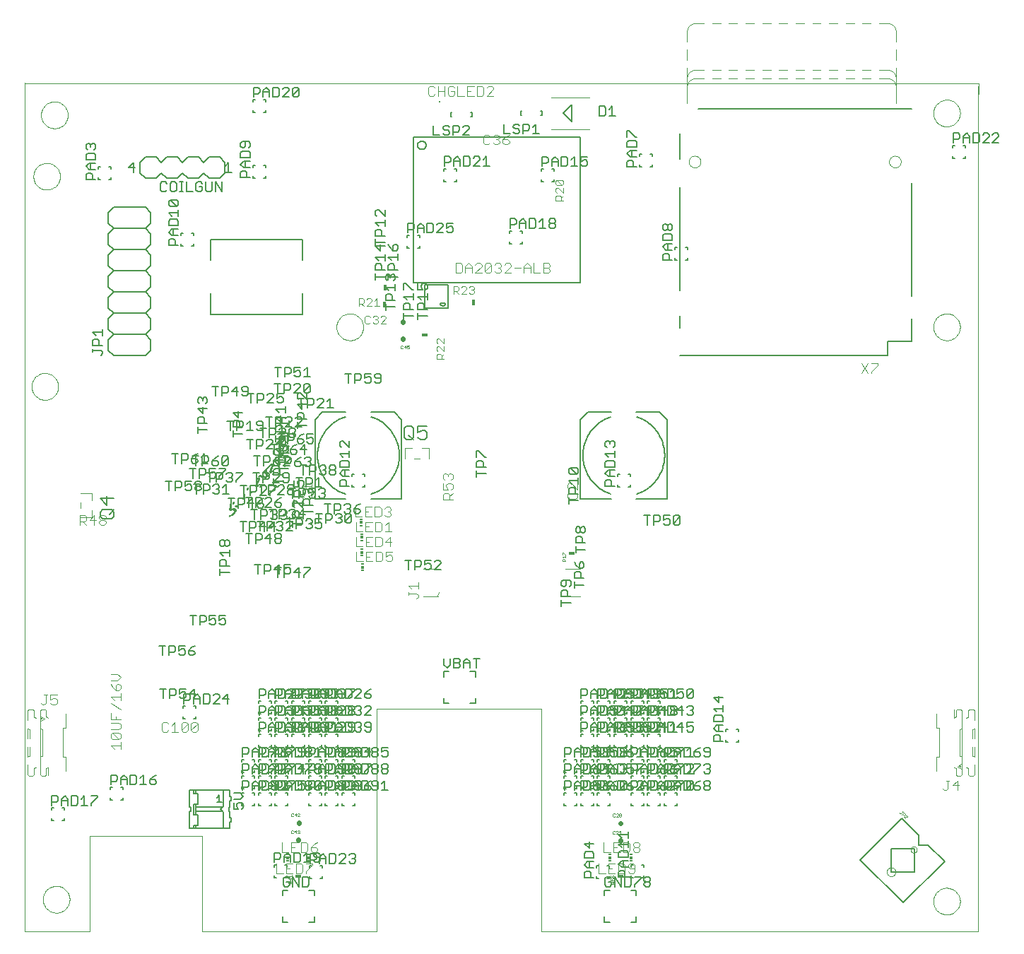
<source format=gto>
G75*
G70*
%OFA0B0*%
%FSLAX24Y24*%
%IPPOS*%
%LPD*%
%AMOC8*
5,1,8,0,0,1.08239X$1,22.5*
%
%ADD10C,0.0008*%
%ADD11C,0.0000*%
%ADD12C,0.0060*%
%ADD13C,0.0050*%
%ADD14C,0.0220*%
%ADD15C,0.0010*%
%ADD16C,0.0080*%
%ADD17C,0.0040*%
%ADD18R,0.0180X0.0300*%
%ADD19R,0.0300X0.0180*%
%ADD20C,0.0010*%
%ADD21R,0.0118X0.0059*%
%ADD22R,0.0118X0.0118*%
%ADD23R,0.0098X0.0098*%
%ADD24C,0.0075*%
D10*
X000180Y000805D02*
X000180Y040805D01*
X029550Y040805D01*
X045180Y040805D01*
X045180Y040305D01*
X045172Y040675D02*
X045172Y000805D01*
X031912Y000805D01*
X031834Y000805D01*
X031519Y000805D01*
X024566Y000805D01*
X024566Y011305D01*
X016803Y011305D01*
X016803Y000805D01*
X009786Y000805D01*
X009708Y000805D01*
X008546Y000805D01*
X008546Y005305D01*
X003269Y005305D01*
X003269Y000805D01*
X000180Y000805D01*
X000180Y040805D02*
X000180Y040833D01*
D11*
X000962Y039305D02*
X000964Y039355D01*
X000970Y039405D01*
X000980Y039454D01*
X000994Y039502D01*
X001011Y039549D01*
X001032Y039594D01*
X001057Y039638D01*
X001085Y039679D01*
X001117Y039718D01*
X001151Y039755D01*
X001188Y039789D01*
X001228Y039819D01*
X001270Y039846D01*
X001314Y039870D01*
X001360Y039891D01*
X001407Y039907D01*
X001455Y039920D01*
X001505Y039929D01*
X001554Y039934D01*
X001605Y039935D01*
X001655Y039932D01*
X001704Y039925D01*
X001753Y039914D01*
X001801Y039899D01*
X001847Y039881D01*
X001892Y039859D01*
X001935Y039833D01*
X001976Y039804D01*
X002015Y039772D01*
X002051Y039737D01*
X002083Y039699D01*
X002113Y039659D01*
X002140Y039616D01*
X002163Y039572D01*
X002182Y039526D01*
X002198Y039478D01*
X002210Y039429D01*
X002218Y039380D01*
X002222Y039330D01*
X002222Y039280D01*
X002218Y039230D01*
X002210Y039181D01*
X002198Y039132D01*
X002182Y039084D01*
X002163Y039038D01*
X002140Y038994D01*
X002113Y038951D01*
X002083Y038911D01*
X002051Y038873D01*
X002015Y038838D01*
X001976Y038806D01*
X001935Y038777D01*
X001892Y038751D01*
X001847Y038729D01*
X001801Y038711D01*
X001753Y038696D01*
X001704Y038685D01*
X001655Y038678D01*
X001605Y038675D01*
X001554Y038676D01*
X001505Y038681D01*
X001455Y038690D01*
X001407Y038703D01*
X001360Y038719D01*
X001314Y038740D01*
X001270Y038764D01*
X001228Y038791D01*
X001188Y038821D01*
X001151Y038855D01*
X001117Y038892D01*
X001085Y038931D01*
X001057Y038972D01*
X001032Y039016D01*
X001011Y039061D01*
X000994Y039108D01*
X000980Y039156D01*
X000970Y039205D01*
X000964Y039255D01*
X000962Y039305D01*
X000602Y036410D02*
X000604Y036460D01*
X000610Y036510D01*
X000620Y036559D01*
X000634Y036607D01*
X000651Y036654D01*
X000672Y036699D01*
X000697Y036743D01*
X000725Y036784D01*
X000757Y036823D01*
X000791Y036860D01*
X000828Y036894D01*
X000868Y036924D01*
X000910Y036951D01*
X000954Y036975D01*
X001000Y036996D01*
X001047Y037012D01*
X001095Y037025D01*
X001145Y037034D01*
X001194Y037039D01*
X001245Y037040D01*
X001295Y037037D01*
X001344Y037030D01*
X001393Y037019D01*
X001441Y037004D01*
X001487Y036986D01*
X001532Y036964D01*
X001575Y036938D01*
X001616Y036909D01*
X001655Y036877D01*
X001691Y036842D01*
X001723Y036804D01*
X001753Y036764D01*
X001780Y036721D01*
X001803Y036677D01*
X001822Y036631D01*
X001838Y036583D01*
X001850Y036534D01*
X001858Y036485D01*
X001862Y036435D01*
X001862Y036385D01*
X001858Y036335D01*
X001850Y036286D01*
X001838Y036237D01*
X001822Y036189D01*
X001803Y036143D01*
X001780Y036099D01*
X001753Y036056D01*
X001723Y036016D01*
X001691Y035978D01*
X001655Y035943D01*
X001616Y035911D01*
X001575Y035882D01*
X001532Y035856D01*
X001487Y035834D01*
X001441Y035816D01*
X001393Y035801D01*
X001344Y035790D01*
X001295Y035783D01*
X001245Y035780D01*
X001194Y035781D01*
X001145Y035786D01*
X001095Y035795D01*
X001047Y035808D01*
X001000Y035824D01*
X000954Y035845D01*
X000910Y035869D01*
X000868Y035896D01*
X000828Y035926D01*
X000791Y035960D01*
X000757Y035997D01*
X000725Y036036D01*
X000697Y036077D01*
X000672Y036121D01*
X000651Y036166D01*
X000634Y036213D01*
X000620Y036261D01*
X000610Y036310D01*
X000604Y036360D01*
X000602Y036410D01*
X000515Y026498D02*
X000517Y026548D01*
X000523Y026598D01*
X000533Y026647D01*
X000547Y026695D01*
X000564Y026742D01*
X000585Y026787D01*
X000610Y026831D01*
X000638Y026872D01*
X000670Y026911D01*
X000704Y026948D01*
X000741Y026982D01*
X000781Y027012D01*
X000823Y027039D01*
X000867Y027063D01*
X000913Y027084D01*
X000960Y027100D01*
X001008Y027113D01*
X001058Y027122D01*
X001107Y027127D01*
X001158Y027128D01*
X001208Y027125D01*
X001257Y027118D01*
X001306Y027107D01*
X001354Y027092D01*
X001400Y027074D01*
X001445Y027052D01*
X001488Y027026D01*
X001529Y026997D01*
X001568Y026965D01*
X001604Y026930D01*
X001636Y026892D01*
X001666Y026852D01*
X001693Y026809D01*
X001716Y026765D01*
X001735Y026719D01*
X001751Y026671D01*
X001763Y026622D01*
X001771Y026573D01*
X001775Y026523D01*
X001775Y026473D01*
X001771Y026423D01*
X001763Y026374D01*
X001751Y026325D01*
X001735Y026277D01*
X001716Y026231D01*
X001693Y026187D01*
X001666Y026144D01*
X001636Y026104D01*
X001604Y026066D01*
X001568Y026031D01*
X001529Y025999D01*
X001488Y025970D01*
X001445Y025944D01*
X001400Y025922D01*
X001354Y025904D01*
X001306Y025889D01*
X001257Y025878D01*
X001208Y025871D01*
X001158Y025868D01*
X001107Y025869D01*
X001058Y025874D01*
X001008Y025883D01*
X000960Y025896D01*
X000913Y025912D01*
X000867Y025933D01*
X000823Y025957D01*
X000781Y025984D01*
X000741Y026014D01*
X000704Y026048D01*
X000670Y026085D01*
X000638Y026124D01*
X000610Y026165D01*
X000585Y026209D01*
X000564Y026254D01*
X000547Y026301D01*
X000533Y026349D01*
X000523Y026398D01*
X000517Y026448D01*
X000515Y026498D01*
X014901Y029305D02*
X014903Y029355D01*
X014909Y029405D01*
X014919Y029454D01*
X014933Y029502D01*
X014950Y029549D01*
X014971Y029594D01*
X014996Y029638D01*
X015024Y029679D01*
X015056Y029718D01*
X015090Y029755D01*
X015127Y029789D01*
X015167Y029819D01*
X015209Y029846D01*
X015253Y029870D01*
X015299Y029891D01*
X015346Y029907D01*
X015394Y029920D01*
X015444Y029929D01*
X015493Y029934D01*
X015544Y029935D01*
X015594Y029932D01*
X015643Y029925D01*
X015692Y029914D01*
X015740Y029899D01*
X015786Y029881D01*
X015831Y029859D01*
X015874Y029833D01*
X015915Y029804D01*
X015954Y029772D01*
X015990Y029737D01*
X016022Y029699D01*
X016052Y029659D01*
X016079Y029616D01*
X016102Y029572D01*
X016121Y029526D01*
X016137Y029478D01*
X016149Y029429D01*
X016157Y029380D01*
X016161Y029330D01*
X016161Y029280D01*
X016157Y029230D01*
X016149Y029181D01*
X016137Y029132D01*
X016121Y029084D01*
X016102Y029038D01*
X016079Y028994D01*
X016052Y028951D01*
X016022Y028911D01*
X015990Y028873D01*
X015954Y028838D01*
X015915Y028806D01*
X015874Y028777D01*
X015831Y028751D01*
X015786Y028729D01*
X015740Y028711D01*
X015692Y028696D01*
X015643Y028685D01*
X015594Y028678D01*
X015544Y028675D01*
X015493Y028676D01*
X015444Y028681D01*
X015394Y028690D01*
X015346Y028703D01*
X015299Y028719D01*
X015253Y028740D01*
X015209Y028764D01*
X015167Y028791D01*
X015127Y028821D01*
X015090Y028855D01*
X015056Y028892D01*
X015024Y028931D01*
X014996Y028972D01*
X014971Y029016D01*
X014950Y029061D01*
X014933Y029108D01*
X014919Y029156D01*
X014909Y029205D01*
X014903Y029255D01*
X014901Y029305D01*
X031518Y037104D02*
X031520Y037137D01*
X031526Y037169D01*
X031535Y037200D01*
X031548Y037230D01*
X031565Y037258D01*
X031585Y037284D01*
X031608Y037308D01*
X031633Y037328D01*
X031661Y037346D01*
X031690Y037360D01*
X031721Y037370D01*
X031753Y037377D01*
X031786Y037380D01*
X031819Y037379D01*
X031851Y037374D01*
X031882Y037365D01*
X031913Y037353D01*
X031941Y037337D01*
X031968Y037318D01*
X031992Y037296D01*
X032013Y037271D01*
X032032Y037244D01*
X032047Y037215D01*
X032058Y037185D01*
X032066Y037153D01*
X032070Y037120D01*
X032070Y037088D01*
X032066Y037055D01*
X032058Y037023D01*
X032047Y036993D01*
X032032Y036964D01*
X032013Y036937D01*
X031992Y036912D01*
X031968Y036890D01*
X031941Y036871D01*
X031913Y036855D01*
X031882Y036843D01*
X031851Y036834D01*
X031819Y036829D01*
X031786Y036828D01*
X031753Y036831D01*
X031721Y036838D01*
X031690Y036848D01*
X031661Y036862D01*
X031633Y036880D01*
X031608Y036900D01*
X031585Y036924D01*
X031565Y036950D01*
X031548Y036978D01*
X031535Y037008D01*
X031526Y037039D01*
X031520Y037071D01*
X031518Y037104D01*
X040967Y037104D02*
X040969Y037137D01*
X040975Y037169D01*
X040984Y037200D01*
X040997Y037230D01*
X041014Y037258D01*
X041034Y037284D01*
X041057Y037308D01*
X041082Y037328D01*
X041110Y037346D01*
X041139Y037360D01*
X041170Y037370D01*
X041202Y037377D01*
X041235Y037380D01*
X041268Y037379D01*
X041300Y037374D01*
X041331Y037365D01*
X041362Y037353D01*
X041390Y037337D01*
X041417Y037318D01*
X041441Y037296D01*
X041462Y037271D01*
X041481Y037244D01*
X041496Y037215D01*
X041507Y037185D01*
X041515Y037153D01*
X041519Y037120D01*
X041519Y037088D01*
X041515Y037055D01*
X041507Y037023D01*
X041496Y036993D01*
X041481Y036964D01*
X041462Y036937D01*
X041441Y036912D01*
X041417Y036890D01*
X041390Y036871D01*
X041362Y036855D01*
X041331Y036843D01*
X041300Y036834D01*
X041268Y036829D01*
X041235Y036828D01*
X041202Y036831D01*
X041170Y036838D01*
X041139Y036848D01*
X041110Y036862D01*
X041082Y036880D01*
X041057Y036900D01*
X041034Y036924D01*
X041014Y036950D01*
X040997Y036978D01*
X040984Y037008D01*
X040975Y037039D01*
X040969Y037071D01*
X040967Y037104D01*
X043050Y039393D02*
X043052Y039443D01*
X043058Y039493D01*
X043068Y039542D01*
X043082Y039590D01*
X043099Y039637D01*
X043120Y039682D01*
X043145Y039726D01*
X043173Y039767D01*
X043205Y039806D01*
X043239Y039843D01*
X043276Y039877D01*
X043316Y039907D01*
X043358Y039934D01*
X043402Y039958D01*
X043448Y039979D01*
X043495Y039995D01*
X043543Y040008D01*
X043593Y040017D01*
X043642Y040022D01*
X043693Y040023D01*
X043743Y040020D01*
X043792Y040013D01*
X043841Y040002D01*
X043889Y039987D01*
X043935Y039969D01*
X043980Y039947D01*
X044023Y039921D01*
X044064Y039892D01*
X044103Y039860D01*
X044139Y039825D01*
X044171Y039787D01*
X044201Y039747D01*
X044228Y039704D01*
X044251Y039660D01*
X044270Y039614D01*
X044286Y039566D01*
X044298Y039517D01*
X044306Y039468D01*
X044310Y039418D01*
X044310Y039368D01*
X044306Y039318D01*
X044298Y039269D01*
X044286Y039220D01*
X044270Y039172D01*
X044251Y039126D01*
X044228Y039082D01*
X044201Y039039D01*
X044171Y038999D01*
X044139Y038961D01*
X044103Y038926D01*
X044064Y038894D01*
X044023Y038865D01*
X043980Y038839D01*
X043935Y038817D01*
X043889Y038799D01*
X043841Y038784D01*
X043792Y038773D01*
X043743Y038766D01*
X043693Y038763D01*
X043642Y038764D01*
X043593Y038769D01*
X043543Y038778D01*
X043495Y038791D01*
X043448Y038807D01*
X043402Y038828D01*
X043358Y038852D01*
X043316Y038879D01*
X043276Y038909D01*
X043239Y038943D01*
X043205Y038980D01*
X043173Y039019D01*
X043145Y039060D01*
X043120Y039104D01*
X043099Y039149D01*
X043082Y039196D01*
X043068Y039244D01*
X043058Y039293D01*
X043052Y039343D01*
X043050Y039393D01*
X043050Y029305D02*
X043052Y029355D01*
X043058Y029405D01*
X043068Y029454D01*
X043082Y029502D01*
X043099Y029549D01*
X043120Y029594D01*
X043145Y029638D01*
X043173Y029679D01*
X043205Y029718D01*
X043239Y029755D01*
X043276Y029789D01*
X043316Y029819D01*
X043358Y029846D01*
X043402Y029870D01*
X043448Y029891D01*
X043495Y029907D01*
X043543Y029920D01*
X043593Y029929D01*
X043642Y029934D01*
X043693Y029935D01*
X043743Y029932D01*
X043792Y029925D01*
X043841Y029914D01*
X043889Y029899D01*
X043935Y029881D01*
X043980Y029859D01*
X044023Y029833D01*
X044064Y029804D01*
X044103Y029772D01*
X044139Y029737D01*
X044171Y029699D01*
X044201Y029659D01*
X044228Y029616D01*
X044251Y029572D01*
X044270Y029526D01*
X044286Y029478D01*
X044298Y029429D01*
X044306Y029380D01*
X044310Y029330D01*
X044310Y029280D01*
X044306Y029230D01*
X044298Y029181D01*
X044286Y029132D01*
X044270Y029084D01*
X044251Y029038D01*
X044228Y028994D01*
X044201Y028951D01*
X044171Y028911D01*
X044139Y028873D01*
X044103Y028838D01*
X044064Y028806D01*
X044023Y028777D01*
X043980Y028751D01*
X043935Y028729D01*
X043889Y028711D01*
X043841Y028696D01*
X043792Y028685D01*
X043743Y028678D01*
X043693Y028675D01*
X043642Y028676D01*
X043593Y028681D01*
X043543Y028690D01*
X043495Y028703D01*
X043448Y028719D01*
X043402Y028740D01*
X043358Y028764D01*
X043316Y028791D01*
X043276Y028821D01*
X043239Y028855D01*
X043205Y028892D01*
X043173Y028931D01*
X043145Y028972D01*
X043120Y029016D01*
X043099Y029061D01*
X043082Y029108D01*
X043068Y029156D01*
X043058Y029205D01*
X043052Y029255D01*
X043050Y029305D01*
X041977Y004654D02*
X041979Y004678D01*
X041985Y004701D01*
X041994Y004723D01*
X042007Y004743D01*
X042022Y004761D01*
X042041Y004776D01*
X042062Y004788D01*
X042084Y004796D01*
X042107Y004801D01*
X042131Y004802D01*
X042155Y004799D01*
X042177Y004792D01*
X042199Y004782D01*
X042219Y004769D01*
X042236Y004752D01*
X042250Y004733D01*
X042261Y004712D01*
X042269Y004689D01*
X042273Y004666D01*
X042273Y004642D01*
X042269Y004619D01*
X042261Y004596D01*
X042250Y004575D01*
X042236Y004556D01*
X042219Y004539D01*
X042199Y004526D01*
X042177Y004516D01*
X042155Y004509D01*
X042131Y004506D01*
X042107Y004507D01*
X042084Y004512D01*
X042062Y004520D01*
X042041Y004532D01*
X042022Y004547D01*
X042007Y004565D01*
X041994Y004585D01*
X041985Y004607D01*
X041979Y004630D01*
X041977Y004654D01*
X040858Y003602D02*
X040860Y003630D01*
X040866Y003658D01*
X040875Y003684D01*
X040888Y003710D01*
X040904Y003733D01*
X040924Y003753D01*
X040946Y003771D01*
X040970Y003786D01*
X040996Y003797D01*
X041023Y003805D01*
X041051Y003809D01*
X041079Y003809D01*
X041107Y003805D01*
X041134Y003797D01*
X041160Y003786D01*
X041184Y003771D01*
X041206Y003753D01*
X041226Y003733D01*
X041242Y003710D01*
X041255Y003684D01*
X041264Y003658D01*
X041270Y003630D01*
X041272Y003602D01*
X041270Y003574D01*
X041264Y003546D01*
X041255Y003520D01*
X041242Y003494D01*
X041226Y003471D01*
X041206Y003451D01*
X041184Y003433D01*
X041160Y003418D01*
X041134Y003407D01*
X041107Y003399D01*
X041079Y003395D01*
X041051Y003395D01*
X041023Y003399D01*
X040996Y003407D01*
X040970Y003418D01*
X040946Y003433D01*
X040924Y003451D01*
X040904Y003471D01*
X040888Y003494D01*
X040875Y003520D01*
X040866Y003546D01*
X040860Y003574D01*
X040858Y003602D01*
X043050Y002217D02*
X043052Y002267D01*
X043058Y002317D01*
X043068Y002366D01*
X043082Y002414D01*
X043099Y002461D01*
X043120Y002506D01*
X043145Y002550D01*
X043173Y002591D01*
X043205Y002630D01*
X043239Y002667D01*
X043276Y002701D01*
X043316Y002731D01*
X043358Y002758D01*
X043402Y002782D01*
X043448Y002803D01*
X043495Y002819D01*
X043543Y002832D01*
X043593Y002841D01*
X043642Y002846D01*
X043693Y002847D01*
X043743Y002844D01*
X043792Y002837D01*
X043841Y002826D01*
X043889Y002811D01*
X043935Y002793D01*
X043980Y002771D01*
X044023Y002745D01*
X044064Y002716D01*
X044103Y002684D01*
X044139Y002649D01*
X044171Y002611D01*
X044201Y002571D01*
X044228Y002528D01*
X044251Y002484D01*
X044270Y002438D01*
X044286Y002390D01*
X044298Y002341D01*
X044306Y002292D01*
X044310Y002242D01*
X044310Y002192D01*
X044306Y002142D01*
X044298Y002093D01*
X044286Y002044D01*
X044270Y001996D01*
X044251Y001950D01*
X044228Y001906D01*
X044201Y001863D01*
X044171Y001823D01*
X044139Y001785D01*
X044103Y001750D01*
X044064Y001718D01*
X044023Y001689D01*
X043980Y001663D01*
X043935Y001641D01*
X043889Y001623D01*
X043841Y001608D01*
X043792Y001597D01*
X043743Y001590D01*
X043693Y001587D01*
X043642Y001588D01*
X043593Y001593D01*
X043543Y001602D01*
X043495Y001615D01*
X043448Y001631D01*
X043402Y001652D01*
X043358Y001676D01*
X043316Y001703D01*
X043276Y001733D01*
X043239Y001767D01*
X043205Y001804D01*
X043173Y001843D01*
X043145Y001884D01*
X043120Y001928D01*
X043099Y001973D01*
X043082Y002020D01*
X043068Y002068D01*
X043058Y002117D01*
X043052Y002167D01*
X043050Y002217D01*
X001050Y002305D02*
X001052Y002355D01*
X001058Y002405D01*
X001068Y002454D01*
X001082Y002502D01*
X001099Y002549D01*
X001120Y002594D01*
X001145Y002638D01*
X001173Y002679D01*
X001205Y002718D01*
X001239Y002755D01*
X001276Y002789D01*
X001316Y002819D01*
X001358Y002846D01*
X001402Y002870D01*
X001448Y002891D01*
X001495Y002907D01*
X001543Y002920D01*
X001593Y002929D01*
X001642Y002934D01*
X001693Y002935D01*
X001743Y002932D01*
X001792Y002925D01*
X001841Y002914D01*
X001889Y002899D01*
X001935Y002881D01*
X001980Y002859D01*
X002023Y002833D01*
X002064Y002804D01*
X002103Y002772D01*
X002139Y002737D01*
X002171Y002699D01*
X002201Y002659D01*
X002228Y002616D01*
X002251Y002572D01*
X002270Y002526D01*
X002286Y002478D01*
X002298Y002429D01*
X002306Y002380D01*
X002310Y002330D01*
X002310Y002280D01*
X002306Y002230D01*
X002298Y002181D01*
X002286Y002132D01*
X002270Y002084D01*
X002251Y002038D01*
X002228Y001994D01*
X002201Y001951D01*
X002171Y001911D01*
X002139Y001873D01*
X002103Y001838D01*
X002064Y001806D01*
X002023Y001777D01*
X001980Y001751D01*
X001935Y001729D01*
X001889Y001711D01*
X001841Y001696D01*
X001792Y001685D01*
X001743Y001678D01*
X001693Y001675D01*
X001642Y001676D01*
X001593Y001681D01*
X001543Y001690D01*
X001495Y001703D01*
X001448Y001719D01*
X001402Y001740D01*
X001358Y001764D01*
X001316Y001791D01*
X001276Y001821D01*
X001239Y001855D01*
X001205Y001892D01*
X001173Y001931D01*
X001145Y001972D01*
X001120Y002016D01*
X001099Y002061D01*
X001082Y002108D01*
X001068Y002156D01*
X001058Y002205D01*
X001052Y002255D01*
X001050Y002305D01*
D12*
X001443Y006017D02*
X001543Y006017D01*
X001443Y006017D02*
X001443Y006117D01*
X001443Y006517D02*
X001443Y006617D01*
X001543Y006617D01*
X001943Y006617D02*
X002043Y006617D01*
X002043Y006517D01*
X002043Y006117D02*
X002043Y006017D01*
X001943Y006017D01*
X004229Y006999D02*
X004329Y006999D01*
X004229Y006999D02*
X004229Y007099D01*
X004229Y007499D02*
X004229Y007599D01*
X004329Y007599D01*
X004729Y007599D02*
X004829Y007599D01*
X004829Y007499D01*
X004829Y007099D02*
X004829Y006999D01*
X004729Y006999D01*
X007961Y006658D02*
X007961Y007458D01*
X008161Y007458D01*
X008261Y007458D01*
X008261Y007308D01*
X008361Y007308D01*
X008361Y006808D01*
X008261Y006808D01*
X008261Y006658D01*
X009511Y006658D01*
X009411Y006558D01*
X009511Y006458D01*
X008261Y006458D01*
X008261Y006658D01*
X008261Y006808D02*
X008161Y006808D01*
X008161Y006308D01*
X008261Y006308D01*
X008261Y006458D01*
X008261Y006308D02*
X008361Y006308D01*
X008361Y005808D01*
X008261Y005808D01*
X008261Y005658D01*
X008161Y005658D01*
X008161Y005808D01*
X008261Y005808D01*
X008261Y005658D02*
X009561Y005658D01*
X009861Y005658D01*
X009861Y005958D01*
X009911Y005958D01*
X009911Y006158D01*
X009861Y006158D01*
X009861Y006458D01*
X009811Y006458D01*
X009811Y006658D01*
X009861Y006658D01*
X009861Y006958D01*
X009911Y006958D01*
X009911Y007158D01*
X009861Y007158D01*
X009861Y007458D01*
X009561Y007458D01*
X008261Y007458D01*
X008161Y007458D02*
X008161Y007308D01*
X008261Y007308D01*
X008011Y006658D02*
X008011Y006458D01*
X007961Y006458D01*
X007961Y005658D01*
X008161Y005658D01*
X008011Y006658D02*
X007961Y006658D01*
X009511Y006658D02*
X009561Y006708D01*
X009561Y007458D01*
X010431Y007513D02*
X010431Y007613D01*
X010431Y007513D02*
X010531Y007513D01*
X010531Y007326D02*
X010431Y007326D01*
X010431Y007226D01*
X010431Y006826D02*
X010431Y006726D01*
X010531Y006726D01*
X010931Y006726D02*
X011031Y006726D01*
X011031Y006826D01*
X011219Y006826D02*
X011219Y006726D01*
X011319Y006726D01*
X011719Y006726D02*
X011819Y006726D01*
X011819Y006826D01*
X012006Y006826D02*
X012006Y006726D01*
X012106Y006726D01*
X012506Y006726D02*
X012606Y006726D01*
X012606Y006826D01*
X012606Y007226D02*
X012606Y007326D01*
X012506Y007326D01*
X012506Y007513D02*
X012606Y007513D01*
X012606Y007613D01*
X012606Y008013D02*
X012606Y008113D01*
X012506Y008113D01*
X012506Y008300D02*
X012606Y008300D01*
X012606Y008400D01*
X012606Y008800D02*
X012606Y008900D01*
X012506Y008900D01*
X012106Y008900D02*
X012006Y008900D01*
X012006Y008800D01*
X011819Y008800D02*
X011819Y008900D01*
X011719Y008900D01*
X011319Y008900D02*
X011219Y008900D01*
X011219Y008800D01*
X011031Y008800D02*
X011031Y008900D01*
X010931Y008900D01*
X010531Y008900D02*
X010431Y008900D01*
X010431Y008800D01*
X010431Y008400D02*
X010431Y008300D01*
X010531Y008300D01*
X010531Y008113D02*
X010431Y008113D01*
X010431Y008013D01*
X010931Y008113D02*
X011031Y008113D01*
X011031Y008013D01*
X011219Y008013D02*
X011219Y008113D01*
X011319Y008113D01*
X011319Y008300D02*
X011219Y008300D01*
X011219Y008400D01*
X011031Y008400D02*
X011031Y008300D01*
X010931Y008300D01*
X011031Y007613D02*
X011031Y007513D01*
X010931Y007513D01*
X010931Y007326D02*
X011031Y007326D01*
X011031Y007226D01*
X011219Y007226D02*
X011219Y007326D01*
X011319Y007326D01*
X011319Y007513D02*
X011219Y007513D01*
X011219Y007613D01*
X011719Y007513D02*
X011819Y007513D01*
X011819Y007613D01*
X012006Y007613D02*
X012006Y007513D01*
X012106Y007513D01*
X012106Y007326D02*
X012006Y007326D01*
X012006Y007226D01*
X011819Y007226D02*
X011819Y007326D01*
X011719Y007326D01*
X011819Y008013D02*
X011819Y008113D01*
X011719Y008113D01*
X011719Y008300D02*
X011819Y008300D01*
X011819Y008400D01*
X012006Y008400D02*
X012006Y008300D01*
X012106Y008300D01*
X012106Y008113D02*
X012006Y008113D01*
X012006Y008013D01*
X012006Y009481D02*
X012006Y009581D01*
X012006Y009481D02*
X012106Y009481D01*
X011819Y009481D02*
X011719Y009481D01*
X011819Y009481D02*
X011819Y009581D01*
X011819Y009981D02*
X011819Y010081D01*
X011719Y010081D01*
X011719Y010269D02*
X011819Y010269D01*
X011819Y010369D01*
X012006Y010369D02*
X012006Y010269D01*
X012106Y010269D01*
X012106Y010081D02*
X012006Y010081D01*
X012006Y009981D01*
X012506Y010081D02*
X012606Y010081D01*
X012606Y009981D01*
X012793Y009981D02*
X012793Y010081D01*
X012893Y010081D01*
X012893Y010269D02*
X012793Y010269D01*
X012793Y010369D01*
X012606Y010369D02*
X012606Y010269D01*
X012506Y010269D01*
X012606Y010769D02*
X012606Y010869D01*
X012506Y010869D01*
X012506Y011056D02*
X012606Y011056D01*
X012606Y011156D01*
X012793Y011156D02*
X012793Y011056D01*
X012893Y011056D01*
X012893Y010869D02*
X012793Y010869D01*
X012793Y010769D01*
X013293Y010869D02*
X013393Y010869D01*
X013393Y010769D01*
X013581Y010769D02*
X013581Y010869D01*
X013681Y010869D01*
X013681Y011056D02*
X013581Y011056D01*
X013581Y011156D01*
X013393Y011156D02*
X013393Y011056D01*
X013293Y011056D01*
X013393Y011556D02*
X013393Y011656D01*
X013293Y011656D01*
X013581Y011656D02*
X013581Y011556D01*
X013581Y011656D02*
X013681Y011656D01*
X014081Y011656D02*
X014181Y011656D01*
X014181Y011556D01*
X014368Y011556D02*
X014368Y011656D01*
X014468Y011656D01*
X014868Y011656D02*
X014968Y011656D01*
X014968Y011556D01*
X014968Y011156D02*
X014968Y011056D01*
X014868Y011056D01*
X014868Y010869D02*
X014968Y010869D01*
X014968Y010769D01*
X014968Y010369D02*
X014968Y010269D01*
X014868Y010269D01*
X014868Y010081D02*
X014968Y010081D01*
X014968Y009981D01*
X014968Y009581D02*
X014968Y009481D01*
X014868Y009481D01*
X014468Y009481D02*
X014368Y009481D01*
X014368Y009581D01*
X014181Y009581D02*
X014181Y009481D01*
X014081Y009481D01*
X013681Y009481D02*
X013581Y009481D01*
X013581Y009581D01*
X013393Y009581D02*
X013393Y009481D01*
X013293Y009481D01*
X012893Y009481D02*
X012793Y009481D01*
X012793Y009581D01*
X012606Y009581D02*
X012606Y009481D01*
X012506Y009481D01*
X013293Y010081D02*
X013393Y010081D01*
X013393Y009981D01*
X013581Y009981D02*
X013581Y010081D01*
X013681Y010081D01*
X013681Y010269D02*
X013581Y010269D01*
X013581Y010369D01*
X013393Y010369D02*
X013393Y010269D01*
X013293Y010269D01*
X014081Y010269D02*
X014181Y010269D01*
X014181Y010369D01*
X014368Y010369D02*
X014368Y010269D01*
X014468Y010269D01*
X014468Y010081D02*
X014368Y010081D01*
X014368Y009981D01*
X014181Y009981D02*
X014181Y010081D01*
X014081Y010081D01*
X014181Y010769D02*
X014181Y010869D01*
X014081Y010869D01*
X014081Y011056D02*
X014181Y011056D01*
X014181Y011156D01*
X014368Y011156D02*
X014368Y011056D01*
X014468Y011056D01*
X014468Y010869D02*
X014368Y010869D01*
X014368Y010769D01*
X012893Y011656D02*
X012793Y011656D01*
X012793Y011556D01*
X012606Y011556D02*
X012606Y011656D01*
X012506Y011656D01*
X012106Y011656D02*
X012006Y011656D01*
X012006Y011556D01*
X011819Y011556D02*
X011819Y011656D01*
X011719Y011656D01*
X011319Y011656D02*
X011219Y011656D01*
X011219Y011556D01*
X011219Y011156D02*
X011219Y011056D01*
X011319Y011056D01*
X011319Y010869D02*
X011219Y010869D01*
X011219Y010769D01*
X011219Y010369D02*
X011219Y010269D01*
X011319Y010269D01*
X011319Y010081D02*
X011219Y010081D01*
X011219Y009981D01*
X011219Y009581D02*
X011219Y009481D01*
X011319Y009481D01*
X011819Y010769D02*
X011819Y010869D01*
X011719Y010869D01*
X011719Y011056D02*
X011819Y011056D01*
X011819Y011156D01*
X012006Y011156D02*
X012006Y011056D01*
X012106Y011056D01*
X012106Y010869D02*
X012006Y010869D01*
X012006Y010769D01*
X013581Y008900D02*
X013581Y008800D01*
X013581Y008900D02*
X013681Y008900D01*
X014081Y008900D02*
X014181Y008900D01*
X014181Y008800D01*
X014368Y008800D02*
X014368Y008900D01*
X014468Y008900D01*
X014868Y008900D02*
X014968Y008900D01*
X014968Y008800D01*
X015156Y008800D02*
X015156Y008900D01*
X015256Y008900D01*
X015656Y008900D02*
X015756Y008900D01*
X015756Y008800D01*
X015756Y008400D02*
X015756Y008300D01*
X015656Y008300D01*
X015656Y008113D02*
X015756Y008113D01*
X015756Y008013D01*
X015756Y007613D02*
X015756Y007513D01*
X015656Y007513D01*
X015656Y007326D02*
X015756Y007326D01*
X015756Y007226D01*
X015756Y006826D02*
X015756Y006726D01*
X015656Y006726D01*
X015256Y006726D02*
X015156Y006726D01*
X015156Y006826D01*
X014968Y006826D02*
X014968Y006726D01*
X014868Y006726D01*
X014468Y006726D02*
X014368Y006726D01*
X014368Y006826D01*
X014181Y006826D02*
X014181Y006726D01*
X014081Y006726D01*
X013681Y006726D02*
X013581Y006726D01*
X013581Y006826D01*
X013581Y007226D02*
X013581Y007326D01*
X013681Y007326D01*
X013681Y007513D02*
X013581Y007513D01*
X013581Y007613D01*
X013581Y008013D02*
X013581Y008113D01*
X013681Y008113D01*
X013681Y008300D02*
X013581Y008300D01*
X013581Y008400D01*
X014081Y008300D02*
X014181Y008300D01*
X014181Y008400D01*
X014368Y008400D02*
X014368Y008300D01*
X014468Y008300D01*
X014468Y008113D02*
X014368Y008113D01*
X014368Y008013D01*
X014181Y008013D02*
X014181Y008113D01*
X014081Y008113D01*
X014181Y007613D02*
X014181Y007513D01*
X014081Y007513D01*
X014081Y007326D02*
X014181Y007326D01*
X014181Y007226D01*
X014368Y007226D02*
X014368Y007326D01*
X014468Y007326D01*
X014468Y007513D02*
X014368Y007513D01*
X014368Y007613D01*
X014868Y007513D02*
X014968Y007513D01*
X014968Y007613D01*
X015156Y007613D02*
X015156Y007513D01*
X015256Y007513D01*
X015256Y007326D02*
X015156Y007326D01*
X015156Y007226D01*
X014968Y007226D02*
X014968Y007326D01*
X014868Y007326D01*
X014968Y008013D02*
X014968Y008113D01*
X014868Y008113D01*
X014868Y008300D02*
X014968Y008300D01*
X014968Y008400D01*
X015156Y008400D02*
X015156Y008300D01*
X015256Y008300D01*
X015256Y008113D02*
X015156Y008113D01*
X015156Y008013D01*
X014222Y003886D02*
X014122Y003886D01*
X014222Y003886D02*
X014222Y003786D01*
X014222Y003386D02*
X014222Y003286D01*
X014122Y003286D01*
X013722Y003286D02*
X013622Y003286D01*
X013622Y003386D01*
X013622Y003786D02*
X013622Y003886D01*
X013722Y003886D01*
X013605Y002735D02*
X013855Y002735D01*
X013855Y002485D01*
X013855Y001485D02*
X013855Y001235D01*
X013605Y001235D01*
X012605Y001235D02*
X012355Y001235D01*
X012355Y001485D01*
X012355Y002485D02*
X012355Y002735D01*
X012605Y002735D01*
X012543Y003335D02*
X012443Y003335D01*
X012543Y003335D02*
X012543Y003435D01*
X012543Y003835D02*
X012543Y003935D01*
X012443Y003935D01*
X012043Y003935D02*
X011943Y003935D01*
X011943Y003835D01*
X011943Y003435D02*
X011943Y003335D01*
X012043Y003335D01*
X009561Y005658D02*
X009561Y006408D01*
X009511Y006458D01*
X008275Y010820D02*
X008275Y010920D01*
X008275Y010820D02*
X008175Y010820D01*
X007775Y010820D02*
X007675Y010820D01*
X007675Y010920D01*
X007675Y011320D02*
X007675Y011420D01*
X007775Y011420D01*
X008175Y011420D02*
X008275Y011420D01*
X008275Y011320D01*
X004287Y020255D02*
X003860Y020255D01*
X003753Y020361D01*
X003753Y020575D01*
X003860Y020682D01*
X004287Y020682D01*
X004393Y020575D01*
X004393Y020361D01*
X004287Y020255D01*
X004180Y020468D02*
X004393Y020682D01*
X004073Y020899D02*
X004073Y021326D01*
X003753Y021219D02*
X004073Y020899D01*
X004393Y021219D02*
X003753Y021219D01*
X004376Y027951D02*
X004126Y028201D01*
X004126Y028701D01*
X004376Y028951D01*
X005876Y028951D01*
X006126Y029201D01*
X006126Y029701D01*
X005876Y029951D01*
X004376Y029951D01*
X004126Y030201D01*
X004126Y030701D01*
X004376Y030951D01*
X005876Y030951D01*
X006126Y031201D01*
X006126Y031701D01*
X005876Y031951D01*
X004376Y031951D01*
X004126Y032201D01*
X004126Y032701D01*
X004376Y032951D01*
X005876Y032951D01*
X006126Y033201D01*
X006126Y033701D01*
X005876Y033951D01*
X006126Y034201D01*
X006126Y034701D01*
X005876Y034951D01*
X004376Y034951D01*
X004126Y034701D01*
X004126Y034201D01*
X004376Y033951D01*
X005876Y033951D01*
X005876Y032951D02*
X006126Y032701D01*
X006126Y032201D01*
X005876Y031951D01*
X005876Y030951D02*
X006126Y030701D01*
X006126Y030201D01*
X005876Y029951D01*
X005876Y028951D02*
X006126Y028701D01*
X006126Y028201D01*
X005876Y027951D01*
X004376Y027951D01*
X004376Y028951D02*
X004126Y029201D01*
X004126Y029701D01*
X004376Y029951D01*
X004376Y030951D02*
X004126Y031201D01*
X004126Y031701D01*
X004376Y031951D01*
X004376Y032951D02*
X004126Y033201D01*
X004126Y033701D01*
X004376Y033951D01*
X004260Y036253D02*
X004160Y036253D01*
X004260Y036253D02*
X004260Y036353D01*
X004260Y036753D02*
X004260Y036853D01*
X004160Y036853D01*
X003760Y036853D02*
X003660Y036853D01*
X003660Y036753D01*
X003660Y036353D02*
X003660Y036253D01*
X003760Y036253D01*
X005630Y036574D02*
X005630Y037074D01*
X005880Y037324D01*
X006380Y037324D01*
X006630Y037074D01*
X006880Y037324D01*
X007380Y037324D01*
X007630Y037074D01*
X007880Y037324D01*
X008380Y037324D01*
X008630Y037074D01*
X008880Y037324D01*
X009380Y037324D01*
X009630Y037074D01*
X009630Y036574D01*
X009380Y036324D01*
X008880Y036324D01*
X008630Y036574D01*
X008380Y036324D01*
X007880Y036324D01*
X007630Y036574D01*
X007380Y036324D01*
X006880Y036324D01*
X006630Y036574D01*
X006380Y036324D01*
X005880Y036324D01*
X005630Y036574D01*
X007553Y033738D02*
X007553Y033638D01*
X007553Y033738D02*
X007653Y033738D01*
X008053Y033738D02*
X008153Y033738D01*
X008153Y033638D01*
X008153Y033238D02*
X008153Y033138D01*
X008053Y033138D01*
X007653Y033138D02*
X007553Y033138D01*
X007553Y033238D01*
X010949Y036343D02*
X011049Y036343D01*
X010949Y036343D02*
X010949Y036443D01*
X010949Y036843D02*
X010949Y036943D01*
X011049Y036943D01*
X011449Y036943D02*
X011549Y036943D01*
X011549Y036843D01*
X011549Y036443D02*
X011549Y036343D01*
X011449Y036343D01*
X011457Y039433D02*
X011557Y039433D01*
X011557Y039533D01*
X011557Y039933D02*
X011557Y040033D01*
X011457Y040033D01*
X011057Y040033D02*
X010957Y040033D01*
X010957Y039933D01*
X010957Y039533D02*
X010957Y039433D01*
X011057Y039433D01*
X018226Y033625D02*
X018226Y033525D01*
X018226Y033625D02*
X018326Y033625D01*
X018726Y033625D02*
X018826Y033625D01*
X018826Y033525D01*
X018826Y033125D02*
X018826Y033025D01*
X018726Y033025D01*
X018326Y033025D02*
X018226Y033025D01*
X018226Y033125D01*
X019952Y036173D02*
X020052Y036173D01*
X019952Y036173D02*
X019952Y036273D01*
X019952Y036673D02*
X019952Y036773D01*
X020052Y036773D01*
X020452Y036773D02*
X020552Y036773D01*
X020552Y036673D01*
X020552Y036273D02*
X020552Y036173D01*
X020452Y036173D01*
X023055Y033841D02*
X023055Y033741D01*
X023055Y033841D02*
X023155Y033841D01*
X023555Y033841D02*
X023655Y033841D01*
X023655Y033741D01*
X023655Y033341D02*
X023655Y033241D01*
X023555Y033241D01*
X023155Y033241D02*
X023055Y033241D01*
X023055Y033341D01*
X024559Y036162D02*
X024659Y036162D01*
X024559Y036162D02*
X024559Y036262D01*
X024559Y036662D02*
X024559Y036762D01*
X024659Y036762D01*
X025059Y036762D02*
X025159Y036762D01*
X025159Y036662D01*
X025159Y036262D02*
X025159Y036162D01*
X025059Y036162D01*
X024592Y039301D02*
X024542Y039301D01*
X024592Y039301D02*
X024592Y039501D01*
X024542Y039501D01*
X023642Y039501D02*
X023592Y039501D01*
X023592Y039301D01*
X023642Y039301D01*
X021287Y039234D02*
X021237Y039234D01*
X021287Y039234D02*
X021287Y039434D01*
X021237Y039434D01*
X020337Y039434D02*
X020287Y039434D01*
X020287Y039234D01*
X020337Y039234D01*
X029179Y037448D02*
X029179Y037348D01*
X029179Y037448D02*
X029279Y037448D01*
X029679Y037448D02*
X029779Y037448D01*
X029779Y037348D01*
X029779Y036948D02*
X029779Y036848D01*
X029679Y036848D01*
X029279Y036848D02*
X029179Y036848D01*
X029179Y036948D01*
X030860Y033049D02*
X030860Y032949D01*
X030860Y033049D02*
X030960Y033049D01*
X031360Y033049D02*
X031460Y033049D01*
X031460Y032949D01*
X031460Y032549D02*
X031460Y032449D01*
X031360Y032449D01*
X030960Y032449D02*
X030860Y032449D01*
X030860Y032549D01*
X028748Y022365D02*
X028648Y022365D01*
X028748Y022365D02*
X028748Y022265D01*
X028748Y021865D02*
X028748Y021765D01*
X028648Y021765D01*
X028248Y021765D02*
X028148Y021765D01*
X028148Y021865D01*
X028148Y022265D02*
X028148Y022365D01*
X028248Y022365D01*
X019167Y024103D02*
X019060Y023996D01*
X018847Y023996D01*
X018740Y024103D01*
X018740Y024316D02*
X018953Y024423D01*
X019060Y024423D01*
X019167Y024316D01*
X019167Y024103D01*
X018740Y024316D02*
X018740Y024637D01*
X019167Y024637D01*
X018522Y024530D02*
X018522Y024103D01*
X018416Y023996D01*
X018202Y023996D01*
X018095Y024103D01*
X018095Y024530D01*
X018202Y024637D01*
X018416Y024637D01*
X018522Y024530D01*
X018309Y024210D02*
X018522Y023996D01*
X016228Y022365D02*
X016228Y022265D01*
X016228Y022365D02*
X016128Y022365D01*
X015728Y022365D02*
X015628Y022365D01*
X015628Y022265D01*
X015628Y021865D02*
X015628Y021765D01*
X015728Y021765D01*
X016128Y021765D02*
X016228Y021765D01*
X016228Y021865D01*
X019944Y013052D02*
X020194Y013052D01*
X019944Y013052D02*
X019944Y012802D01*
X019944Y011802D02*
X019944Y011552D01*
X020194Y011552D01*
X021194Y011552D02*
X021444Y011552D01*
X021444Y011802D01*
X021444Y012802D02*
X021444Y013052D01*
X021194Y013052D01*
X025628Y008900D02*
X025628Y008800D01*
X025628Y008900D02*
X025728Y008900D01*
X026128Y008900D02*
X026228Y008900D01*
X026228Y008800D01*
X026415Y008800D02*
X026415Y008900D01*
X026515Y008900D01*
X026915Y008900D02*
X027015Y008900D01*
X027015Y008800D01*
X027203Y008800D02*
X027203Y008900D01*
X027303Y008900D01*
X027703Y008900D02*
X027803Y008900D01*
X027803Y008800D01*
X027803Y008400D02*
X027803Y008300D01*
X027703Y008300D01*
X027703Y008113D02*
X027803Y008113D01*
X027803Y008013D01*
X027803Y007613D02*
X027803Y007513D01*
X027703Y007513D01*
X027703Y007326D02*
X027803Y007326D01*
X027803Y007226D01*
X027803Y006826D02*
X027803Y006726D01*
X027703Y006726D01*
X027303Y006726D02*
X027203Y006726D01*
X027203Y006826D01*
X027015Y006826D02*
X027015Y006726D01*
X026915Y006726D01*
X026515Y006726D02*
X026415Y006726D01*
X026415Y006826D01*
X026228Y006826D02*
X026228Y006726D01*
X026128Y006726D01*
X025728Y006726D02*
X025628Y006726D01*
X025628Y006826D01*
X025628Y007226D02*
X025628Y007326D01*
X025728Y007326D01*
X025728Y007513D02*
X025628Y007513D01*
X025628Y007613D01*
X025628Y008013D02*
X025628Y008113D01*
X025728Y008113D01*
X025728Y008300D02*
X025628Y008300D01*
X025628Y008400D01*
X026128Y008300D02*
X026228Y008300D01*
X026228Y008400D01*
X026415Y008400D02*
X026415Y008300D01*
X026515Y008300D01*
X026515Y008113D02*
X026415Y008113D01*
X026415Y008013D01*
X026228Y008013D02*
X026228Y008113D01*
X026128Y008113D01*
X026228Y007613D02*
X026228Y007513D01*
X026128Y007513D01*
X026128Y007326D02*
X026228Y007326D01*
X026228Y007226D01*
X026415Y007226D02*
X026415Y007326D01*
X026515Y007326D01*
X026515Y007513D02*
X026415Y007513D01*
X026415Y007613D01*
X026915Y007513D02*
X027015Y007513D01*
X027015Y007613D01*
X027203Y007613D02*
X027203Y007513D01*
X027303Y007513D01*
X027303Y007326D02*
X027203Y007326D01*
X027203Y007226D01*
X027015Y007226D02*
X027015Y007326D01*
X026915Y007326D01*
X027015Y008013D02*
X027015Y008113D01*
X026915Y008113D01*
X026915Y008300D02*
X027015Y008300D01*
X027015Y008400D01*
X027203Y008400D02*
X027203Y008300D01*
X027303Y008300D01*
X027303Y008113D02*
X027203Y008113D01*
X027203Y008013D01*
X027203Y009481D02*
X027203Y009581D01*
X027203Y009481D02*
X027303Y009481D01*
X027015Y009481D02*
X026915Y009481D01*
X027015Y009481D02*
X027015Y009581D01*
X027015Y009981D02*
X027015Y010081D01*
X026915Y010081D01*
X026915Y010269D02*
X027015Y010269D01*
X027015Y010369D01*
X027203Y010369D02*
X027203Y010269D01*
X027303Y010269D01*
X027303Y010081D02*
X027203Y010081D01*
X027203Y009981D01*
X027703Y010081D02*
X027803Y010081D01*
X027803Y009981D01*
X027990Y009981D02*
X027990Y010081D01*
X028090Y010081D01*
X028090Y010269D02*
X027990Y010269D01*
X027990Y010369D01*
X027803Y010369D02*
X027803Y010269D01*
X027703Y010269D01*
X027803Y010769D02*
X027803Y010869D01*
X027703Y010869D01*
X027703Y011056D02*
X027803Y011056D01*
X027803Y011156D01*
X027990Y011156D02*
X027990Y011056D01*
X028090Y011056D01*
X028090Y010869D02*
X027990Y010869D01*
X027990Y010769D01*
X028490Y010869D02*
X028590Y010869D01*
X028590Y010769D01*
X028778Y010769D02*
X028778Y010869D01*
X028878Y010869D01*
X028878Y011056D02*
X028778Y011056D01*
X028778Y011156D01*
X028590Y011156D02*
X028590Y011056D01*
X028490Y011056D01*
X028590Y011556D02*
X028590Y011656D01*
X028490Y011656D01*
X028778Y011656D02*
X028778Y011556D01*
X028778Y011656D02*
X028878Y011656D01*
X029278Y011656D02*
X029378Y011656D01*
X029378Y011556D01*
X029565Y011556D02*
X029565Y011656D01*
X029665Y011656D01*
X030065Y011656D02*
X030165Y011656D01*
X030165Y011556D01*
X030165Y011156D02*
X030165Y011056D01*
X030065Y011056D01*
X030065Y010869D02*
X030165Y010869D01*
X030165Y010769D01*
X030165Y010369D02*
X030165Y010269D01*
X030065Y010269D01*
X030065Y010081D02*
X030165Y010081D01*
X030165Y009981D01*
X030165Y009581D02*
X030165Y009481D01*
X030065Y009481D01*
X029665Y009481D02*
X029565Y009481D01*
X029565Y009581D01*
X029378Y009581D02*
X029378Y009481D01*
X029278Y009481D01*
X028878Y009481D02*
X028778Y009481D01*
X028778Y009581D01*
X028590Y009581D02*
X028590Y009481D01*
X028490Y009481D01*
X028090Y009481D02*
X027990Y009481D01*
X027990Y009581D01*
X027803Y009581D02*
X027803Y009481D01*
X027703Y009481D01*
X028490Y010081D02*
X028590Y010081D01*
X028590Y009981D01*
X028778Y009981D02*
X028778Y010081D01*
X028878Y010081D01*
X028878Y010269D02*
X028778Y010269D01*
X028778Y010369D01*
X028590Y010369D02*
X028590Y010269D01*
X028490Y010269D01*
X029278Y010269D02*
X029378Y010269D01*
X029378Y010369D01*
X029565Y010369D02*
X029565Y010269D01*
X029665Y010269D01*
X029665Y010081D02*
X029565Y010081D01*
X029565Y009981D01*
X029378Y009981D02*
X029378Y010081D01*
X029278Y010081D01*
X029378Y010769D02*
X029378Y010869D01*
X029278Y010869D01*
X029278Y011056D02*
X029378Y011056D01*
X029378Y011156D01*
X029565Y011156D02*
X029565Y011056D01*
X029665Y011056D01*
X029665Y010869D02*
X029565Y010869D01*
X029565Y010769D01*
X028090Y011656D02*
X027990Y011656D01*
X027990Y011556D01*
X027803Y011556D02*
X027803Y011656D01*
X027703Y011656D01*
X027303Y011656D02*
X027203Y011656D01*
X027203Y011556D01*
X027015Y011556D02*
X027015Y011656D01*
X026915Y011656D01*
X026515Y011656D02*
X026415Y011656D01*
X026415Y011556D01*
X026415Y011156D02*
X026415Y011056D01*
X026515Y011056D01*
X026515Y010869D02*
X026415Y010869D01*
X026415Y010769D01*
X026415Y010369D02*
X026415Y010269D01*
X026515Y010269D01*
X026515Y010081D02*
X026415Y010081D01*
X026415Y009981D01*
X026415Y009581D02*
X026415Y009481D01*
X026515Y009481D01*
X027015Y010769D02*
X027015Y010869D01*
X026915Y010869D01*
X026915Y011056D02*
X027015Y011056D01*
X027015Y011156D01*
X027203Y011156D02*
X027203Y011056D01*
X027303Y011056D01*
X027303Y010869D02*
X027203Y010869D01*
X027203Y010769D01*
X028778Y008900D02*
X028778Y008800D01*
X028778Y008900D02*
X028878Y008900D01*
X029278Y008900D02*
X029378Y008900D01*
X029378Y008800D01*
X029565Y008800D02*
X029565Y008900D01*
X029665Y008900D01*
X030065Y008900D02*
X030165Y008900D01*
X030165Y008800D01*
X030352Y008800D02*
X030352Y008900D01*
X030452Y008900D01*
X030852Y008900D02*
X030952Y008900D01*
X030952Y008800D01*
X030952Y008400D02*
X030952Y008300D01*
X030852Y008300D01*
X030852Y008113D02*
X030952Y008113D01*
X030952Y008013D01*
X030952Y007613D02*
X030952Y007513D01*
X030852Y007513D01*
X030852Y007326D02*
X030952Y007326D01*
X030952Y007226D01*
X030952Y006826D02*
X030952Y006726D01*
X030852Y006726D01*
X030452Y006726D02*
X030352Y006726D01*
X030352Y006826D01*
X030165Y006826D02*
X030165Y006726D01*
X030065Y006726D01*
X029665Y006726D02*
X029565Y006726D01*
X029565Y006826D01*
X029378Y006826D02*
X029378Y006726D01*
X029278Y006726D01*
X028878Y006726D02*
X028778Y006726D01*
X028778Y006826D01*
X028778Y007226D02*
X028778Y007326D01*
X028878Y007326D01*
X028878Y007513D02*
X028778Y007513D01*
X028778Y007613D01*
X028778Y008013D02*
X028778Y008113D01*
X028878Y008113D01*
X028878Y008300D02*
X028778Y008300D01*
X028778Y008400D01*
X029278Y008300D02*
X029378Y008300D01*
X029378Y008400D01*
X029565Y008400D02*
X029565Y008300D01*
X029665Y008300D01*
X029665Y008113D02*
X029565Y008113D01*
X029565Y008013D01*
X029378Y008013D02*
X029378Y008113D01*
X029278Y008113D01*
X029378Y007613D02*
X029378Y007513D01*
X029278Y007513D01*
X029278Y007326D02*
X029378Y007326D01*
X029378Y007226D01*
X029565Y007226D02*
X029565Y007326D01*
X029665Y007326D01*
X029665Y007513D02*
X029565Y007513D01*
X029565Y007613D01*
X030065Y007513D02*
X030165Y007513D01*
X030165Y007613D01*
X030352Y007613D02*
X030352Y007513D01*
X030452Y007513D01*
X030452Y007326D02*
X030352Y007326D01*
X030352Y007226D01*
X030165Y007226D02*
X030165Y007326D01*
X030065Y007326D01*
X030165Y008013D02*
X030165Y008113D01*
X030065Y008113D01*
X030065Y008300D02*
X030165Y008300D01*
X030165Y008400D01*
X030352Y008400D02*
X030352Y008300D01*
X030452Y008300D01*
X030452Y008113D02*
X030352Y008113D01*
X030352Y008013D01*
X033266Y009740D02*
X033366Y009740D01*
X033266Y009740D02*
X033266Y009840D01*
X033266Y010240D02*
X033266Y010340D01*
X033366Y010340D01*
X033766Y010340D02*
X033866Y010340D01*
X033866Y010240D01*
X033866Y009840D02*
X033866Y009740D01*
X033766Y009740D01*
X029378Y003940D02*
X029278Y003940D01*
X029378Y003940D02*
X029378Y003840D01*
X029378Y003440D02*
X029378Y003340D01*
X029278Y003340D01*
X028878Y003340D02*
X028778Y003340D01*
X028778Y003440D01*
X028778Y003840D02*
X028778Y003940D01*
X028878Y003940D01*
X027762Y003907D02*
X027662Y003907D01*
X027762Y003907D02*
X027762Y003807D01*
X027762Y003407D02*
X027762Y003307D01*
X027662Y003307D01*
X027262Y003307D02*
X027162Y003307D01*
X027162Y003407D01*
X027162Y003807D02*
X027162Y003907D01*
X027262Y003907D01*
X027540Y002736D02*
X027790Y002736D01*
X027540Y002736D02*
X027540Y002486D01*
X027540Y001486D02*
X027540Y001236D01*
X027790Y001236D01*
X028790Y001236D02*
X029040Y001236D01*
X029040Y001486D01*
X029040Y002486D02*
X029040Y002736D01*
X028790Y002736D01*
X043974Y037277D02*
X044074Y037277D01*
X043974Y037277D02*
X043974Y037377D01*
X043974Y037777D02*
X043974Y037877D01*
X044074Y037877D01*
X044474Y037877D02*
X044574Y037877D01*
X044574Y037777D01*
X044574Y037377D02*
X044574Y037277D01*
X044474Y037277D01*
D13*
X044460Y038002D02*
X044460Y038302D01*
X044610Y038452D01*
X044760Y038302D01*
X044760Y038002D01*
X044920Y038002D02*
X045145Y038002D01*
X045221Y038077D01*
X045221Y038377D01*
X045145Y038452D01*
X044920Y038452D01*
X044920Y038002D01*
X044760Y038227D02*
X044460Y038227D01*
X044300Y038227D02*
X044225Y038152D01*
X043999Y038152D01*
X043999Y038002D02*
X043999Y038452D01*
X044225Y038452D01*
X044300Y038377D01*
X044300Y038227D01*
X045381Y038377D02*
X045456Y038452D01*
X045606Y038452D01*
X045681Y038377D01*
X045681Y038302D01*
X045381Y038002D01*
X045681Y038002D01*
X045841Y038002D02*
X046141Y038302D01*
X046141Y038377D01*
X046066Y038452D01*
X045916Y038452D01*
X045841Y038377D01*
X045841Y038002D02*
X046141Y038002D01*
X030735Y034080D02*
X030735Y033930D01*
X030660Y033855D01*
X030585Y033855D01*
X030510Y033930D01*
X030510Y034080D01*
X030585Y034155D01*
X030660Y034155D01*
X030735Y034080D01*
X030510Y034080D02*
X030435Y034155D01*
X030359Y034155D01*
X030284Y034080D01*
X030284Y033930D01*
X030359Y033855D01*
X030435Y033855D01*
X030510Y033930D01*
X030660Y033695D02*
X030359Y033695D01*
X030284Y033620D01*
X030284Y033395D01*
X030735Y033395D01*
X030735Y033620D01*
X030660Y033695D01*
X030735Y033234D02*
X030435Y033234D01*
X030284Y033084D01*
X030435Y032934D01*
X030735Y032934D01*
X030510Y032934D02*
X030510Y033234D01*
X030510Y032774D02*
X030585Y032699D01*
X030585Y032474D01*
X030735Y032474D02*
X030284Y032474D01*
X030284Y032699D01*
X030359Y032774D01*
X030510Y032774D01*
X026400Y031384D02*
X018526Y031384D01*
X018526Y038274D01*
X026400Y038274D01*
X026400Y031384D01*
X025147Y033966D02*
X024997Y033966D01*
X024921Y034041D01*
X024921Y034116D01*
X024997Y034191D01*
X025147Y034191D01*
X025222Y034116D01*
X025222Y034041D01*
X025147Y033966D01*
X025147Y034191D02*
X025222Y034267D01*
X025222Y034342D01*
X025147Y034417D01*
X024997Y034417D01*
X024921Y034342D01*
X024921Y034267D01*
X024997Y034191D01*
X024761Y033966D02*
X024461Y033966D01*
X024611Y033966D02*
X024611Y034417D01*
X024461Y034267D01*
X024301Y034342D02*
X024226Y034417D01*
X024001Y034417D01*
X024001Y033966D01*
X024226Y033966D01*
X024301Y034041D01*
X024301Y034342D01*
X023841Y034267D02*
X023841Y033966D01*
X023841Y034191D02*
X023540Y034191D01*
X023540Y034267D02*
X023690Y034417D01*
X023841Y034267D01*
X023540Y034267D02*
X023540Y033966D01*
X023380Y034191D02*
X023305Y034116D01*
X023080Y034116D01*
X023080Y033966D02*
X023080Y034417D01*
X023305Y034417D01*
X023380Y034342D01*
X023380Y034191D01*
X024584Y036887D02*
X024584Y037337D01*
X024809Y037337D01*
X024884Y037262D01*
X024884Y037112D01*
X024809Y037037D01*
X024584Y037037D01*
X025044Y037112D02*
X025345Y037112D01*
X025345Y037187D02*
X025345Y036887D01*
X025505Y036887D02*
X025730Y036887D01*
X025805Y036962D01*
X025805Y037262D01*
X025730Y037337D01*
X025505Y037337D01*
X025505Y036887D01*
X025345Y037187D02*
X025194Y037337D01*
X025044Y037187D01*
X025044Y036887D01*
X025965Y036887D02*
X026265Y036887D01*
X026115Y036887D02*
X026115Y037337D01*
X025965Y037187D01*
X026425Y037112D02*
X026425Y037337D01*
X026726Y037337D01*
X026651Y037187D02*
X026726Y037112D01*
X026726Y036962D01*
X026651Y036887D01*
X026501Y036887D01*
X026425Y036962D01*
X026425Y037112D02*
X026576Y037187D01*
X026651Y037187D01*
X028604Y037098D02*
X028679Y037173D01*
X028829Y037173D01*
X028904Y037098D01*
X028904Y036873D01*
X029054Y036873D02*
X028604Y036873D01*
X028604Y037098D01*
X028754Y037333D02*
X028604Y037484D01*
X028754Y037634D01*
X029054Y037634D01*
X029054Y037794D02*
X029054Y038019D01*
X028979Y038094D01*
X028679Y038094D01*
X028604Y038019D01*
X028604Y037794D01*
X029054Y037794D01*
X028829Y037634D02*
X028829Y037333D01*
X028754Y037333D02*
X029054Y037333D01*
X029054Y038254D02*
X028979Y038254D01*
X028679Y038554D01*
X028604Y038554D01*
X028604Y038254D01*
X028048Y039266D02*
X027748Y039266D01*
X027898Y039266D02*
X027898Y039716D01*
X027748Y039566D01*
X027587Y039641D02*
X027512Y039716D01*
X027287Y039716D01*
X027287Y039266D01*
X027512Y039266D01*
X027587Y039341D01*
X027587Y039641D01*
X024457Y038426D02*
X024157Y038426D01*
X024307Y038426D02*
X024307Y038877D01*
X024157Y038727D01*
X023997Y038802D02*
X023997Y038652D01*
X023922Y038577D01*
X023697Y038577D01*
X023697Y038426D02*
X023697Y038877D01*
X023922Y038877D01*
X023997Y038802D01*
X023537Y038802D02*
X023461Y038877D01*
X023311Y038877D01*
X023236Y038802D01*
X023236Y038727D01*
X023311Y038652D01*
X023461Y038652D01*
X023537Y038577D01*
X023537Y038501D01*
X023461Y038426D01*
X023311Y038426D01*
X023236Y038501D01*
X023076Y038426D02*
X022776Y038426D01*
X022776Y038877D01*
X021969Y037348D02*
X021819Y037198D01*
X021659Y037198D02*
X021659Y037273D01*
X021584Y037348D01*
X021434Y037348D01*
X021359Y037273D01*
X021198Y037273D02*
X021123Y037348D01*
X020898Y037348D01*
X020898Y036898D01*
X021123Y036898D01*
X021198Y036973D01*
X021198Y037273D01*
X021359Y036898D02*
X021659Y037198D01*
X021659Y036898D02*
X021359Y036898D01*
X021819Y036898D02*
X022119Y036898D01*
X021969Y036898D02*
X021969Y037348D01*
X021152Y038359D02*
X020851Y038359D01*
X021152Y038659D01*
X021152Y038734D01*
X021077Y038809D01*
X020927Y038809D01*
X020851Y038734D01*
X020691Y038734D02*
X020691Y038584D01*
X020616Y038509D01*
X020391Y038509D01*
X020391Y038359D02*
X020391Y038809D01*
X020616Y038809D01*
X020691Y038734D01*
X020231Y038734D02*
X020156Y038809D01*
X020006Y038809D01*
X019931Y038734D01*
X019931Y038659D01*
X020006Y038584D01*
X020156Y038584D01*
X020231Y038509D01*
X020231Y038434D01*
X020156Y038359D01*
X020006Y038359D01*
X019931Y038434D01*
X019771Y038359D02*
X019470Y038359D01*
X019470Y038809D01*
X018723Y037880D02*
X018725Y037907D01*
X018731Y037934D01*
X018740Y037960D01*
X018753Y037984D01*
X018769Y038007D01*
X018788Y038026D01*
X018810Y038043D01*
X018834Y038057D01*
X018859Y038067D01*
X018886Y038074D01*
X018913Y038077D01*
X018941Y038076D01*
X018968Y038071D01*
X018994Y038063D01*
X019018Y038051D01*
X019041Y038035D01*
X019062Y038017D01*
X019079Y037996D01*
X019094Y037972D01*
X019105Y037947D01*
X019113Y037921D01*
X019117Y037894D01*
X019117Y037866D01*
X019113Y037839D01*
X019105Y037813D01*
X019094Y037788D01*
X019079Y037764D01*
X019062Y037743D01*
X019041Y037725D01*
X019019Y037709D01*
X018994Y037697D01*
X018968Y037689D01*
X018941Y037684D01*
X018913Y037683D01*
X018886Y037686D01*
X018859Y037693D01*
X018834Y037703D01*
X018810Y037717D01*
X018788Y037734D01*
X018769Y037753D01*
X018753Y037776D01*
X018740Y037800D01*
X018731Y037826D01*
X018725Y037853D01*
X018723Y037880D01*
X019977Y037348D02*
X019977Y036898D01*
X019977Y037048D02*
X020203Y037048D01*
X020278Y037123D01*
X020278Y037273D01*
X020203Y037348D01*
X019977Y037348D01*
X020438Y037198D02*
X020588Y037348D01*
X020738Y037198D01*
X020738Y036898D01*
X020738Y037123D02*
X020438Y037123D01*
X020438Y037198D02*
X020438Y036898D01*
X020393Y034200D02*
X020093Y034200D01*
X020093Y033975D01*
X020243Y034050D01*
X020318Y034050D01*
X020393Y033975D01*
X020393Y033825D01*
X020318Y033750D01*
X020168Y033750D01*
X020093Y033825D01*
X019933Y033750D02*
X019633Y033750D01*
X019933Y034050D01*
X019933Y034125D01*
X019858Y034200D01*
X019708Y034200D01*
X019633Y034125D01*
X019472Y034125D02*
X019397Y034200D01*
X019172Y034200D01*
X019172Y033750D01*
X019397Y033750D01*
X019472Y033825D01*
X019472Y034125D01*
X019012Y034050D02*
X018862Y034200D01*
X018712Y034050D01*
X018712Y033750D01*
X018712Y033975D02*
X019012Y033975D01*
X019012Y034050D02*
X019012Y033750D01*
X018552Y033975D02*
X018477Y033900D01*
X018251Y033900D01*
X018251Y033750D02*
X018251Y034200D01*
X018477Y034200D01*
X018552Y034125D01*
X018552Y033975D01*
X017711Y033206D02*
X017636Y033206D01*
X017561Y033131D01*
X017561Y032906D01*
X017711Y032906D01*
X017786Y032981D01*
X017786Y033131D01*
X017711Y033206D01*
X017411Y033056D02*
X017561Y032906D01*
X017411Y033056D02*
X017336Y033206D01*
X017176Y033126D02*
X016726Y033126D01*
X016951Y032901D01*
X016951Y033201D01*
X016727Y033149D02*
X016727Y033449D01*
X016727Y033299D02*
X017178Y033299D01*
X017178Y033609D02*
X016727Y033609D01*
X016727Y033834D01*
X016802Y033909D01*
X016953Y033909D01*
X017028Y033834D01*
X017028Y033609D01*
X017178Y034069D02*
X017178Y034370D01*
X017178Y034220D02*
X016727Y034220D01*
X016877Y034069D01*
X016802Y034530D02*
X016727Y034605D01*
X016727Y034755D01*
X016802Y034830D01*
X016877Y034830D01*
X017178Y034530D01*
X017178Y034830D01*
X017176Y032740D02*
X017176Y032440D01*
X017176Y032590D02*
X016726Y032590D01*
X016876Y032440D01*
X016801Y032280D02*
X016951Y032280D01*
X017026Y032205D01*
X017026Y031980D01*
X017176Y031980D02*
X016726Y031980D01*
X016726Y032205D01*
X016801Y032280D01*
X016726Y031820D02*
X016726Y031519D01*
X016726Y031670D02*
X017176Y031670D01*
X017212Y031712D02*
X017287Y031787D01*
X017362Y031787D01*
X017437Y031712D01*
X017512Y031787D01*
X017587Y031787D01*
X017662Y031712D01*
X017662Y031561D01*
X017587Y031486D01*
X017662Y031326D02*
X017662Y031026D01*
X017662Y031176D02*
X017212Y031176D01*
X017362Y031026D01*
X017287Y030866D02*
X017437Y030866D01*
X017512Y030791D01*
X017512Y030566D01*
X017662Y030566D02*
X017212Y030566D01*
X017212Y030791D01*
X017287Y030866D01*
X017212Y030405D02*
X017212Y030105D01*
X017212Y030255D02*
X017662Y030255D01*
X018068Y030351D02*
X018143Y030426D01*
X018293Y030426D01*
X018368Y030351D01*
X018368Y030126D01*
X018518Y030126D02*
X018068Y030126D01*
X018068Y030351D01*
X018218Y030587D02*
X018068Y030737D01*
X018518Y030737D01*
X018518Y030587D02*
X018518Y030887D01*
X018518Y031047D02*
X018443Y031047D01*
X018143Y031347D01*
X018068Y031347D01*
X018068Y031047D01*
X017287Y031486D02*
X017212Y031561D01*
X017212Y031712D01*
X017336Y031675D02*
X017786Y031675D01*
X017786Y031985D02*
X017336Y031985D01*
X017336Y032211D01*
X017411Y032286D01*
X017561Y032286D01*
X017636Y032211D01*
X017636Y031985D01*
X017437Y031712D02*
X017437Y031637D01*
X017336Y031525D02*
X017336Y031825D01*
X017486Y032446D02*
X017336Y032596D01*
X017786Y032596D01*
X017786Y032446D02*
X017786Y032746D01*
X018726Y031347D02*
X018726Y031046D01*
X018951Y031046D01*
X018876Y031196D01*
X018876Y031272D01*
X018951Y031347D01*
X019101Y031347D01*
X019176Y031272D01*
X019176Y031121D01*
X019101Y031046D01*
X019176Y030886D02*
X019176Y030586D01*
X019176Y030736D02*
X018726Y030736D01*
X018876Y030586D01*
X018951Y030426D02*
X019026Y030351D01*
X019026Y030126D01*
X019176Y030126D02*
X018726Y030126D01*
X018726Y030351D01*
X018801Y030426D01*
X018951Y030426D01*
X018726Y029965D02*
X018726Y029665D01*
X018726Y029815D02*
X019176Y029815D01*
X018518Y029816D02*
X018068Y029816D01*
X018068Y029666D02*
X018068Y029966D01*
X016915Y027109D02*
X016765Y027109D01*
X016690Y027034D01*
X016690Y026958D01*
X016765Y026883D01*
X016990Y026883D01*
X016990Y026733D02*
X016990Y027034D01*
X016915Y027109D01*
X016990Y026733D02*
X016915Y026658D01*
X016765Y026658D01*
X016690Y026733D01*
X016530Y026733D02*
X016455Y026658D01*
X016305Y026658D01*
X016230Y026733D01*
X016230Y026883D02*
X016380Y026958D01*
X016455Y026958D01*
X016530Y026883D01*
X016530Y026733D01*
X016230Y026883D02*
X016230Y027109D01*
X016530Y027109D01*
X016069Y027034D02*
X016069Y026883D01*
X015994Y026808D01*
X015769Y026808D01*
X015769Y026658D02*
X015769Y027109D01*
X015994Y027109D01*
X016069Y027034D01*
X015609Y027109D02*
X015309Y027109D01*
X015459Y027109D02*
X015459Y026658D01*
X014598Y025935D02*
X014598Y025485D01*
X014448Y025485D02*
X014748Y025485D01*
X014448Y025785D02*
X014598Y025935D01*
X014287Y025860D02*
X014287Y025785D01*
X013987Y025485D01*
X014287Y025485D01*
X014287Y025860D02*
X014212Y025935D01*
X014062Y025935D01*
X013987Y025860D01*
X013827Y025860D02*
X013827Y025710D01*
X013752Y025635D01*
X013527Y025635D01*
X013497Y025665D02*
X013046Y025665D01*
X013272Y025440D01*
X013272Y025740D01*
X013217Y025935D02*
X013217Y025485D01*
X013272Y025279D02*
X013347Y025204D01*
X013347Y024979D01*
X013253Y024982D02*
X013177Y025057D01*
X013027Y025057D01*
X012952Y024982D01*
X013046Y024979D02*
X013046Y025204D01*
X013121Y025279D01*
X013272Y025279D01*
X013253Y024982D02*
X013253Y024907D01*
X012952Y024607D01*
X013253Y024607D01*
X013046Y024669D02*
X013497Y024669D01*
X013497Y024979D02*
X013046Y024979D01*
X013046Y024819D02*
X013046Y024519D01*
X012959Y024455D02*
X012959Y024380D01*
X012884Y024305D01*
X012959Y024230D01*
X012959Y024155D01*
X012884Y024080D01*
X012734Y024080D01*
X012659Y024155D01*
X012651Y024150D02*
X012651Y024450D01*
X012659Y024455D02*
X012734Y024530D01*
X012884Y024530D01*
X012959Y024455D01*
X012884Y024305D02*
X012809Y024305D01*
X012813Y024260D02*
X012888Y024185D01*
X012888Y024035D01*
X012813Y023959D01*
X012587Y023959D01*
X012626Y023936D02*
X012626Y024086D01*
X012551Y024162D01*
X012251Y024162D01*
X012176Y024086D01*
X012176Y023936D01*
X012251Y023861D01*
X012326Y023861D01*
X012401Y023936D01*
X012401Y024162D01*
X012351Y024150D02*
X012201Y024300D01*
X012651Y024300D01*
X012587Y024260D02*
X012813Y024260D01*
X012587Y024260D02*
X012587Y023809D01*
X012551Y023861D02*
X012626Y023936D01*
X012501Y023915D02*
X012501Y023689D01*
X012476Y023701D02*
X012551Y023701D01*
X012626Y023626D01*
X012626Y023476D01*
X012551Y023401D01*
X012485Y023461D02*
X012560Y023537D01*
X012560Y023687D01*
X012485Y023762D01*
X012260Y023762D01*
X012260Y023311D01*
X012251Y023241D02*
X012401Y023241D01*
X012476Y023166D01*
X012476Y022941D01*
X012472Y022878D02*
X012697Y022878D01*
X012772Y022953D01*
X012772Y023103D01*
X012697Y023178D01*
X012472Y023178D01*
X012472Y022728D01*
X012383Y022770D02*
X012683Y023070D01*
X012683Y023145D01*
X012608Y023220D01*
X012458Y023220D01*
X012383Y023145D01*
X012312Y023178D02*
X012012Y023178D01*
X012073Y023145D02*
X011923Y022995D01*
X012148Y022995D01*
X012223Y022920D01*
X012223Y022845D01*
X012148Y022770D01*
X011998Y022770D01*
X011923Y022845D01*
X011923Y022995D01*
X011941Y023013D02*
X012167Y022788D01*
X012167Y023088D01*
X012176Y023166D02*
X012251Y023241D01*
X012223Y023220D02*
X012073Y023145D01*
X012162Y023178D02*
X012162Y022728D01*
X012176Y022780D02*
X012176Y022480D01*
X012116Y022428D02*
X011966Y022428D01*
X011891Y022352D01*
X011941Y022328D02*
X011941Y022553D01*
X012017Y022628D01*
X012167Y022628D01*
X012242Y022553D01*
X012242Y022328D01*
X012191Y022352D02*
X012116Y022428D01*
X012191Y022352D02*
X012191Y022277D01*
X011891Y021977D01*
X012191Y021977D01*
X012212Y021852D02*
X012137Y021777D01*
X012047Y021754D02*
X011747Y021454D01*
X011747Y021379D01*
X011676Y021402D02*
X011676Y021852D01*
X011901Y021852D01*
X011976Y021777D01*
X011976Y021627D01*
X011901Y021552D01*
X011676Y021552D01*
X011587Y021679D02*
X011287Y021379D01*
X011587Y021379D01*
X011616Y021259D02*
X011541Y021184D01*
X011466Y021228D02*
X011316Y021153D01*
X011165Y021003D01*
X011391Y021003D01*
X011466Y020928D01*
X011466Y020853D01*
X011391Y020778D01*
X011241Y020778D01*
X011165Y020853D01*
X011165Y021003D01*
X011081Y020959D02*
X011306Y020959D01*
X011381Y021034D01*
X011381Y021184D01*
X011306Y021259D01*
X011081Y021259D01*
X011081Y020809D01*
X011014Y020680D02*
X011014Y020229D01*
X011032Y020125D02*
X011107Y020050D01*
X011107Y019900D01*
X011032Y019825D01*
X010806Y019825D01*
X010806Y019675D02*
X010806Y020125D01*
X011032Y020125D01*
X011154Y020142D02*
X011455Y020142D01*
X011492Y020125D02*
X011267Y019900D01*
X011567Y019900D01*
X011615Y019842D02*
X011840Y019842D01*
X011915Y019917D01*
X011915Y020067D01*
X011840Y020142D01*
X011615Y020142D01*
X011615Y019692D01*
X011492Y019675D02*
X011492Y020125D01*
X011304Y020142D02*
X011304Y019692D01*
X011302Y019558D02*
X011077Y019558D01*
X011077Y019108D01*
X011077Y019258D02*
X011302Y019258D01*
X011377Y019333D01*
X011377Y019483D01*
X011302Y019558D01*
X011537Y019333D02*
X011837Y019333D01*
X011998Y019408D02*
X011998Y019483D01*
X012073Y019558D01*
X012223Y019558D01*
X012298Y019483D01*
X012298Y019408D01*
X012223Y019333D01*
X012073Y019333D01*
X011998Y019408D01*
X012073Y019333D02*
X011998Y019258D01*
X011998Y019183D01*
X012073Y019108D01*
X012223Y019108D01*
X012298Y019183D01*
X012298Y019258D01*
X012223Y019333D01*
X012150Y019692D02*
X012075Y019767D01*
X012150Y019692D02*
X012300Y019692D01*
X012375Y019767D01*
X012375Y019842D01*
X012300Y019917D01*
X012225Y019917D01*
X012300Y019917D02*
X012375Y019992D01*
X012375Y020067D01*
X012300Y020142D01*
X012150Y020142D01*
X012075Y020067D01*
X011952Y020125D02*
X011727Y019900D01*
X012028Y019900D01*
X011952Y019675D02*
X011952Y020125D01*
X012010Y020229D02*
X011860Y020229D01*
X011785Y020305D01*
X011880Y020252D02*
X011880Y020702D01*
X011860Y020680D02*
X012010Y020680D01*
X012085Y020605D01*
X012085Y020530D01*
X012010Y020455D01*
X012085Y020380D01*
X012085Y020305D01*
X012010Y020229D01*
X012190Y020252D02*
X012190Y020702D01*
X012415Y020702D01*
X012490Y020627D01*
X012490Y020477D01*
X012415Y020402D01*
X012190Y020402D01*
X012246Y020305D02*
X012321Y020229D01*
X012471Y020229D01*
X012546Y020305D01*
X012546Y020380D01*
X012471Y020455D01*
X012396Y020455D01*
X012471Y020455D02*
X012546Y020530D01*
X012546Y020605D01*
X012471Y020680D01*
X012321Y020680D01*
X012246Y020605D01*
X012227Y020809D02*
X012302Y020884D01*
X012302Y020959D01*
X012227Y021034D01*
X012002Y021034D01*
X012002Y020884D01*
X012077Y020809D01*
X012227Y020809D01*
X012030Y020702D02*
X011730Y020702D01*
X011785Y020605D02*
X011860Y020680D01*
X011842Y020809D02*
X011541Y020809D01*
X011842Y021109D01*
X011842Y021184D01*
X011767Y021259D01*
X011616Y021259D01*
X011366Y021402D02*
X011366Y021852D01*
X011362Y021829D02*
X011287Y021754D01*
X011362Y021829D02*
X011512Y021829D01*
X011587Y021754D01*
X011587Y021679D01*
X011516Y021852D02*
X011216Y021852D01*
X011127Y021754D02*
X011127Y021604D01*
X011052Y021529D01*
X010826Y021529D01*
X010826Y021379D02*
X010826Y021829D01*
X011052Y021829D01*
X011127Y021754D01*
X011120Y021977D02*
X011120Y022428D01*
X010970Y022428D02*
X011271Y022428D01*
X011431Y022428D02*
X011656Y022428D01*
X011731Y022352D01*
X011731Y022202D01*
X011656Y022127D01*
X011431Y022127D01*
X011431Y021977D02*
X011431Y022428D01*
X011462Y022770D02*
X011462Y023220D01*
X011688Y023220D01*
X011763Y023145D01*
X011763Y022995D01*
X011688Y022920D01*
X011462Y022920D01*
X011302Y023220D02*
X011002Y023220D01*
X011152Y023220D02*
X011152Y022770D01*
X011129Y023560D02*
X011129Y024010D01*
X011354Y024010D01*
X011429Y023935D01*
X011429Y023785D01*
X011354Y023710D01*
X011129Y023710D01*
X010969Y024010D02*
X010669Y024010D01*
X010819Y024010D02*
X010819Y023560D01*
X011589Y023560D02*
X011890Y023860D01*
X011890Y023935D01*
X011815Y024010D01*
X011664Y024010D01*
X011589Y023935D01*
X011738Y024080D02*
X011738Y024530D01*
X011963Y024530D01*
X012038Y024455D01*
X012038Y024305D01*
X011963Y024230D01*
X011738Y024230D01*
X012035Y024193D02*
X012035Y023893D01*
X012050Y023785D02*
X012350Y023785D01*
X012277Y023809D02*
X012277Y024260D01*
X012335Y024353D02*
X012335Y024578D01*
X012260Y024653D01*
X012110Y024653D01*
X012035Y024578D01*
X012035Y024353D01*
X012485Y024353D01*
X012499Y024380D02*
X012499Y024455D01*
X012423Y024530D01*
X012273Y024530D01*
X012198Y024455D01*
X012127Y024260D02*
X012427Y024260D01*
X012499Y024380D02*
X012198Y024080D01*
X012499Y024080D01*
X012485Y024043D02*
X012035Y024043D01*
X012201Y023915D02*
X012276Y023990D01*
X012426Y023990D01*
X012501Y023915D01*
X012476Y023701D02*
X012401Y023626D01*
X012401Y023551D01*
X012401Y023626D02*
X012326Y023701D01*
X012251Y023701D01*
X012176Y023626D01*
X012176Y023476D01*
X012251Y023401D01*
X012201Y023379D02*
X012651Y023379D01*
X012720Y023386D02*
X012795Y023311D01*
X012945Y023311D01*
X013020Y023386D01*
X013020Y023461D01*
X012945Y023537D01*
X012720Y023537D01*
X012720Y023386D01*
X012720Y023537D02*
X012870Y023687D01*
X013020Y023762D01*
X013123Y023809D02*
X013273Y023809D01*
X013348Y023884D01*
X013348Y023959D01*
X013273Y024035D01*
X013048Y024035D01*
X013048Y023884D01*
X013123Y023809D01*
X013048Y024035D02*
X013198Y024185D01*
X013348Y024260D01*
X013508Y024260D02*
X013508Y024035D01*
X013658Y024110D01*
X013733Y024110D01*
X013809Y024035D01*
X013809Y023884D01*
X013733Y023809D01*
X013583Y023809D01*
X013508Y023884D01*
X013406Y023762D02*
X013181Y023537D01*
X013481Y023537D01*
X013406Y023762D02*
X013406Y023311D01*
X013468Y023178D02*
X013618Y023178D01*
X013693Y023103D01*
X013693Y023028D01*
X013618Y022953D01*
X013693Y022878D01*
X013693Y022803D01*
X013618Y022728D01*
X013468Y022728D01*
X013393Y022803D01*
X013330Y022783D02*
X013330Y022333D01*
X013284Y022202D02*
X012984Y022202D01*
X012909Y022072D02*
X012909Y021772D01*
X013134Y021772D01*
X013059Y021922D01*
X013059Y021997D01*
X013134Y022072D01*
X013284Y022072D01*
X013359Y021997D01*
X013359Y021847D01*
X013284Y021772D01*
X013358Y021692D02*
X013434Y021616D01*
X013434Y021466D01*
X013358Y021391D01*
X013133Y021391D01*
X013209Y021311D02*
X013209Y021536D01*
X013134Y021612D01*
X012984Y021612D01*
X012909Y021536D01*
X012909Y021311D01*
X013359Y021311D01*
X013401Y021367D02*
X013325Y021442D01*
X013325Y021592D01*
X013401Y021667D01*
X013476Y021667D01*
X013551Y021592D01*
X013626Y021667D01*
X013701Y021667D01*
X013776Y021592D01*
X013776Y021442D01*
X013701Y021367D01*
X013594Y021316D02*
X013669Y021241D01*
X013819Y021241D01*
X013894Y021316D01*
X013894Y021466D01*
X013819Y021541D01*
X013744Y021541D01*
X013594Y021466D01*
X013594Y021692D01*
X013894Y021692D01*
X013905Y021751D02*
X014205Y021751D01*
X014279Y021692D02*
X014354Y021616D01*
X014354Y021541D01*
X014279Y021466D01*
X014354Y021391D01*
X014354Y021316D01*
X014279Y021241D01*
X014129Y021241D01*
X014054Y021316D01*
X014204Y021466D02*
X014279Y021466D01*
X014279Y021692D02*
X014129Y021692D01*
X014054Y021616D01*
X014055Y021751D02*
X014055Y022202D01*
X013905Y022052D01*
X013745Y022127D02*
X013745Y021977D01*
X013670Y021902D01*
X013444Y021902D01*
X013444Y021751D02*
X013444Y022202D01*
X013670Y022202D01*
X013745Y022127D01*
X013640Y022333D02*
X013640Y022783D01*
X013865Y022783D01*
X013940Y022708D01*
X013940Y022558D01*
X013865Y022483D01*
X013640Y022483D01*
X013480Y022783D02*
X013180Y022783D01*
X013233Y022803D02*
X013233Y022878D01*
X013158Y022953D01*
X012932Y022953D01*
X012932Y022803D01*
X013008Y022728D01*
X013158Y022728D01*
X013233Y022803D01*
X013083Y023103D02*
X012932Y022953D01*
X013083Y023103D02*
X013233Y023178D01*
X013393Y023103D02*
X013468Y023178D01*
X013543Y022953D02*
X013618Y022953D01*
X014101Y022708D02*
X014176Y022783D01*
X014326Y022783D01*
X014401Y022708D01*
X014401Y022633D01*
X014326Y022558D01*
X014401Y022483D01*
X014401Y022408D01*
X014326Y022333D01*
X014176Y022333D01*
X014101Y022408D01*
X014251Y022558D02*
X014326Y022558D01*
X014561Y022633D02*
X014561Y022708D01*
X014636Y022783D01*
X014786Y022783D01*
X014861Y022708D01*
X014861Y022633D01*
X014786Y022558D01*
X014636Y022558D01*
X014561Y022633D01*
X014636Y022558D02*
X014561Y022483D01*
X014561Y022408D01*
X014636Y022333D01*
X014786Y022333D01*
X014861Y022408D01*
X014861Y022483D01*
X014786Y022558D01*
X015053Y022711D02*
X015053Y022936D01*
X015128Y023011D01*
X015428Y023011D01*
X015503Y022936D01*
X015503Y022711D01*
X015053Y022711D01*
X015203Y022551D02*
X015503Y022551D01*
X015278Y022551D02*
X015278Y022250D01*
X015203Y022250D02*
X015053Y022400D01*
X015203Y022551D01*
X015203Y022250D02*
X015503Y022250D01*
X015278Y022090D02*
X015353Y022015D01*
X015353Y021790D01*
X015503Y021790D02*
X015053Y021790D01*
X015053Y022015D01*
X015128Y022090D01*
X015278Y022090D01*
X015203Y023171D02*
X015053Y023321D01*
X015503Y023321D01*
X015503Y023171D02*
X015503Y023471D01*
X015503Y023631D02*
X015203Y023932D01*
X015128Y023932D01*
X015053Y023857D01*
X015053Y023707D01*
X015128Y023631D01*
X015503Y023631D02*
X015503Y023932D01*
X013809Y024260D02*
X013508Y024260D01*
X012792Y024607D02*
X012492Y024607D01*
X012792Y024907D01*
X012792Y024982D01*
X012717Y025057D01*
X012567Y025057D01*
X012492Y024982D01*
X012485Y025039D02*
X012035Y025039D01*
X012260Y024813D01*
X012260Y025114D01*
X012257Y025057D02*
X012332Y024982D01*
X012332Y024832D01*
X012257Y024757D01*
X012031Y024757D01*
X012031Y024607D02*
X012031Y025057D01*
X012257Y025057D01*
X012185Y025274D02*
X012035Y025424D01*
X012485Y025424D01*
X012485Y025274D02*
X012485Y025574D01*
X012309Y025720D02*
X012159Y025720D01*
X012084Y025795D01*
X012084Y025945D02*
X012234Y026020D01*
X012309Y026020D01*
X012385Y025945D01*
X012385Y025795D01*
X012309Y025720D01*
X012084Y025945D02*
X012084Y026171D01*
X012385Y026171D01*
X012427Y026186D02*
X012427Y026636D01*
X012652Y026636D01*
X012727Y026561D01*
X012727Y026411D01*
X012652Y026336D01*
X012427Y026336D01*
X012266Y026636D02*
X011966Y026636D01*
X012116Y026636D02*
X012116Y026186D01*
X011924Y026096D02*
X011849Y026171D01*
X011699Y026171D01*
X011624Y026096D01*
X011464Y026096D02*
X011464Y025945D01*
X011389Y025870D01*
X011163Y025870D01*
X011163Y025720D02*
X011163Y026171D01*
X011389Y026171D01*
X011464Y026096D01*
X011624Y025720D02*
X011924Y026020D01*
X011924Y026096D01*
X011924Y025720D02*
X011624Y025720D01*
X011571Y025057D02*
X011871Y025057D01*
X011721Y025057D02*
X011721Y024607D01*
X011578Y024530D02*
X011278Y024530D01*
X011347Y024426D02*
X011422Y024501D01*
X011422Y024801D01*
X011347Y024876D01*
X011197Y024876D01*
X011122Y024801D01*
X011122Y024726D01*
X011197Y024651D01*
X011422Y024651D01*
X011428Y024530D02*
X011428Y024080D01*
X011347Y024426D02*
X011197Y024426D01*
X011122Y024501D01*
X010962Y024426D02*
X010662Y024426D01*
X010812Y024426D02*
X010812Y024876D01*
X010662Y024726D01*
X010502Y024651D02*
X010427Y024576D01*
X010201Y024576D01*
X010318Y024582D02*
X010318Y024807D01*
X010243Y024882D01*
X010092Y024882D01*
X010017Y024807D01*
X010017Y024582D01*
X010468Y024582D01*
X010502Y024651D02*
X010502Y024801D01*
X010427Y024876D01*
X010201Y024876D01*
X010201Y024426D01*
X010017Y024422D02*
X010017Y024121D01*
X010017Y024272D02*
X010468Y024272D01*
X009891Y024426D02*
X009891Y024876D01*
X009741Y024876D02*
X010041Y024876D01*
X010243Y025042D02*
X010017Y025267D01*
X010468Y025267D01*
X010243Y025342D02*
X010243Y025042D01*
X010853Y025720D02*
X010853Y026171D01*
X010720Y026129D02*
X010720Y026429D01*
X010645Y026504D01*
X010495Y026504D01*
X010420Y026429D01*
X010420Y026354D01*
X010495Y026279D01*
X010720Y026279D01*
X010703Y026171D02*
X011003Y026171D01*
X010720Y026129D02*
X010645Y026054D01*
X010495Y026054D01*
X010420Y026129D01*
X010260Y026279D02*
X009959Y026279D01*
X010184Y026504D01*
X010184Y026054D01*
X009799Y026279D02*
X009724Y026204D01*
X009499Y026204D01*
X009499Y026054D02*
X009499Y026504D01*
X009724Y026504D01*
X009799Y026429D01*
X009799Y026279D01*
X009339Y026504D02*
X009038Y026504D01*
X009189Y026504D02*
X009189Y026054D01*
X008804Y025910D02*
X008804Y025759D01*
X008729Y025684D01*
X008578Y025834D02*
X008578Y025910D01*
X008653Y025985D01*
X008729Y025985D01*
X008804Y025910D01*
X008578Y025910D02*
X008503Y025985D01*
X008428Y025985D01*
X008353Y025910D01*
X008353Y025759D01*
X008428Y025684D01*
X008578Y025524D02*
X008578Y025224D01*
X008353Y025449D01*
X008804Y025449D01*
X008578Y025064D02*
X008653Y024989D01*
X008653Y024764D01*
X008804Y024764D02*
X008353Y024764D01*
X008353Y024989D01*
X008428Y025064D01*
X008578Y025064D01*
X008353Y024603D02*
X008353Y024303D01*
X008353Y024453D02*
X008804Y024453D01*
X008661Y023322D02*
X008661Y022872D01*
X008566Y022913D02*
X008791Y022913D01*
X008866Y022988D01*
X008866Y023138D01*
X008791Y023213D01*
X008566Y023213D01*
X008566Y022763D01*
X008511Y022872D02*
X008811Y022872D01*
X009026Y022838D02*
X009101Y022763D01*
X009252Y022763D01*
X009327Y022838D01*
X009327Y022913D01*
X009252Y022988D01*
X009026Y022988D01*
X009026Y022838D01*
X009026Y022988D02*
X009176Y023138D01*
X009327Y023213D01*
X009487Y023138D02*
X009562Y023213D01*
X009712Y023213D01*
X009787Y023138D01*
X009487Y022838D01*
X009562Y022763D01*
X009712Y022763D01*
X009787Y022838D01*
X009787Y023138D01*
X009487Y023138D02*
X009487Y022838D01*
X009353Y022624D02*
X009653Y022624D01*
X009653Y022549D01*
X009353Y022248D01*
X009353Y022173D01*
X009452Y022131D02*
X009227Y022131D01*
X009117Y022173D02*
X008967Y022173D01*
X008892Y022248D01*
X008892Y022399D02*
X009042Y022474D01*
X009117Y022474D01*
X009192Y022399D01*
X009192Y022248D01*
X009117Y022173D01*
X009227Y021981D02*
X009227Y022431D01*
X009452Y022431D01*
X009527Y022356D01*
X009527Y022206D01*
X009452Y022131D01*
X009688Y022056D02*
X009763Y021981D01*
X009913Y021981D01*
X009988Y022056D01*
X009988Y022131D01*
X009913Y022206D01*
X009838Y022206D01*
X009913Y022206D02*
X009988Y022281D01*
X009988Y022356D01*
X009913Y022431D01*
X009763Y022431D01*
X009688Y022356D01*
X010148Y022431D02*
X010448Y022431D01*
X010448Y022356D01*
X010148Y022056D01*
X010148Y021981D01*
X010366Y021829D02*
X010666Y021829D01*
X010516Y021829D02*
X010516Y021379D01*
X010470Y021228D02*
X010545Y021153D01*
X010545Y021003D01*
X010470Y020928D01*
X010245Y020928D01*
X010245Y020778D02*
X010245Y021228D01*
X010470Y021228D01*
X010621Y021259D02*
X010921Y021259D01*
X010930Y021228D02*
X010705Y021003D01*
X011005Y021003D01*
X010930Y020778D02*
X010930Y021228D01*
X010771Y021259D02*
X010771Y020809D01*
X010864Y020680D02*
X011165Y020680D01*
X011325Y020680D02*
X011550Y020680D01*
X011625Y020605D01*
X011625Y020455D01*
X011550Y020380D01*
X011325Y020380D01*
X011325Y020229D02*
X011325Y020680D01*
X011935Y020455D02*
X012010Y020455D01*
X012528Y020253D02*
X012828Y020253D01*
X012876Y020252D02*
X012726Y020252D01*
X012651Y020327D01*
X012678Y020253D02*
X012678Y019802D01*
X012840Y019868D02*
X012840Y020168D01*
X012761Y020142D02*
X012610Y020142D01*
X012535Y020067D01*
X012761Y020142D02*
X012836Y020067D01*
X012836Y019992D01*
X012535Y019692D01*
X012836Y019692D01*
X012988Y019802D02*
X012988Y020253D01*
X013213Y020253D01*
X013289Y020177D01*
X013289Y020027D01*
X013213Y019952D01*
X012988Y019952D01*
X012840Y020018D02*
X013291Y020018D01*
X013449Y019877D02*
X013524Y019802D01*
X013674Y019802D01*
X013749Y019877D01*
X013749Y019952D01*
X013674Y020027D01*
X013599Y020027D01*
X013674Y020027D02*
X013749Y020102D01*
X013749Y020177D01*
X013674Y020253D01*
X013524Y020253D01*
X013449Y020177D01*
X013336Y020252D02*
X013336Y020702D01*
X013111Y020477D01*
X013411Y020477D01*
X013325Y020446D02*
X013325Y020746D01*
X013291Y020789D02*
X012990Y021089D01*
X012915Y021089D01*
X012840Y021014D01*
X012840Y020864D01*
X012915Y020789D01*
X012909Y020851D02*
X012909Y021151D01*
X012823Y021241D02*
X012823Y021692D01*
X012822Y021627D02*
X012672Y021627D01*
X012597Y021702D01*
X012597Y021777D01*
X012672Y021852D01*
X012822Y021852D01*
X012897Y021777D01*
X012897Y021702D01*
X012822Y021627D01*
X012897Y021552D01*
X012897Y021477D01*
X012822Y021402D01*
X012672Y021402D01*
X012597Y021477D01*
X012597Y021552D01*
X012672Y021627D01*
X012673Y021692D02*
X012973Y021692D01*
X013133Y021692D02*
X013133Y021241D01*
X013291Y021089D02*
X013291Y020789D01*
X013325Y020906D02*
X013325Y021131D01*
X013401Y021206D01*
X013551Y021206D01*
X013626Y021131D01*
X013626Y020906D01*
X013776Y020906D02*
X013325Y020906D01*
X013359Y021001D02*
X012909Y021001D01*
X012876Y020702D02*
X012951Y020627D01*
X012951Y020552D01*
X012876Y020477D01*
X012951Y020402D01*
X012951Y020327D01*
X012876Y020252D01*
X012840Y020328D02*
X012840Y020554D01*
X012915Y020629D01*
X013065Y020629D01*
X013140Y020554D01*
X013140Y020328D01*
X013291Y020328D02*
X012840Y020328D01*
X012876Y020477D02*
X012801Y020477D01*
X012651Y020627D02*
X012726Y020702D01*
X012876Y020702D01*
X013325Y020596D02*
X013776Y020596D01*
X013922Y020510D02*
X014223Y020510D01*
X014073Y020510D02*
X014073Y020059D01*
X014059Y020102D02*
X014134Y020102D01*
X014209Y020027D01*
X014209Y019877D01*
X014134Y019802D01*
X013984Y019802D01*
X013909Y019877D01*
X013909Y020027D02*
X014059Y020102D01*
X013909Y020027D02*
X013909Y020253D01*
X014209Y020253D01*
X014383Y020209D02*
X014608Y020209D01*
X014683Y020284D01*
X014683Y020435D01*
X014608Y020510D01*
X014383Y020510D01*
X014383Y020059D01*
X014483Y020508D02*
X014483Y020959D01*
X014333Y020959D02*
X014633Y020959D01*
X014794Y020959D02*
X015019Y020959D01*
X015094Y020884D01*
X015094Y020734D01*
X015019Y020659D01*
X014794Y020659D01*
X014794Y020508D02*
X014794Y020959D01*
X015254Y020884D02*
X015329Y020959D01*
X015479Y020959D01*
X015554Y020884D01*
X015554Y020809D01*
X015479Y020734D01*
X015554Y020659D01*
X015554Y020583D01*
X015479Y020508D01*
X015329Y020508D01*
X015254Y020583D01*
X015379Y020510D02*
X015304Y020435D01*
X015304Y020134D01*
X015604Y020435D01*
X015604Y020134D01*
X015529Y020059D01*
X015379Y020059D01*
X015304Y020134D01*
X015143Y020134D02*
X015068Y020059D01*
X014918Y020059D01*
X014843Y020134D01*
X014993Y020284D02*
X015068Y020284D01*
X015143Y020209D01*
X015143Y020134D01*
X015068Y020284D02*
X015143Y020360D01*
X015143Y020435D01*
X015068Y020510D01*
X014918Y020510D01*
X014843Y020435D01*
X015379Y020510D02*
X015529Y020510D01*
X015604Y020435D01*
X015714Y020583D02*
X015789Y020508D01*
X015939Y020508D01*
X016015Y020583D01*
X016015Y020659D01*
X015939Y020734D01*
X015714Y020734D01*
X015714Y020583D01*
X015714Y020734D02*
X015864Y020884D01*
X016015Y020959D01*
X015479Y020734D02*
X015404Y020734D01*
X013551Y021517D02*
X013551Y021592D01*
X013358Y021692D02*
X013133Y021692D01*
X013134Y021751D02*
X013134Y022202D01*
X012652Y022202D02*
X012427Y022202D01*
X012351Y022277D01*
X012351Y022352D01*
X012427Y022428D01*
X012577Y022428D01*
X012652Y022352D01*
X012652Y022052D01*
X012577Y021977D01*
X012427Y021977D01*
X012351Y022052D01*
X012392Y022018D02*
X011941Y022018D01*
X011941Y022168D02*
X011941Y021867D01*
X012047Y021829D02*
X012047Y021754D01*
X012047Y021829D02*
X011747Y021829D01*
X012212Y021852D02*
X012362Y021852D01*
X012437Y021777D01*
X012437Y021702D01*
X012137Y021402D01*
X012437Y021402D01*
X012302Y021259D02*
X012152Y021184D01*
X012002Y021034D01*
X011941Y022328D02*
X012392Y022328D01*
X012176Y022630D02*
X012626Y022630D01*
X012683Y022770D02*
X012383Y022770D01*
X012392Y023013D02*
X011941Y023013D01*
X012176Y022941D02*
X012176Y023166D01*
X012201Y023229D02*
X012201Y023529D01*
X012275Y023560D02*
X012275Y024010D01*
X012050Y023785D01*
X012100Y023762D02*
X011799Y023762D01*
X011949Y023762D02*
X011949Y023311D01*
X011941Y023324D02*
X011941Y023474D01*
X012017Y023549D01*
X012317Y023249D01*
X012392Y023324D01*
X012392Y023474D01*
X012317Y023549D01*
X012017Y023549D01*
X011890Y023560D02*
X011589Y023560D01*
X011941Y023324D02*
X012017Y023249D01*
X012317Y023249D01*
X012260Y023461D02*
X012485Y023461D01*
X012651Y023689D02*
X012201Y023689D01*
X012201Y023915D01*
X012351Y024610D02*
X012201Y024760D01*
X012651Y024760D01*
X012651Y024610D02*
X012651Y024910D01*
X013527Y025485D02*
X013527Y025935D01*
X013752Y025935D01*
X013827Y025860D01*
X013497Y025900D02*
X013196Y026200D01*
X013121Y026200D01*
X013046Y026125D01*
X013046Y025975D01*
X013121Y025900D01*
X013066Y025935D02*
X013367Y025935D01*
X013497Y025900D02*
X013497Y026200D01*
X013422Y026186D02*
X013573Y026186D01*
X013648Y026261D01*
X013648Y026561D01*
X013347Y026261D01*
X013422Y026186D01*
X013347Y026261D02*
X013347Y026561D01*
X013422Y026636D01*
X013573Y026636D01*
X013648Y026561D01*
X013669Y026950D02*
X013369Y026950D01*
X013519Y026950D02*
X013519Y027400D01*
X013369Y027250D01*
X013208Y027175D02*
X013208Y027025D01*
X013133Y026950D01*
X012983Y026950D01*
X012908Y027025D01*
X012908Y027175D02*
X013058Y027250D01*
X013133Y027250D01*
X013208Y027175D01*
X013208Y027400D02*
X012908Y027400D01*
X012908Y027175D01*
X012748Y027175D02*
X012673Y027100D01*
X012448Y027100D01*
X012448Y026950D02*
X012448Y027400D01*
X012673Y027400D01*
X012748Y027325D01*
X012748Y027175D01*
X012288Y027400D02*
X011987Y027400D01*
X012137Y027400D02*
X012137Y026950D01*
X012887Y026561D02*
X012962Y026636D01*
X013112Y026636D01*
X013187Y026561D01*
X013187Y026486D01*
X012887Y026186D01*
X013187Y026186D01*
X012626Y022941D02*
X012176Y022941D01*
X010085Y021228D02*
X009784Y021228D01*
X009934Y021228D02*
X009934Y020778D01*
X009836Y021433D02*
X009536Y021433D01*
X009686Y021433D02*
X009686Y021884D01*
X009536Y021734D01*
X009375Y021734D02*
X009300Y021658D01*
X009375Y021583D01*
X009375Y021508D01*
X009300Y021433D01*
X009150Y021433D01*
X009075Y021508D01*
X009225Y021658D02*
X009300Y021658D01*
X009375Y021734D02*
X009375Y021809D01*
X009300Y021884D01*
X009150Y021884D01*
X009075Y021809D01*
X008915Y021809D02*
X008915Y021658D01*
X008840Y021583D01*
X008615Y021583D01*
X008511Y021661D02*
X008436Y021586D01*
X008286Y021586D01*
X008211Y021661D01*
X008211Y021737D01*
X008286Y021812D01*
X008436Y021812D01*
X008511Y021737D01*
X008511Y021661D01*
X008436Y021812D02*
X008511Y021887D01*
X008511Y021962D01*
X008436Y022037D01*
X008286Y022037D01*
X008211Y021962D01*
X008211Y021887D01*
X008286Y021812D01*
X008305Y021884D02*
X008305Y021433D01*
X008615Y021433D02*
X008615Y021884D01*
X008840Y021884D01*
X008915Y021809D01*
X008917Y021981D02*
X008917Y022431D01*
X008892Y022399D02*
X008892Y022624D01*
X009192Y022624D01*
X009067Y022431D02*
X008767Y022431D01*
X008732Y022399D02*
X008657Y022323D01*
X008432Y022323D01*
X008432Y022173D02*
X008432Y022624D01*
X008657Y022624D01*
X008732Y022549D01*
X008732Y022399D01*
X008272Y022624D02*
X007971Y022624D01*
X008122Y022624D02*
X008122Y022173D01*
X008051Y022037D02*
X007751Y022037D01*
X007751Y021812D01*
X007901Y021887D01*
X007976Y021887D01*
X008051Y021812D01*
X008051Y021661D01*
X007976Y021586D01*
X007826Y021586D01*
X007751Y021661D01*
X007590Y021812D02*
X007515Y021737D01*
X007290Y021737D01*
X007290Y021586D02*
X007290Y022037D01*
X007515Y022037D01*
X007590Y021962D01*
X007590Y021812D01*
X007130Y022037D02*
X006830Y022037D01*
X006980Y022037D02*
X006980Y021586D01*
X008154Y021884D02*
X008455Y021884D01*
X008256Y022763D02*
X008256Y023213D01*
X008200Y023247D02*
X008050Y023097D01*
X008275Y023097D01*
X008350Y023022D01*
X008350Y022947D01*
X008275Y022872D01*
X008125Y022872D01*
X008050Y022947D01*
X008050Y023097D01*
X008106Y023213D02*
X008406Y023213D01*
X008511Y023172D02*
X008661Y023322D01*
X008350Y023322D02*
X008200Y023247D01*
X007890Y023247D02*
X007890Y023097D01*
X007815Y023022D01*
X007590Y023022D01*
X007590Y022872D02*
X007590Y023322D01*
X007815Y023322D01*
X007890Y023247D01*
X007430Y023322D02*
X007129Y023322D01*
X007279Y023322D02*
X007279Y022872D01*
X010346Y020125D02*
X010646Y020125D01*
X010496Y020125D02*
X010496Y019675D01*
X010616Y019558D02*
X010917Y019558D01*
X010766Y019558D02*
X010766Y019108D01*
X011537Y019333D02*
X011762Y019558D01*
X011762Y019108D01*
X011724Y018098D02*
X011499Y018098D01*
X011499Y017647D01*
X011499Y017798D02*
X011724Y017798D01*
X011799Y017873D01*
X011799Y018023D01*
X011724Y018098D01*
X011977Y017961D02*
X012277Y017961D01*
X012260Y017873D02*
X011959Y017873D01*
X012184Y018098D01*
X012184Y017647D01*
X012127Y017510D02*
X012127Y017961D01*
X012420Y017873D02*
X012420Y018098D01*
X012720Y018098D01*
X012662Y017961D02*
X012737Y017886D01*
X012737Y017735D01*
X012662Y017660D01*
X012437Y017660D01*
X012495Y017647D02*
X012420Y017723D01*
X012495Y017647D02*
X012645Y017647D01*
X012720Y017723D01*
X012720Y017873D01*
X012645Y017948D01*
X012570Y017948D01*
X012420Y017873D01*
X012437Y017961D02*
X012437Y017510D01*
X012437Y017961D02*
X012662Y017961D01*
X012897Y017735D02*
X013198Y017735D01*
X013358Y017585D02*
X013358Y017510D01*
X013358Y017585D02*
X013658Y017886D01*
X013658Y017961D01*
X013358Y017961D01*
X013123Y017961D02*
X012897Y017735D01*
X013123Y017510D02*
X013123Y017961D01*
X011339Y018098D02*
X011039Y018098D01*
X011189Y018098D02*
X011189Y017647D01*
X009844Y017733D02*
X009394Y017733D01*
X009394Y017583D02*
X009394Y017884D01*
X009394Y018044D02*
X009394Y018269D01*
X009469Y018344D01*
X009619Y018344D01*
X009694Y018269D01*
X009694Y018044D01*
X009844Y018044D02*
X009394Y018044D01*
X009544Y018504D02*
X009394Y018654D01*
X009844Y018654D01*
X009844Y018504D02*
X009844Y018804D01*
X009769Y018964D02*
X009694Y018964D01*
X009619Y019040D01*
X009619Y019190D01*
X009694Y019265D01*
X009769Y019265D01*
X009844Y019190D01*
X009844Y019040D01*
X009769Y018964D01*
X009619Y019040D02*
X009544Y018964D01*
X009469Y018964D01*
X009394Y019040D01*
X009394Y019190D01*
X009469Y019265D01*
X009544Y019265D01*
X009619Y019190D01*
X009668Y015696D02*
X009368Y015696D01*
X009368Y015471D01*
X009518Y015546D01*
X009593Y015546D01*
X009668Y015471D01*
X009668Y015321D01*
X009593Y015246D01*
X009443Y015246D01*
X009368Y015321D01*
X009208Y015321D02*
X009132Y015246D01*
X008982Y015246D01*
X008907Y015321D01*
X008907Y015471D02*
X009057Y015546D01*
X009132Y015546D01*
X009208Y015471D01*
X009208Y015321D01*
X008907Y015471D02*
X008907Y015696D01*
X009208Y015696D01*
X008747Y015621D02*
X008747Y015471D01*
X008672Y015396D01*
X008447Y015396D01*
X008447Y015246D02*
X008447Y015696D01*
X008672Y015696D01*
X008747Y015621D01*
X008287Y015696D02*
X007986Y015696D01*
X008137Y015696D02*
X008137Y015246D01*
X008212Y014270D02*
X008062Y014194D01*
X007912Y014044D01*
X008137Y014044D01*
X008212Y013969D01*
X008212Y013894D01*
X008137Y013819D01*
X007987Y013819D01*
X007912Y013894D01*
X007912Y014044D01*
X007752Y014044D02*
X007752Y013894D01*
X007677Y013819D01*
X007527Y013819D01*
X007452Y013894D01*
X007452Y014044D02*
X007602Y014119D01*
X007677Y014119D01*
X007752Y014044D01*
X007752Y014270D02*
X007452Y014270D01*
X007452Y014044D01*
X007291Y014044D02*
X007216Y013969D01*
X006991Y013969D01*
X006991Y013819D02*
X006991Y014270D01*
X007216Y014270D01*
X007291Y014194D01*
X007291Y014044D01*
X006831Y014270D02*
X006531Y014270D01*
X006681Y014270D02*
X006681Y013819D01*
X006719Y012232D02*
X006719Y011781D01*
X007030Y011781D02*
X007030Y012232D01*
X007255Y012232D01*
X007330Y012157D01*
X007330Y012006D01*
X007255Y011931D01*
X007030Y011931D01*
X006869Y012232D02*
X006569Y012232D01*
X007490Y012232D02*
X007490Y012006D01*
X007640Y012081D01*
X007715Y012081D01*
X007790Y012006D01*
X007790Y011856D01*
X007715Y011781D01*
X007565Y011781D01*
X007490Y011856D01*
X007700Y011995D02*
X007925Y011995D01*
X008001Y011920D01*
X008001Y011770D01*
X007925Y011695D01*
X007700Y011695D01*
X007700Y011545D02*
X007700Y011995D01*
X007950Y012006D02*
X008251Y012006D01*
X008311Y011995D02*
X008461Y011845D01*
X008461Y011545D01*
X008621Y011545D02*
X008846Y011545D01*
X008921Y011620D01*
X008921Y011920D01*
X008846Y011995D01*
X008621Y011995D01*
X008621Y011545D01*
X008461Y011770D02*
X008161Y011770D01*
X008176Y011781D02*
X008176Y012232D01*
X007950Y012006D01*
X008161Y011845D02*
X008311Y011995D01*
X008161Y011845D02*
X008161Y011545D01*
X007790Y012232D02*
X007490Y012232D01*
X009081Y011920D02*
X009157Y011995D01*
X009307Y011995D01*
X009382Y011920D01*
X009382Y011845D01*
X009081Y011545D01*
X009382Y011545D01*
X009542Y011770D02*
X009842Y011770D01*
X009767Y011545D02*
X009767Y011995D01*
X009542Y011770D01*
X011244Y011781D02*
X011244Y012232D01*
X011469Y012232D01*
X011544Y012157D01*
X011544Y012006D01*
X011469Y011931D01*
X011244Y011931D01*
X011704Y012006D02*
X012004Y012006D01*
X012004Y012081D02*
X012004Y011781D01*
X012031Y011781D02*
X012031Y012232D01*
X012256Y012232D01*
X012331Y012157D01*
X012331Y012006D01*
X012256Y011931D01*
X012031Y011931D01*
X012004Y012081D02*
X011854Y012232D01*
X011704Y012081D01*
X011704Y011781D01*
X011854Y011444D02*
X012004Y011294D01*
X012004Y010994D01*
X012031Y010994D02*
X012031Y011444D01*
X012256Y011444D01*
X012331Y011369D01*
X012331Y011219D01*
X012256Y011144D01*
X012031Y011144D01*
X012004Y011219D02*
X011704Y011219D01*
X011704Y011294D02*
X011854Y011444D01*
X011704Y011294D02*
X011704Y010994D01*
X011544Y011219D02*
X011469Y011144D01*
X011244Y011144D01*
X011244Y010994D02*
X011244Y011444D01*
X011469Y011444D01*
X011544Y011369D01*
X011544Y011219D01*
X011469Y010657D02*
X011544Y010582D01*
X011544Y010432D01*
X011469Y010357D01*
X011244Y010357D01*
X011244Y010206D02*
X011244Y010657D01*
X011469Y010657D01*
X011704Y010507D02*
X011704Y010206D01*
X011704Y010432D02*
X012004Y010432D01*
X012004Y010507D02*
X012004Y010206D01*
X012031Y010206D02*
X012031Y010657D01*
X012256Y010657D01*
X012331Y010582D01*
X012331Y010432D01*
X012256Y010357D01*
X012031Y010357D01*
X012004Y010507D02*
X011854Y010657D01*
X011704Y010507D01*
X012164Y010657D02*
X012164Y010206D01*
X012390Y010206D01*
X012465Y010281D01*
X012465Y010582D01*
X012390Y010657D01*
X012164Y010657D01*
X012164Y010994D02*
X012390Y010994D01*
X012465Y011069D01*
X012465Y011369D01*
X012390Y011444D01*
X012164Y011444D01*
X012164Y010994D01*
X012491Y010994D02*
X012491Y011294D01*
X012642Y011444D01*
X012792Y011294D01*
X012792Y010994D01*
X012818Y010994D02*
X012818Y011444D01*
X013044Y011444D01*
X013119Y011369D01*
X013119Y011219D01*
X013044Y011144D01*
X012818Y011144D01*
X012792Y011219D02*
X012491Y011219D01*
X012625Y011069D02*
X012700Y010994D01*
X012850Y010994D01*
X012925Y011069D01*
X012925Y011144D01*
X012850Y011219D01*
X012775Y011219D01*
X012850Y011219D02*
X012925Y011294D01*
X012925Y011369D01*
X012850Y011444D01*
X012700Y011444D01*
X012625Y011369D01*
X012952Y011444D02*
X012952Y010994D01*
X013177Y010994D01*
X013252Y011069D01*
X013252Y011369D01*
X013177Y011444D01*
X012952Y011444D01*
X013085Y011219D02*
X013385Y011219D01*
X013279Y011219D02*
X013579Y011219D01*
X013562Y011219D02*
X013637Y011219D01*
X013712Y011144D01*
X013712Y011069D01*
X013637Y010994D01*
X013487Y010994D01*
X013412Y011069D01*
X013310Y010994D02*
X013310Y011444D01*
X013085Y011219D01*
X013279Y011294D02*
X013429Y011444D01*
X013579Y011294D01*
X013579Y010994D01*
X013606Y010994D02*
X013606Y011444D01*
X013831Y011444D01*
X013906Y011369D01*
X013906Y011219D01*
X013831Y011144D01*
X013606Y011144D01*
X013637Y011219D02*
X013712Y011294D01*
X013712Y011369D01*
X013637Y011444D01*
X013487Y011444D01*
X013412Y011369D01*
X013279Y011294D02*
X013279Y010994D01*
X013177Y010657D02*
X012952Y010657D01*
X012952Y010206D01*
X013177Y010206D01*
X013252Y010281D01*
X013252Y010582D01*
X013177Y010657D01*
X013235Y010582D02*
X013085Y010432D01*
X013310Y010432D01*
X013385Y010357D01*
X013385Y010281D01*
X013310Y010206D01*
X013160Y010206D01*
X013085Y010281D01*
X013085Y010432D01*
X013119Y010432D02*
X013044Y010357D01*
X012818Y010357D01*
X012792Y010432D02*
X012491Y010432D01*
X012491Y010507D02*
X012491Y010206D01*
X012625Y010281D02*
X012700Y010206D01*
X012850Y010206D01*
X012925Y010281D01*
X012925Y010357D01*
X012850Y010432D01*
X012775Y010432D01*
X012850Y010432D02*
X012925Y010507D01*
X012925Y010582D01*
X012850Y010657D01*
X012700Y010657D01*
X012625Y010582D01*
X012642Y010657D02*
X012792Y010507D01*
X012792Y010206D01*
X012818Y010206D02*
X012818Y010657D01*
X013044Y010657D01*
X013119Y010582D01*
X013119Y010432D01*
X013279Y010432D02*
X013579Y010432D01*
X013579Y010507D02*
X013579Y010206D01*
X013606Y010206D02*
X013606Y010657D01*
X013831Y010657D01*
X013906Y010582D01*
X013906Y010432D01*
X013831Y010357D01*
X013606Y010357D01*
X013712Y010432D02*
X013412Y010432D01*
X013637Y010657D01*
X013637Y010206D01*
X013739Y010206D02*
X013964Y010206D01*
X014039Y010281D01*
X014039Y010582D01*
X013964Y010657D01*
X013739Y010657D01*
X013739Y010206D01*
X013873Y010281D02*
X014173Y010582D01*
X014173Y010281D01*
X014098Y010206D01*
X013948Y010206D01*
X013873Y010281D01*
X013873Y010582D01*
X013948Y010657D01*
X014098Y010657D01*
X014173Y010582D01*
X014200Y010582D02*
X014275Y010657D01*
X014425Y010657D01*
X014500Y010582D01*
X014500Y010507D01*
X014425Y010432D01*
X014500Y010357D01*
X014500Y010281D01*
X014425Y010206D01*
X014275Y010206D01*
X014200Y010281D01*
X014066Y010206D02*
X014066Y010507D01*
X014216Y010657D01*
X014366Y010507D01*
X014366Y010206D01*
X014393Y010206D02*
X014393Y010657D01*
X014618Y010657D01*
X014693Y010582D01*
X014693Y010432D01*
X014618Y010357D01*
X014393Y010357D01*
X014366Y010432D02*
X014066Y010432D01*
X014350Y010432D02*
X014425Y010432D01*
X014660Y010507D02*
X014810Y010657D01*
X014810Y010206D01*
X014854Y010206D02*
X014854Y010507D01*
X015004Y010657D01*
X015154Y010507D01*
X015154Y010206D01*
X015287Y010206D02*
X014987Y010206D01*
X015287Y010507D01*
X015287Y010582D01*
X015212Y010657D01*
X015062Y010657D01*
X014987Y010582D01*
X014827Y010582D02*
X014827Y010281D01*
X014752Y010206D01*
X014527Y010206D01*
X014527Y010657D01*
X014752Y010657D01*
X014827Y010582D01*
X014854Y010432D02*
X015154Y010432D01*
X015314Y010657D02*
X015314Y010206D01*
X015539Y010206D01*
X015614Y010281D01*
X015614Y010582D01*
X015539Y010657D01*
X015314Y010657D01*
X015447Y010582D02*
X015447Y010507D01*
X015522Y010432D01*
X015748Y010432D01*
X015748Y010582D02*
X015748Y010281D01*
X015673Y010206D01*
X015522Y010206D01*
X015447Y010281D01*
X015447Y010582D02*
X015522Y010657D01*
X015673Y010657D01*
X015748Y010582D01*
X015774Y010582D02*
X015849Y010657D01*
X016000Y010657D01*
X016075Y010582D01*
X016075Y010507D01*
X016000Y010432D01*
X016075Y010357D01*
X016075Y010281D01*
X016000Y010206D01*
X015849Y010206D01*
X015774Y010281D01*
X015924Y010432D02*
X016000Y010432D01*
X016235Y010507D02*
X016310Y010432D01*
X016535Y010432D01*
X016535Y010582D02*
X016535Y010281D01*
X016460Y010206D01*
X016310Y010206D01*
X016235Y010281D01*
X016235Y010507D02*
X016235Y010582D01*
X016310Y010657D01*
X016460Y010657D01*
X016535Y010582D01*
X016535Y010994D02*
X016235Y010994D01*
X016535Y011294D01*
X016535Y011369D01*
X016460Y011444D01*
X016310Y011444D01*
X016235Y011369D01*
X016075Y011369D02*
X016075Y011294D01*
X016000Y011219D01*
X016075Y011144D01*
X016075Y011069D01*
X016000Y010994D01*
X015849Y010994D01*
X015774Y011069D01*
X015748Y011069D02*
X015673Y010994D01*
X015522Y010994D01*
X015447Y011069D01*
X015447Y011144D01*
X015522Y011219D01*
X015673Y011219D01*
X015748Y011144D01*
X015748Y011069D01*
X015614Y011069D02*
X015614Y011369D01*
X015539Y011444D01*
X015314Y011444D01*
X015314Y010994D01*
X015539Y010994D01*
X015614Y011069D01*
X015673Y011219D02*
X015748Y011294D01*
X015748Y011369D01*
X015673Y011444D01*
X015522Y011444D01*
X015447Y011369D01*
X015447Y011294D01*
X015522Y011219D01*
X015287Y011294D02*
X015287Y011369D01*
X015212Y011444D01*
X015062Y011444D01*
X014987Y011369D01*
X014960Y011369D02*
X014960Y011294D01*
X014885Y011219D01*
X014735Y011219D01*
X014660Y011294D01*
X014660Y011369D01*
X014735Y011444D01*
X014885Y011444D01*
X014960Y011369D01*
X015004Y011444D02*
X015154Y011294D01*
X015154Y010994D01*
X015287Y010994D02*
X014987Y010994D01*
X015287Y011294D01*
X015154Y011219D02*
X014854Y011219D01*
X014885Y011219D02*
X014960Y011144D01*
X014960Y011069D01*
X014885Y010994D01*
X014735Y010994D01*
X014660Y011069D01*
X014660Y011144D01*
X014735Y011219D01*
X014693Y011219D02*
X014618Y011144D01*
X014393Y011144D01*
X014366Y011219D02*
X014066Y011219D01*
X014066Y011294D02*
X014216Y011444D01*
X014366Y011294D01*
X014366Y010994D01*
X014393Y010994D02*
X014393Y011444D01*
X014618Y011444D01*
X014693Y011369D01*
X014693Y011219D01*
X014854Y011294D02*
X015004Y011444D01*
X014827Y011369D02*
X014752Y011444D01*
X014527Y011444D01*
X014527Y010994D01*
X014752Y010994D01*
X014827Y011069D01*
X014827Y011369D01*
X014854Y011294D02*
X014854Y010994D01*
X014500Y011069D02*
X014425Y010994D01*
X014275Y010994D01*
X014200Y011069D01*
X014173Y011069D02*
X014098Y010994D01*
X013948Y010994D01*
X013873Y011069D01*
X013964Y010994D02*
X013739Y010994D01*
X013739Y011444D01*
X013964Y011444D01*
X014039Y011369D01*
X014039Y011069D01*
X013964Y010994D01*
X014066Y010994D02*
X014066Y011294D01*
X014098Y011294D02*
X014173Y011219D01*
X014173Y011069D01*
X014350Y011219D02*
X014425Y011219D01*
X014500Y011144D01*
X014500Y011069D01*
X014425Y011219D02*
X014500Y011294D01*
X014500Y011369D01*
X014425Y011444D01*
X014275Y011444D01*
X014200Y011369D01*
X014173Y011444D02*
X013873Y011444D01*
X013873Y011219D01*
X014023Y011294D01*
X014098Y011294D01*
X014098Y011781D02*
X013948Y011781D01*
X013873Y011856D01*
X014173Y012157D01*
X014173Y011856D01*
X014098Y011781D01*
X014066Y011781D02*
X014066Y012081D01*
X014216Y012232D01*
X014366Y012081D01*
X014366Y011781D01*
X014393Y011781D02*
X014393Y012232D01*
X014618Y012232D01*
X014693Y012157D01*
X014693Y012006D01*
X014618Y011931D01*
X014393Y011931D01*
X014366Y012006D02*
X014066Y012006D01*
X014039Y011856D02*
X014039Y012157D01*
X013964Y012232D01*
X013739Y012232D01*
X013739Y011781D01*
X013964Y011781D01*
X014039Y011856D01*
X014200Y011856D02*
X014275Y011781D01*
X014425Y011781D01*
X014500Y011856D01*
X014500Y011931D01*
X014425Y012006D01*
X014350Y012006D01*
X014425Y012006D02*
X014500Y012081D01*
X014500Y012157D01*
X014425Y012232D01*
X014275Y012232D01*
X014200Y012157D01*
X014173Y012157D02*
X014098Y012232D01*
X013948Y012232D01*
X013873Y012157D01*
X013873Y011856D01*
X013831Y011931D02*
X013606Y011931D01*
X013579Y012006D02*
X013279Y012006D01*
X013279Y012081D02*
X013429Y012232D01*
X013579Y012081D01*
X013579Y011781D01*
X013606Y011781D02*
X013606Y012232D01*
X013831Y012232D01*
X013906Y012157D01*
X013906Y012006D01*
X013831Y011931D01*
X013712Y011931D02*
X013712Y011856D01*
X013637Y011781D01*
X013487Y011781D01*
X013412Y011856D01*
X013279Y011781D02*
X013279Y012081D01*
X013252Y012157D02*
X013177Y012232D01*
X012952Y012232D01*
X012952Y011781D01*
X013177Y011781D01*
X013252Y011856D01*
X013252Y012157D01*
X013119Y012157D02*
X013119Y012006D01*
X013044Y011931D01*
X012818Y011931D01*
X012792Y012006D02*
X012491Y012006D01*
X012491Y012081D02*
X012642Y012232D01*
X012792Y012081D01*
X012792Y011781D01*
X012818Y011781D02*
X012818Y012232D01*
X013044Y012232D01*
X013119Y012157D01*
X013085Y012232D02*
X013385Y012232D01*
X013385Y012157D01*
X013085Y011856D01*
X013085Y011781D01*
X012925Y011781D02*
X012625Y011781D01*
X012925Y012081D01*
X012925Y012157D01*
X012850Y012232D01*
X012700Y012232D01*
X012625Y012157D01*
X012491Y012081D02*
X012491Y011781D01*
X012465Y011856D02*
X012390Y011781D01*
X012164Y011781D01*
X012164Y012232D01*
X012390Y012232D01*
X012465Y012157D01*
X012465Y011856D01*
X013412Y012157D02*
X013487Y012232D01*
X013637Y012232D01*
X013712Y012157D01*
X013712Y012081D01*
X013637Y012006D01*
X013712Y011931D01*
X013637Y012006D02*
X013562Y012006D01*
X014527Y011781D02*
X014752Y011781D01*
X014827Y011856D01*
X014827Y012157D01*
X014752Y012232D01*
X014527Y012232D01*
X014527Y011781D01*
X014660Y011856D02*
X014735Y011781D01*
X014885Y011781D01*
X014960Y011856D01*
X014960Y011931D01*
X014885Y012006D01*
X014810Y012006D01*
X014854Y012006D02*
X015154Y012006D01*
X015137Y012006D02*
X015212Y012006D01*
X015287Y011931D01*
X015287Y011856D01*
X015212Y011781D01*
X015062Y011781D01*
X014987Y011856D01*
X014854Y011781D02*
X014854Y012081D01*
X015004Y012232D01*
X015154Y012081D01*
X015154Y011781D01*
X015314Y011781D02*
X015539Y011781D01*
X015614Y011856D01*
X015614Y012157D01*
X015539Y012232D01*
X015314Y012232D01*
X015314Y011781D01*
X015447Y011781D02*
X015447Y011856D01*
X015748Y012157D01*
X015748Y012232D01*
X015447Y012232D01*
X015287Y012157D02*
X015287Y012081D01*
X015212Y012006D01*
X015287Y012157D02*
X015212Y012232D01*
X015062Y012232D01*
X014987Y012157D01*
X014960Y012157D02*
X014960Y012081D01*
X014885Y012006D01*
X014960Y012157D02*
X014885Y012232D01*
X014735Y012232D01*
X014660Y012157D01*
X015774Y012157D02*
X015849Y012232D01*
X016000Y012232D01*
X016075Y012157D01*
X016075Y012081D01*
X015774Y011781D01*
X016075Y011781D01*
X016235Y011856D02*
X016310Y011781D01*
X016460Y011781D01*
X016535Y011856D01*
X016535Y011931D01*
X016460Y012006D01*
X016235Y012006D01*
X016235Y011856D01*
X016235Y012006D02*
X016385Y012157D01*
X016535Y012232D01*
X016000Y011444D02*
X016075Y011369D01*
X016000Y011444D02*
X015849Y011444D01*
X015774Y011369D01*
X015924Y011219D02*
X016000Y011219D01*
X014960Y010206D02*
X014660Y010206D01*
X014618Y009476D02*
X014393Y009476D01*
X014393Y009025D01*
X014366Y009025D02*
X014366Y009326D01*
X014216Y009476D01*
X014066Y009326D01*
X014066Y009025D01*
X014023Y009025D02*
X014023Y009476D01*
X013873Y009326D01*
X013906Y009401D02*
X013906Y009251D01*
X013831Y009175D01*
X013606Y009175D01*
X013637Y009251D02*
X013712Y009175D01*
X013712Y009100D01*
X013637Y009025D01*
X013487Y009025D01*
X013412Y009100D01*
X013412Y009175D01*
X013487Y009251D01*
X013637Y009251D01*
X013712Y009326D01*
X013712Y009401D01*
X013637Y009476D01*
X013487Y009476D01*
X013412Y009401D01*
X013412Y009326D01*
X013487Y009251D01*
X013385Y009251D02*
X013160Y009251D01*
X013085Y009326D01*
X013085Y009401D01*
X013160Y009476D01*
X013310Y009476D01*
X013385Y009401D01*
X013385Y009100D01*
X013310Y009025D01*
X013160Y009025D01*
X013085Y009100D01*
X013177Y009025D02*
X013252Y009100D01*
X013252Y009401D01*
X013177Y009476D01*
X012952Y009476D01*
X012952Y009025D01*
X013177Y009025D01*
X013177Y008688D02*
X012952Y008688D01*
X012952Y008238D01*
X013177Y008238D01*
X013252Y008313D01*
X013252Y008613D01*
X013177Y008688D01*
X013310Y008688D02*
X013085Y008463D01*
X013385Y008463D01*
X013412Y008313D02*
X013412Y008238D01*
X013412Y008313D02*
X013712Y008613D01*
X013712Y008688D01*
X013412Y008688D01*
X013310Y008688D02*
X013310Y008238D01*
X013606Y008238D02*
X013606Y008688D01*
X013831Y008688D01*
X013906Y008613D01*
X013906Y008463D01*
X013831Y008388D01*
X013606Y008388D01*
X013873Y008388D02*
X013948Y008463D01*
X014098Y008463D01*
X014173Y008388D01*
X014173Y008313D01*
X014098Y008238D01*
X013948Y008238D01*
X013873Y008313D01*
X013873Y008388D01*
X013948Y008463D02*
X013873Y008538D01*
X013873Y008613D01*
X013948Y008688D01*
X014098Y008688D01*
X014173Y008613D01*
X014173Y008538D01*
X014098Y008463D01*
X014066Y008463D02*
X014366Y008463D01*
X014366Y008538D02*
X014366Y008238D01*
X014393Y008238D02*
X014393Y008688D01*
X014618Y008688D01*
X014693Y008613D01*
X014693Y008463D01*
X014618Y008388D01*
X014393Y008388D01*
X014366Y008538D02*
X014216Y008688D01*
X014066Y008538D01*
X014066Y008238D01*
X014098Y007901D02*
X014173Y007826D01*
X013873Y007526D01*
X013948Y007451D01*
X014098Y007451D01*
X014173Y007526D01*
X014173Y007826D01*
X014216Y007901D02*
X014366Y007751D01*
X014366Y007451D01*
X014393Y007451D02*
X014393Y007901D01*
X014618Y007901D01*
X014693Y007826D01*
X014693Y007676D01*
X014618Y007601D01*
X014393Y007601D01*
X014366Y007676D02*
X014066Y007676D01*
X014066Y007751D02*
X014216Y007901D01*
X014098Y007901D02*
X013948Y007901D01*
X013873Y007826D01*
X013873Y007526D01*
X013831Y007601D02*
X013606Y007601D01*
X013637Y007676D02*
X013487Y007676D01*
X013412Y007751D01*
X013412Y007826D01*
X013487Y007901D01*
X013637Y007901D01*
X013712Y007826D01*
X013712Y007751D01*
X013637Y007676D01*
X013712Y007601D01*
X013712Y007526D01*
X013637Y007451D01*
X013487Y007451D01*
X013412Y007526D01*
X013412Y007601D01*
X013487Y007676D01*
X013385Y007676D02*
X013385Y007526D01*
X013310Y007451D01*
X013160Y007451D01*
X013085Y007526D01*
X013177Y007451D02*
X013252Y007526D01*
X013252Y007826D01*
X013177Y007901D01*
X012952Y007901D01*
X012952Y007451D01*
X013177Y007451D01*
X013085Y007676D02*
X013235Y007751D01*
X013310Y007751D01*
X013385Y007676D01*
X013385Y007901D02*
X013085Y007901D01*
X013085Y007676D01*
X012925Y007826D02*
X012925Y007901D01*
X012625Y007901D01*
X012642Y007901D02*
X012792Y007751D01*
X012792Y007451D01*
X012625Y007451D02*
X012625Y007526D01*
X012925Y007826D01*
X012792Y007676D02*
X012491Y007676D01*
X012491Y007751D02*
X012642Y007901D01*
X012598Y007826D02*
X012523Y007901D01*
X012373Y007901D01*
X012298Y007826D01*
X012331Y007826D02*
X012331Y007676D01*
X012256Y007601D01*
X012031Y007601D01*
X012004Y007676D02*
X011704Y007676D01*
X011704Y007751D02*
X011854Y007901D01*
X012004Y007751D01*
X012004Y007451D01*
X012031Y007451D02*
X012031Y007901D01*
X012256Y007901D01*
X012331Y007826D01*
X012390Y007901D02*
X012465Y007826D01*
X012465Y007526D01*
X012390Y007451D01*
X012164Y007451D01*
X012164Y007901D01*
X012390Y007901D01*
X012491Y007751D02*
X012491Y007451D01*
X012598Y007451D02*
X012298Y007451D01*
X012598Y007751D01*
X012598Y007826D01*
X012625Y008238D02*
X012625Y008313D01*
X012925Y008613D01*
X012925Y008688D01*
X012625Y008688D01*
X012642Y008688D02*
X012792Y008538D01*
X012792Y008238D01*
X012792Y008463D02*
X012491Y008463D01*
X012491Y008538D02*
X012642Y008688D01*
X012598Y008688D02*
X012598Y008613D01*
X012298Y008313D01*
X012298Y008238D01*
X012390Y008238D02*
X012465Y008313D01*
X012465Y008613D01*
X012390Y008688D01*
X012164Y008688D01*
X012164Y008238D01*
X012390Y008238D01*
X012491Y008238D02*
X012491Y008538D01*
X012331Y008463D02*
X012256Y008388D01*
X012031Y008388D01*
X012004Y008463D02*
X011704Y008463D01*
X011704Y008538D02*
X011854Y008688D01*
X012004Y008538D01*
X012004Y008238D01*
X012031Y008238D02*
X012031Y008688D01*
X012256Y008688D01*
X012331Y008613D01*
X012331Y008463D01*
X012298Y008688D02*
X012598Y008688D01*
X012625Y009025D02*
X012625Y009100D01*
X012925Y009401D01*
X012925Y009476D01*
X012625Y009476D01*
X012642Y009476D02*
X012792Y009326D01*
X012792Y009025D01*
X012598Y009100D02*
X012598Y009175D01*
X012523Y009251D01*
X012298Y009251D01*
X012298Y009100D01*
X012373Y009025D01*
X012523Y009025D01*
X012598Y009100D01*
X012491Y009025D02*
X012491Y009326D01*
X012642Y009476D01*
X012598Y009476D02*
X012448Y009401D01*
X012298Y009251D01*
X012331Y009251D02*
X012256Y009175D01*
X012031Y009175D01*
X012004Y009251D02*
X011704Y009251D01*
X011704Y009326D02*
X011854Y009476D01*
X012004Y009326D01*
X012004Y009025D01*
X012031Y009025D02*
X012031Y009476D01*
X012256Y009476D01*
X012331Y009401D01*
X012331Y009251D01*
X012491Y009251D02*
X012792Y009251D01*
X012465Y009401D02*
X012465Y009100D01*
X012390Y009025D01*
X012164Y009025D01*
X012164Y009476D01*
X012390Y009476D01*
X012465Y009401D01*
X012138Y009401D02*
X011837Y009100D01*
X011837Y009025D01*
X011704Y009025D02*
X011704Y009326D01*
X011677Y009401D02*
X011602Y009476D01*
X011377Y009476D01*
X011377Y009025D01*
X011602Y009025D01*
X011677Y009100D01*
X011677Y009401D01*
X011544Y009401D02*
X011544Y009251D01*
X011469Y009175D01*
X011244Y009175D01*
X011217Y009251D02*
X010917Y009251D01*
X010917Y009326D02*
X011067Y009476D01*
X011217Y009326D01*
X011217Y009025D01*
X011244Y009025D02*
X011244Y009476D01*
X011469Y009476D01*
X011544Y009401D01*
X011837Y009476D02*
X012138Y009476D01*
X012138Y009401D01*
X012138Y008688D02*
X011837Y008688D01*
X011677Y008613D02*
X011602Y008688D01*
X011377Y008688D01*
X011377Y008238D01*
X011602Y008238D01*
X011677Y008313D01*
X011677Y008613D01*
X011704Y008538D02*
X011704Y008238D01*
X011837Y008238D02*
X011837Y008313D01*
X012138Y008613D01*
X012138Y008688D01*
X012063Y007901D02*
X012138Y007826D01*
X012138Y007751D01*
X012063Y007676D01*
X011912Y007676D01*
X011837Y007751D01*
X011837Y007826D01*
X011912Y007901D01*
X012063Y007901D01*
X012063Y007676D02*
X012138Y007601D01*
X012138Y007526D01*
X012063Y007451D01*
X011912Y007451D01*
X011837Y007526D01*
X011837Y007601D01*
X011912Y007676D01*
X011704Y007751D02*
X011704Y007451D01*
X011677Y007526D02*
X011677Y007826D01*
X011602Y007901D01*
X011377Y007901D01*
X011377Y007451D01*
X011602Y007451D01*
X011677Y007526D01*
X011544Y007676D02*
X011469Y007601D01*
X011244Y007601D01*
X011217Y007676D02*
X010917Y007676D01*
X010917Y007751D02*
X011067Y007901D01*
X011217Y007751D01*
X011217Y007451D01*
X011244Y007451D02*
X011244Y007901D01*
X011469Y007901D01*
X011544Y007826D01*
X011544Y007676D01*
X010917Y007751D02*
X010917Y007451D01*
X010756Y007676D02*
X010681Y007601D01*
X010456Y007601D01*
X010456Y007451D02*
X010456Y007901D01*
X010681Y007901D01*
X010756Y007826D01*
X010756Y007676D01*
X010346Y007323D02*
X010046Y007323D01*
X010346Y007323D02*
X010496Y007173D01*
X010346Y007023D01*
X010046Y007023D01*
X010046Y006862D02*
X010046Y006562D01*
X010271Y006562D01*
X010196Y006712D01*
X010196Y006787D01*
X010271Y006862D01*
X010421Y006862D01*
X010496Y006787D01*
X010496Y006637D01*
X010421Y006562D01*
X009483Y006883D02*
X009256Y006883D01*
X009370Y006883D02*
X009370Y007223D01*
X009256Y007110D01*
X010456Y008238D02*
X010456Y008688D01*
X010681Y008688D01*
X010756Y008613D01*
X010756Y008463D01*
X010681Y008388D01*
X010456Y008388D01*
X010917Y008463D02*
X011217Y008463D01*
X011217Y008538D02*
X011217Y008238D01*
X011244Y008238D02*
X011244Y008688D01*
X011469Y008688D01*
X011544Y008613D01*
X011544Y008463D01*
X011469Y008388D01*
X011244Y008388D01*
X011217Y008538D02*
X011067Y008688D01*
X010917Y008538D01*
X010917Y008238D01*
X010917Y009025D02*
X010917Y009326D01*
X010756Y009401D02*
X010756Y009251D01*
X010681Y009175D01*
X010456Y009175D01*
X010456Y009025D02*
X010456Y009476D01*
X010681Y009476D01*
X010756Y009401D01*
X012491Y010507D02*
X012642Y010657D01*
X013235Y010582D02*
X013385Y010657D01*
X013429Y010657D02*
X013579Y010507D01*
X013429Y010657D02*
X013279Y010507D01*
X013279Y010206D01*
X013606Y009476D02*
X013831Y009476D01*
X013906Y009401D01*
X014066Y009251D02*
X014366Y009251D01*
X014393Y009175D02*
X014618Y009175D01*
X014693Y009251D01*
X014693Y009401D01*
X014618Y009476D01*
X014527Y009476D02*
X014752Y009476D01*
X014827Y009401D01*
X014827Y009100D01*
X014752Y009025D01*
X014527Y009025D01*
X014527Y009476D01*
X014854Y009326D02*
X015004Y009476D01*
X015154Y009326D01*
X015154Y009025D01*
X015181Y009025D02*
X015181Y009476D01*
X015406Y009476D01*
X015481Y009401D01*
X015481Y009251D01*
X015406Y009175D01*
X015181Y009175D01*
X015154Y009251D02*
X014854Y009251D01*
X014854Y009326D02*
X014854Y009025D01*
X014987Y009100D02*
X014987Y009175D01*
X015062Y009251D01*
X015212Y009251D01*
X015287Y009175D01*
X015287Y009100D01*
X015212Y009025D01*
X015062Y009025D01*
X014987Y009100D01*
X015062Y009251D02*
X014987Y009326D01*
X014987Y009401D01*
X015062Y009476D01*
X015212Y009476D01*
X015287Y009401D01*
X015287Y009326D01*
X015212Y009251D01*
X015314Y009476D02*
X015539Y009476D01*
X015614Y009401D01*
X015614Y009100D01*
X015539Y009025D01*
X015314Y009025D01*
X015314Y009476D01*
X015447Y009401D02*
X015447Y009326D01*
X015522Y009251D01*
X015748Y009251D01*
X015774Y009326D02*
X015774Y009401D01*
X015849Y009476D01*
X016000Y009476D01*
X016075Y009401D01*
X016075Y009326D01*
X016000Y009251D01*
X015849Y009251D01*
X015774Y009326D01*
X015748Y009401D02*
X015673Y009476D01*
X015522Y009476D01*
X015447Y009401D01*
X015641Y009326D02*
X015791Y009476D01*
X015941Y009326D01*
X015941Y009025D01*
X016000Y009025D02*
X015849Y009025D01*
X015774Y009100D01*
X015774Y009175D01*
X015849Y009251D01*
X015941Y009251D02*
X015641Y009251D01*
X015641Y009326D02*
X015641Y009025D01*
X015673Y009025D02*
X015748Y009100D01*
X015748Y009401D01*
X016000Y009251D02*
X016075Y009175D01*
X016075Y009100D01*
X016000Y009025D01*
X016101Y009025D02*
X016327Y009025D01*
X016402Y009100D01*
X016402Y009401D01*
X016327Y009476D01*
X016101Y009476D01*
X016101Y009025D01*
X016235Y009251D02*
X016535Y009251D01*
X016562Y009326D02*
X016562Y009401D01*
X016637Y009476D01*
X016787Y009476D01*
X016862Y009401D01*
X016862Y009326D01*
X016787Y009251D01*
X016637Y009251D01*
X016562Y009326D01*
X016637Y009251D02*
X016562Y009175D01*
X016562Y009100D01*
X016637Y009025D01*
X016787Y009025D01*
X016862Y009100D01*
X016862Y009175D01*
X016787Y009251D01*
X017022Y009251D02*
X017172Y009326D01*
X017247Y009326D01*
X017322Y009251D01*
X017322Y009100D01*
X017247Y009025D01*
X017097Y009025D01*
X017022Y009100D01*
X017022Y009251D02*
X017022Y009476D01*
X017322Y009476D01*
X017247Y008688D02*
X017097Y008688D01*
X017022Y008613D01*
X017022Y008538D01*
X017097Y008463D01*
X017247Y008463D01*
X017322Y008388D01*
X017322Y008313D01*
X017247Y008238D01*
X017097Y008238D01*
X017022Y008313D01*
X017022Y008388D01*
X017097Y008463D01*
X017247Y008463D02*
X017322Y008538D01*
X017322Y008613D01*
X017247Y008688D01*
X016862Y008613D02*
X016862Y008538D01*
X016787Y008463D01*
X016637Y008463D01*
X016562Y008538D01*
X016562Y008613D01*
X016637Y008688D01*
X016787Y008688D01*
X016862Y008613D01*
X016787Y008463D02*
X016862Y008388D01*
X016862Y008313D01*
X016787Y008238D01*
X016637Y008238D01*
X016562Y008313D01*
X016562Y008388D01*
X016637Y008463D01*
X016535Y008613D02*
X016235Y008313D01*
X016235Y008238D01*
X016327Y008238D02*
X016101Y008238D01*
X016101Y008688D01*
X016327Y008688D01*
X016402Y008613D01*
X016402Y008313D01*
X016327Y008238D01*
X016075Y008313D02*
X016075Y008388D01*
X016000Y008463D01*
X015849Y008463D01*
X015774Y008538D01*
X015774Y008613D01*
X015849Y008688D01*
X016000Y008688D01*
X016075Y008613D01*
X016075Y008538D01*
X016000Y008463D01*
X015941Y008463D02*
X015641Y008463D01*
X015641Y008538D02*
X015791Y008688D01*
X015941Y008538D01*
X015941Y008238D01*
X016000Y008238D02*
X015849Y008238D01*
X015774Y008313D01*
X015774Y008388D01*
X015849Y008463D01*
X015748Y008313D02*
X015673Y008238D01*
X015522Y008238D01*
X015447Y008313D01*
X015748Y008613D01*
X015748Y008313D01*
X015641Y008238D02*
X015641Y008538D01*
X015614Y008613D02*
X015539Y008688D01*
X015314Y008688D01*
X015314Y008238D01*
X015539Y008238D01*
X015614Y008313D01*
X015614Y008613D01*
X015673Y008688D02*
X015748Y008613D01*
X015673Y008688D02*
X015522Y008688D01*
X015447Y008613D01*
X015447Y008313D01*
X015406Y008388D02*
X015181Y008388D01*
X015154Y008463D02*
X014854Y008463D01*
X014854Y008538D02*
X015004Y008688D01*
X015154Y008538D01*
X015154Y008238D01*
X015181Y008238D02*
X015181Y008688D01*
X015406Y008688D01*
X015481Y008613D01*
X015481Y008463D01*
X015406Y008388D01*
X015287Y008313D02*
X015287Y008613D01*
X015212Y008688D01*
X015062Y008688D01*
X014987Y008613D01*
X014987Y008538D01*
X015062Y008463D01*
X015287Y008463D01*
X015287Y008313D02*
X015212Y008238D01*
X015062Y008238D01*
X014987Y008313D01*
X014854Y008238D02*
X014854Y008538D01*
X014827Y008613D02*
X014752Y008688D01*
X014527Y008688D01*
X014527Y008238D01*
X014752Y008238D01*
X014827Y008313D01*
X014827Y008613D01*
X014752Y007901D02*
X014527Y007901D01*
X014527Y007451D01*
X014752Y007451D01*
X014827Y007526D01*
X014827Y007826D01*
X014752Y007901D01*
X014854Y007751D02*
X015004Y007901D01*
X015154Y007751D01*
X015154Y007451D01*
X015181Y007451D02*
X015181Y007901D01*
X015406Y007901D01*
X015481Y007826D01*
X015481Y007676D01*
X015406Y007601D01*
X015181Y007601D01*
X015154Y007676D02*
X014854Y007676D01*
X014854Y007751D02*
X014854Y007451D01*
X014987Y007526D02*
X014987Y007601D01*
X015062Y007676D01*
X015212Y007676D01*
X015287Y007601D01*
X015287Y007526D01*
X015212Y007451D01*
X015062Y007451D01*
X014987Y007526D01*
X015062Y007676D02*
X014987Y007751D01*
X014987Y007826D01*
X015062Y007901D01*
X015212Y007901D01*
X015287Y007826D01*
X015287Y007751D01*
X015212Y007676D01*
X015314Y007901D02*
X015314Y007451D01*
X015539Y007451D01*
X015614Y007526D01*
X015614Y007826D01*
X015539Y007901D01*
X015314Y007901D01*
X015447Y007826D02*
X015522Y007901D01*
X015673Y007901D01*
X015748Y007826D01*
X015748Y007751D01*
X015673Y007676D01*
X015748Y007601D01*
X015748Y007526D01*
X015673Y007451D01*
X015522Y007451D01*
X015447Y007526D01*
X015641Y007451D02*
X015641Y007751D01*
X015791Y007901D01*
X015941Y007751D01*
X015941Y007451D01*
X016000Y007451D02*
X015849Y007451D01*
X015774Y007526D01*
X015774Y007601D01*
X015849Y007676D01*
X016000Y007676D01*
X016075Y007601D01*
X016075Y007526D01*
X016000Y007451D01*
X016101Y007451D02*
X016327Y007451D01*
X016402Y007526D01*
X016402Y007826D01*
X016327Y007901D01*
X016101Y007901D01*
X016101Y007451D01*
X016235Y007526D02*
X016310Y007451D01*
X016460Y007451D01*
X016535Y007526D01*
X016535Y007601D01*
X016460Y007676D01*
X016235Y007676D01*
X016235Y007526D01*
X016235Y007676D02*
X016385Y007826D01*
X016535Y007901D01*
X016562Y007826D02*
X016637Y007901D01*
X016787Y007901D01*
X016862Y007826D01*
X016862Y007526D01*
X016787Y007451D01*
X016637Y007451D01*
X016562Y007526D01*
X016637Y007676D02*
X016862Y007676D01*
X017022Y007751D02*
X017172Y007901D01*
X017172Y007451D01*
X017022Y007451D02*
X017322Y007451D01*
X016637Y007676D02*
X016562Y007751D01*
X016562Y007826D01*
X016075Y007826D02*
X016000Y007901D01*
X015849Y007901D01*
X015774Y007826D01*
X015774Y007751D01*
X015849Y007676D01*
X015941Y007676D02*
X015641Y007676D01*
X015673Y007676D02*
X015597Y007676D01*
X016000Y007676D02*
X016075Y007751D01*
X016075Y007826D01*
X016000Y008238D02*
X016075Y008313D01*
X016235Y008688D02*
X016535Y008688D01*
X016535Y008613D01*
X016460Y009025D02*
X016460Y009476D01*
X016235Y009251D01*
X015673Y009025D02*
X015522Y009025D01*
X015447Y009100D01*
X014173Y009025D02*
X013873Y009025D01*
X013606Y009025D02*
X013606Y009476D01*
X013606Y007901D02*
X013831Y007901D01*
X013906Y007826D01*
X013906Y007676D01*
X013831Y007601D01*
X013606Y007451D02*
X013606Y007901D01*
X014066Y007751D02*
X014066Y007451D01*
X014035Y004510D02*
X013885Y004510D01*
X013810Y004435D01*
X013810Y004360D01*
X013885Y004285D01*
X014110Y004285D01*
X014107Y004312D02*
X014257Y004462D01*
X014408Y004312D01*
X014408Y004011D01*
X014568Y004011D02*
X014793Y004011D01*
X014868Y004087D01*
X014868Y004387D01*
X014793Y004462D01*
X014568Y004462D01*
X014568Y004011D01*
X014408Y004237D02*
X014107Y004237D01*
X014107Y004312D02*
X014107Y004011D01*
X014035Y004060D02*
X014110Y004135D01*
X014110Y004435D01*
X014035Y004510D01*
X013947Y004387D02*
X013947Y004237D01*
X013872Y004162D01*
X013647Y004162D01*
X013650Y004060D02*
X013349Y004060D01*
X013499Y004060D02*
X013499Y004510D01*
X013349Y004360D01*
X013189Y004435D02*
X013189Y004135D01*
X013114Y004060D01*
X012889Y004060D01*
X012889Y004510D01*
X013114Y004510D01*
X013189Y004435D01*
X013647Y004462D02*
X013647Y004011D01*
X013810Y004135D02*
X013885Y004060D01*
X014035Y004060D01*
X013947Y004387D02*
X013872Y004462D01*
X013647Y004462D01*
X012729Y004360D02*
X012729Y004060D01*
X012729Y004285D02*
X012429Y004285D01*
X012429Y004360D02*
X012579Y004510D01*
X012729Y004360D01*
X012429Y004360D02*
X012429Y004060D01*
X012268Y004285D02*
X012193Y004210D01*
X011968Y004210D01*
X011968Y004060D02*
X011968Y004510D01*
X012193Y004510D01*
X012268Y004435D01*
X012268Y004285D01*
X012455Y003360D02*
X012380Y003285D01*
X012380Y002985D01*
X012455Y002910D01*
X012605Y002910D01*
X012680Y002985D01*
X012680Y003135D01*
X012530Y003135D01*
X012680Y003285D02*
X012605Y003360D01*
X012455Y003360D01*
X012840Y003360D02*
X012840Y002910D01*
X013140Y002910D02*
X012840Y003360D01*
X013140Y003360D02*
X013140Y002910D01*
X013300Y002910D02*
X013526Y002910D01*
X013601Y002985D01*
X013601Y003285D01*
X013526Y003360D01*
X013300Y003360D01*
X013300Y002910D01*
X015028Y004011D02*
X015328Y004312D01*
X015328Y004387D01*
X015253Y004462D01*
X015103Y004462D01*
X015028Y004387D01*
X015028Y004011D02*
X015328Y004011D01*
X015488Y004087D02*
X015564Y004011D01*
X015714Y004011D01*
X015789Y004087D01*
X015789Y004162D01*
X015714Y004237D01*
X015639Y004237D01*
X015714Y004237D02*
X015789Y004312D01*
X015789Y004387D01*
X015714Y004462D01*
X015564Y004462D01*
X015488Y004387D01*
X006396Y007799D02*
X006396Y007874D01*
X006321Y007949D01*
X006096Y007949D01*
X006096Y007799D01*
X006171Y007724D01*
X006321Y007724D01*
X006396Y007799D01*
X006096Y007949D02*
X006246Y008100D01*
X006396Y008175D01*
X005785Y008175D02*
X005785Y007724D01*
X005635Y007724D02*
X005936Y007724D01*
X005635Y008025D02*
X005785Y008175D01*
X005475Y008100D02*
X005475Y007799D01*
X005400Y007724D01*
X005175Y007724D01*
X005175Y008175D01*
X005400Y008175D01*
X005475Y008100D01*
X005015Y008025D02*
X005015Y007724D01*
X005015Y007949D02*
X004715Y007949D01*
X004715Y008025D02*
X004865Y008175D01*
X005015Y008025D01*
X004715Y008025D02*
X004715Y007724D01*
X004554Y007949D02*
X004479Y007874D01*
X004254Y007874D01*
X004254Y007724D02*
X004254Y008175D01*
X004479Y008175D01*
X004554Y008100D01*
X004554Y007949D01*
X003610Y007192D02*
X003610Y007117D01*
X003310Y006817D01*
X003310Y006742D01*
X003149Y006742D02*
X002849Y006742D01*
X002999Y006742D02*
X002999Y007192D01*
X002849Y007042D01*
X002689Y007117D02*
X002689Y006817D01*
X002614Y006742D01*
X002389Y006742D01*
X002389Y007192D01*
X002614Y007192D01*
X002689Y007117D01*
X002229Y007042D02*
X002229Y006742D01*
X002229Y006967D02*
X001928Y006967D01*
X001928Y007042D02*
X001928Y006742D01*
X001768Y006967D02*
X001768Y007117D01*
X001693Y007192D01*
X001468Y007192D01*
X001468Y006742D01*
X001468Y006892D02*
X001693Y006892D01*
X001768Y006967D01*
X001928Y007042D02*
X002079Y007192D01*
X002229Y007042D01*
X003310Y007192D02*
X003610Y007192D01*
X018279Y017857D02*
X018279Y018307D01*
X018429Y018307D02*
X018128Y018307D01*
X018589Y018307D02*
X018589Y017857D01*
X018589Y018007D02*
X018814Y018007D01*
X018889Y018082D01*
X018889Y018232D01*
X018814Y018307D01*
X018589Y018307D01*
X019049Y018307D02*
X019049Y018082D01*
X019199Y018157D01*
X019274Y018157D01*
X019349Y018082D01*
X019349Y017932D01*
X019274Y017857D01*
X019124Y017857D01*
X019049Y017932D01*
X019049Y018307D02*
X019349Y018307D01*
X019510Y018232D02*
X019585Y018307D01*
X019735Y018307D01*
X019810Y018232D01*
X019810Y018157D01*
X019510Y017857D01*
X019810Y017857D01*
X019969Y013677D02*
X019969Y013377D01*
X020119Y013227D01*
X020269Y013377D01*
X020269Y013677D01*
X020429Y013677D02*
X020655Y013677D01*
X020730Y013602D01*
X020730Y013527D01*
X020655Y013452D01*
X020429Y013452D01*
X020429Y013227D02*
X020655Y013227D01*
X020730Y013302D01*
X020730Y013377D01*
X020655Y013452D01*
X020890Y013452D02*
X021190Y013452D01*
X021190Y013527D02*
X021190Y013227D01*
X020890Y013227D02*
X020890Y013527D01*
X021040Y013677D01*
X021190Y013527D01*
X021350Y013677D02*
X021650Y013677D01*
X021500Y013677D02*
X021500Y013227D01*
X020429Y013227D02*
X020429Y013677D01*
X025500Y016135D02*
X025500Y016435D01*
X025500Y016285D02*
X025951Y016285D01*
X025951Y016595D02*
X025500Y016595D01*
X025500Y016820D01*
X025576Y016895D01*
X025726Y016895D01*
X025801Y016820D01*
X025801Y016595D01*
X025876Y017056D02*
X025951Y017131D01*
X025951Y017281D01*
X025876Y017356D01*
X025576Y017356D01*
X025500Y017281D01*
X025500Y017131D01*
X025576Y017056D01*
X025651Y017056D01*
X025726Y017131D01*
X025726Y017356D01*
X026122Y017294D02*
X026122Y016994D01*
X026122Y017144D02*
X026573Y017144D01*
X026573Y017455D02*
X026122Y017455D01*
X026122Y017680D01*
X026198Y017755D01*
X026348Y017755D01*
X026423Y017680D01*
X026423Y017455D01*
X026348Y017915D02*
X026498Y017915D01*
X026573Y017990D01*
X026573Y018140D01*
X026498Y018215D01*
X026423Y018215D01*
X026348Y018140D01*
X026348Y017915D01*
X026198Y018065D01*
X026122Y018215D01*
X026182Y018662D02*
X026182Y018963D01*
X026182Y018812D02*
X026632Y018812D01*
X026632Y019123D02*
X026182Y019123D01*
X026182Y019348D01*
X026257Y019423D01*
X026407Y019423D01*
X026482Y019348D01*
X026482Y019123D01*
X026482Y019583D02*
X026407Y019658D01*
X026407Y019808D01*
X026482Y019883D01*
X026557Y019883D01*
X026632Y019808D01*
X026632Y019658D01*
X026557Y019583D01*
X026482Y019583D01*
X026407Y019658D02*
X026332Y019583D01*
X026257Y019583D01*
X026182Y019658D01*
X026182Y019808D01*
X026257Y019883D01*
X026332Y019883D01*
X026407Y019808D01*
X025853Y020976D02*
X025853Y021276D01*
X025853Y021126D02*
X026303Y021126D01*
X026303Y021437D02*
X025853Y021437D01*
X025853Y021662D01*
X025928Y021737D01*
X026078Y021737D01*
X026153Y021662D01*
X026153Y021437D01*
X026303Y021897D02*
X026303Y022197D01*
X026303Y022047D02*
X025853Y022047D01*
X026003Y021897D01*
X025928Y022357D02*
X025853Y022432D01*
X025853Y022583D01*
X025928Y022658D01*
X026228Y022357D01*
X026303Y022432D01*
X026303Y022583D01*
X026228Y022658D01*
X025928Y022658D01*
X025928Y022357D02*
X026228Y022357D01*
X027572Y022400D02*
X027722Y022250D01*
X028023Y022250D01*
X027798Y022250D02*
X027798Y022551D01*
X027722Y022551D02*
X028023Y022551D01*
X028023Y022711D02*
X028023Y022936D01*
X027948Y023011D01*
X027647Y023011D01*
X027572Y022936D01*
X027572Y022711D01*
X028023Y022711D01*
X027722Y022551D02*
X027572Y022400D01*
X027647Y022090D02*
X027798Y022090D01*
X027873Y022015D01*
X027873Y021790D01*
X028023Y021790D02*
X027572Y021790D01*
X027572Y022015D01*
X027647Y022090D01*
X027722Y023171D02*
X027572Y023321D01*
X028023Y023321D01*
X028023Y023171D02*
X028023Y023471D01*
X027948Y023631D02*
X028023Y023707D01*
X028023Y023857D01*
X027948Y023932D01*
X027873Y023932D01*
X027798Y023857D01*
X027798Y023782D01*
X027798Y023857D02*
X027722Y023932D01*
X027647Y023932D01*
X027572Y023857D01*
X027572Y023707D01*
X027647Y023631D01*
X029404Y020421D02*
X029704Y020421D01*
X029554Y020421D02*
X029554Y019970D01*
X029864Y019970D02*
X029864Y020421D01*
X030089Y020421D01*
X030164Y020346D01*
X030164Y020195D01*
X030089Y020120D01*
X029864Y020120D01*
X030325Y020045D02*
X030400Y019970D01*
X030550Y019970D01*
X030625Y020045D01*
X030625Y020195D01*
X030550Y020270D01*
X030475Y020270D01*
X030325Y020195D01*
X030325Y020421D01*
X030625Y020421D01*
X030785Y020346D02*
X030785Y020045D01*
X031085Y020346D01*
X031085Y020045D01*
X031010Y019970D01*
X030860Y019970D01*
X030785Y020045D01*
X030785Y020346D02*
X030860Y020421D01*
X031010Y020421D01*
X031085Y020346D01*
X030971Y012232D02*
X030971Y012006D01*
X031121Y012081D01*
X031196Y012081D01*
X031271Y012006D01*
X031271Y011856D01*
X031196Y011781D01*
X031046Y011781D01*
X030971Y011856D01*
X030944Y011781D02*
X030644Y011781D01*
X030736Y011781D02*
X030511Y011781D01*
X030511Y012232D01*
X030736Y012232D01*
X030811Y012157D01*
X030811Y011856D01*
X030736Y011781D01*
X030794Y011781D02*
X030794Y012232D01*
X030644Y012081D01*
X030484Y012006D02*
X030484Y011856D01*
X030409Y011781D01*
X030259Y011781D01*
X030184Y011856D01*
X030157Y011856D02*
X030157Y012157D01*
X030082Y012232D01*
X029932Y012232D01*
X029857Y012157D01*
X029857Y012081D01*
X029932Y012006D01*
X030157Y012006D01*
X030184Y012006D02*
X030334Y012081D01*
X030409Y012081D01*
X030484Y012006D01*
X030351Y012006D02*
X030050Y012006D01*
X030050Y012081D02*
X030201Y012232D01*
X030351Y012081D01*
X030351Y011781D01*
X030157Y011856D02*
X030082Y011781D01*
X029932Y011781D01*
X029857Y011856D01*
X029815Y011931D02*
X029590Y011931D01*
X029563Y012006D02*
X029263Y012006D01*
X029295Y012006D02*
X029220Y012006D01*
X029295Y012006D02*
X029370Y011931D01*
X029370Y011856D01*
X029295Y011781D01*
X029144Y011781D01*
X029069Y011856D01*
X029028Y011931D02*
X028803Y011931D01*
X028776Y012006D02*
X028476Y012006D01*
X028476Y012081D02*
X028626Y012232D01*
X028776Y012081D01*
X028776Y011781D01*
X028803Y011781D02*
X028803Y012232D01*
X029028Y012232D01*
X029103Y012157D01*
X029103Y012006D01*
X029028Y011931D01*
X028909Y011856D02*
X028834Y011781D01*
X028684Y011781D01*
X028609Y011856D01*
X028582Y011781D02*
X028282Y011781D01*
X028582Y012081D01*
X028582Y012157D01*
X028507Y012232D01*
X028357Y012232D01*
X028282Y012157D01*
X028315Y012157D02*
X028315Y012006D01*
X028240Y011931D01*
X028015Y011931D01*
X027988Y012006D02*
X027688Y012006D01*
X027688Y012081D02*
X027838Y012232D01*
X027988Y012081D01*
X027988Y011781D01*
X028015Y011781D02*
X028015Y012232D01*
X028240Y012232D01*
X028315Y012157D01*
X028374Y012232D02*
X028149Y012232D01*
X028149Y011781D01*
X028374Y011781D01*
X028449Y011856D01*
X028449Y012157D01*
X028374Y012232D01*
X028476Y012081D02*
X028476Y011781D01*
X028609Y012006D02*
X028759Y012081D01*
X028834Y012081D01*
X028909Y012006D01*
X028909Y011856D01*
X028936Y011781D02*
X028936Y012232D01*
X029161Y012232D01*
X029236Y012157D01*
X029236Y011856D01*
X029161Y011781D01*
X028936Y011781D01*
X029263Y011781D02*
X029263Y012081D01*
X029413Y012232D01*
X029563Y012081D01*
X029563Y011781D01*
X029590Y011781D02*
X029590Y012232D01*
X029815Y012232D01*
X029890Y012157D01*
X029890Y012006D01*
X029815Y011931D01*
X029697Y012006D02*
X029396Y012006D01*
X029622Y012232D01*
X029622Y011781D01*
X029723Y011781D02*
X029949Y011781D01*
X030024Y011856D01*
X030024Y012157D01*
X029949Y012232D01*
X029723Y012232D01*
X029723Y011781D01*
X030050Y011781D02*
X030050Y012081D01*
X030184Y012006D02*
X030184Y012232D01*
X030484Y012232D01*
X030971Y012232D02*
X031271Y012232D01*
X031432Y012157D02*
X031507Y012232D01*
X031657Y012232D01*
X031732Y012157D01*
X031432Y011856D01*
X031507Y011781D01*
X031657Y011781D01*
X031732Y011856D01*
X031732Y012157D01*
X031432Y012157D02*
X031432Y011856D01*
X031507Y011444D02*
X031657Y011444D01*
X031732Y011369D01*
X031732Y011294D01*
X031657Y011219D01*
X031732Y011144D01*
X031732Y011069D01*
X031657Y010994D01*
X031507Y010994D01*
X031432Y011069D01*
X031582Y011219D02*
X031657Y011219D01*
X031432Y011369D02*
X031507Y011444D01*
X031196Y011444D02*
X030971Y011219D01*
X031271Y011219D01*
X031196Y010994D02*
X031196Y011444D01*
X030944Y011369D02*
X030944Y011294D01*
X030869Y011219D01*
X030719Y011219D01*
X030644Y011294D01*
X030644Y011369D01*
X030719Y011444D01*
X030869Y011444D01*
X030944Y011369D01*
X030811Y011369D02*
X030736Y011444D01*
X030511Y011444D01*
X030511Y010994D01*
X030736Y010994D01*
X030811Y011069D01*
X030811Y011369D01*
X030869Y011219D02*
X030944Y011144D01*
X030944Y011069D01*
X030869Y010994D01*
X030719Y010994D01*
X030644Y011069D01*
X030644Y011144D01*
X030719Y011219D01*
X030484Y011219D02*
X030184Y011219D01*
X030409Y011444D01*
X030409Y010994D01*
X030351Y010994D02*
X030351Y011294D01*
X030201Y011444D01*
X030050Y011294D01*
X030050Y010994D01*
X030082Y010994D02*
X030082Y011444D01*
X029857Y011219D01*
X030157Y011219D01*
X030050Y011219D02*
X030351Y011219D01*
X030024Y011069D02*
X030024Y011369D01*
X029949Y011444D01*
X029723Y011444D01*
X029723Y010994D01*
X029949Y010994D01*
X030024Y011069D01*
X029890Y011219D02*
X029815Y011144D01*
X029590Y011144D01*
X029563Y011219D02*
X029263Y011219D01*
X029263Y011294D02*
X029413Y011444D01*
X029563Y011294D01*
X029563Y010994D01*
X029590Y010994D02*
X029590Y011444D01*
X029815Y011444D01*
X029890Y011369D01*
X029890Y011219D01*
X029697Y011219D02*
X029396Y011219D01*
X029622Y011444D01*
X029622Y010994D01*
X029590Y010657D02*
X029815Y010657D01*
X029890Y010582D01*
X029890Y010432D01*
X029815Y010357D01*
X029590Y010357D01*
X029563Y010432D02*
X029263Y010432D01*
X029263Y010507D02*
X029263Y010206D01*
X029295Y010206D02*
X029144Y010206D01*
X029069Y010281D01*
X029028Y010357D02*
X028803Y010357D01*
X028776Y010432D02*
X028476Y010432D01*
X028507Y010432D02*
X028282Y010432D01*
X028282Y010281D01*
X028357Y010206D01*
X028507Y010206D01*
X028582Y010281D01*
X028582Y010357D01*
X028507Y010432D01*
X028476Y010507D02*
X028476Y010206D01*
X028449Y010281D02*
X028449Y010582D01*
X028374Y010657D01*
X028149Y010657D01*
X028149Y010206D01*
X028374Y010206D01*
X028449Y010281D01*
X028609Y010281D02*
X028684Y010206D01*
X028834Y010206D01*
X028909Y010281D01*
X028909Y010432D01*
X028834Y010507D01*
X028759Y010507D01*
X028609Y010432D01*
X028609Y010657D01*
X028909Y010657D01*
X028936Y010657D02*
X029161Y010657D01*
X029236Y010582D01*
X029236Y010281D01*
X029161Y010206D01*
X028936Y010206D01*
X028936Y010657D01*
X029028Y010657D02*
X029103Y010582D01*
X029103Y010432D01*
X029028Y010357D01*
X029069Y010432D02*
X029220Y010507D01*
X029295Y010507D01*
X029370Y010432D01*
X029370Y010281D01*
X029295Y010206D01*
X029396Y010281D02*
X029471Y010206D01*
X029622Y010206D01*
X029697Y010281D01*
X029697Y010432D01*
X029622Y010507D01*
X029547Y010507D01*
X029396Y010432D01*
X029396Y010657D01*
X029697Y010657D01*
X029723Y010657D02*
X029949Y010657D01*
X030024Y010582D01*
X030024Y010281D01*
X029949Y010206D01*
X029723Y010206D01*
X029723Y010657D01*
X029590Y010657D02*
X029590Y010206D01*
X029563Y010206D02*
X029563Y010507D01*
X029413Y010657D01*
X029263Y010507D01*
X029370Y010657D02*
X029069Y010657D01*
X029069Y010432D01*
X029028Y010657D02*
X028803Y010657D01*
X028803Y010206D01*
X028776Y010206D02*
X028776Y010507D01*
X028626Y010657D01*
X028476Y010507D01*
X028432Y010582D02*
X028282Y010432D01*
X028315Y010432D02*
X028240Y010357D01*
X028015Y010357D01*
X027988Y010432D02*
X027688Y010432D01*
X027688Y010507D02*
X027688Y010206D01*
X027661Y010281D02*
X027661Y010582D01*
X027586Y010657D01*
X027361Y010657D01*
X027361Y010206D01*
X027586Y010206D01*
X027661Y010281D01*
X027528Y010432D02*
X027453Y010357D01*
X027228Y010357D01*
X027201Y010432D02*
X026901Y010432D01*
X026901Y010507D02*
X026901Y010206D01*
X026741Y010432D02*
X026666Y010357D01*
X026440Y010357D01*
X026440Y010206D02*
X026440Y010657D01*
X026666Y010657D01*
X026741Y010582D01*
X026741Y010432D01*
X026901Y010507D02*
X027051Y010657D01*
X027201Y010507D01*
X027201Y010206D01*
X027228Y010206D02*
X027228Y010657D01*
X027453Y010657D01*
X027528Y010582D01*
X027528Y010432D01*
X027688Y010507D02*
X027838Y010657D01*
X027988Y010507D01*
X027988Y010206D01*
X028015Y010206D02*
X028015Y010657D01*
X028240Y010657D01*
X028315Y010582D01*
X028315Y010432D01*
X028432Y010582D02*
X028582Y010657D01*
X028507Y010994D02*
X028507Y011444D01*
X028282Y011219D01*
X028582Y011219D01*
X028609Y011219D02*
X028909Y011219D01*
X028803Y011144D02*
X029028Y011144D01*
X029103Y011219D01*
X029103Y011369D01*
X029028Y011444D01*
X028803Y011444D01*
X028803Y010994D01*
X028776Y010994D02*
X028776Y011294D01*
X028626Y011444D01*
X028476Y011294D01*
X028476Y010994D01*
X028449Y011069D02*
X028449Y011369D01*
X028374Y011444D01*
X028149Y011444D01*
X028149Y010994D01*
X028374Y010994D01*
X028449Y011069D01*
X028476Y011219D02*
X028776Y011219D01*
X028609Y011219D02*
X028834Y011444D01*
X028834Y010994D01*
X028936Y010994D02*
X029161Y010994D01*
X029236Y011069D01*
X029236Y011369D01*
X029161Y011444D01*
X028936Y011444D01*
X028936Y010994D01*
X029069Y010994D02*
X029069Y011069D01*
X029370Y011369D01*
X029370Y011444D01*
X029069Y011444D01*
X029263Y011294D02*
X029263Y010994D01*
X029857Y010582D02*
X029932Y010657D01*
X030082Y010657D01*
X030157Y010582D01*
X030157Y010507D01*
X029857Y010206D01*
X030157Y010206D01*
X030050Y010206D02*
X030050Y010507D01*
X030201Y010657D01*
X030351Y010507D01*
X030351Y010206D01*
X030409Y010206D02*
X030409Y010657D01*
X030184Y010432D01*
X030484Y010432D01*
X030351Y010432D02*
X030050Y010432D01*
X030511Y010657D02*
X030736Y010657D01*
X030811Y010582D01*
X030811Y010281D01*
X030736Y010206D01*
X030511Y010206D01*
X030511Y010657D01*
X030644Y010507D02*
X030794Y010657D01*
X030794Y010206D01*
X030644Y010206D02*
X030944Y010206D01*
X030971Y010432D02*
X031271Y010432D01*
X031432Y010432D02*
X031582Y010507D01*
X031657Y010507D01*
X031732Y010432D01*
X031732Y010281D01*
X031657Y010206D01*
X031507Y010206D01*
X031432Y010281D01*
X031432Y010432D02*
X031432Y010657D01*
X031732Y010657D01*
X031196Y010657D02*
X031196Y010206D01*
X030971Y010432D02*
X031196Y010657D01*
X031271Y009476D02*
X030971Y009476D01*
X030988Y009476D02*
X031138Y009326D01*
X031138Y009025D01*
X031298Y009025D02*
X031523Y009025D01*
X031598Y009100D01*
X031598Y009401D01*
X031523Y009476D01*
X031298Y009476D01*
X031298Y009025D01*
X031432Y009025D02*
X031732Y009025D01*
X031759Y009100D02*
X031834Y009025D01*
X031984Y009025D01*
X032059Y009100D01*
X032059Y009175D01*
X031984Y009251D01*
X031759Y009251D01*
X031759Y009100D01*
X031759Y009251D02*
X031909Y009401D01*
X032059Y009476D01*
X032219Y009401D02*
X032219Y009326D01*
X032294Y009251D01*
X032519Y009251D01*
X032519Y009401D02*
X032444Y009476D01*
X032294Y009476D01*
X032219Y009401D01*
X032519Y009401D02*
X032519Y009100D01*
X032444Y009025D01*
X032294Y009025D01*
X032219Y009100D01*
X032294Y008688D02*
X032444Y008688D01*
X032519Y008613D01*
X032519Y008538D01*
X032444Y008463D01*
X032519Y008388D01*
X032519Y008313D01*
X032444Y008238D01*
X032294Y008238D01*
X032219Y008313D01*
X032369Y008463D02*
X032444Y008463D01*
X032219Y008613D02*
X032294Y008688D01*
X032059Y008688D02*
X032059Y008613D01*
X031759Y008313D01*
X031759Y008238D01*
X031732Y008238D02*
X031432Y008238D01*
X031732Y008538D01*
X031732Y008613D01*
X031657Y008688D01*
X031507Y008688D01*
X031432Y008613D01*
X031523Y008688D02*
X031298Y008688D01*
X031298Y008238D01*
X031523Y008238D01*
X031598Y008313D01*
X031598Y008613D01*
X031523Y008688D01*
X031759Y008688D02*
X032059Y008688D01*
X032059Y007901D02*
X031909Y007826D01*
X031759Y007676D01*
X031984Y007676D01*
X032059Y007601D01*
X032059Y007526D01*
X031984Y007451D01*
X031834Y007451D01*
X031759Y007526D01*
X031759Y007676D01*
X031732Y007826D02*
X031432Y007526D01*
X031507Y007451D01*
X031657Y007451D01*
X031732Y007526D01*
X031732Y007826D01*
X031657Y007901D01*
X031507Y007901D01*
X031432Y007826D01*
X031432Y007526D01*
X031523Y007451D02*
X031598Y007526D01*
X031598Y007826D01*
X031523Y007901D01*
X031298Y007901D01*
X031298Y007451D01*
X031523Y007451D01*
X031138Y007451D02*
X031138Y007751D01*
X030988Y007901D01*
X030838Y007751D01*
X030838Y007451D01*
X030811Y007526D02*
X030811Y007826D01*
X030736Y007901D01*
X030511Y007901D01*
X030511Y007451D01*
X030736Y007451D01*
X030811Y007526D01*
X030838Y007676D02*
X031138Y007676D01*
X031271Y007826D02*
X030971Y007526D01*
X030971Y007451D01*
X030644Y007451D02*
X030644Y007526D01*
X030944Y007826D01*
X030944Y007901D01*
X030644Y007901D01*
X030603Y007901D02*
X030678Y007826D01*
X030678Y007676D01*
X030603Y007601D01*
X030377Y007601D01*
X030351Y007676D02*
X030050Y007676D01*
X030050Y007751D02*
X030201Y007901D01*
X030351Y007751D01*
X030351Y007451D01*
X030377Y007451D02*
X030377Y007901D01*
X030603Y007901D01*
X030484Y007901D02*
X030334Y007826D01*
X030184Y007676D01*
X030409Y007676D01*
X030484Y007601D01*
X030484Y007526D01*
X030409Y007451D01*
X030259Y007451D01*
X030184Y007526D01*
X030184Y007676D01*
X030050Y007751D02*
X030050Y007451D01*
X030024Y007526D02*
X030024Y007826D01*
X029949Y007901D01*
X029723Y007901D01*
X029723Y007451D01*
X029949Y007451D01*
X030024Y007526D01*
X029890Y007676D02*
X029815Y007601D01*
X029590Y007601D01*
X029563Y007676D02*
X029263Y007676D01*
X029263Y007751D02*
X029413Y007901D01*
X029563Y007751D01*
X029563Y007451D01*
X029590Y007451D02*
X029590Y007901D01*
X029815Y007901D01*
X029890Y007826D01*
X029890Y007676D01*
X029370Y007751D02*
X029370Y007826D01*
X029295Y007901D01*
X029144Y007901D01*
X029069Y007826D01*
X029103Y007826D02*
X029103Y007676D01*
X029028Y007601D01*
X028803Y007601D01*
X028834Y007676D02*
X028609Y007676D01*
X028609Y007526D01*
X028684Y007451D01*
X028834Y007451D01*
X028909Y007526D01*
X028909Y007601D01*
X028834Y007676D01*
X028759Y007826D02*
X028909Y007901D01*
X028803Y007901D02*
X029028Y007901D01*
X029103Y007826D01*
X029263Y007751D02*
X029263Y007451D01*
X029370Y007451D02*
X029069Y007451D01*
X029370Y007751D01*
X029263Y008238D02*
X029263Y008538D01*
X029413Y008688D01*
X029563Y008538D01*
X029563Y008238D01*
X029590Y008238D02*
X029590Y008688D01*
X029815Y008688D01*
X029890Y008613D01*
X029890Y008463D01*
X029815Y008388D01*
X029590Y008388D01*
X029563Y008463D02*
X029263Y008463D01*
X029103Y008463D02*
X029028Y008388D01*
X028803Y008388D01*
X028909Y008463D02*
X028909Y008313D01*
X028834Y008238D01*
X028684Y008238D01*
X028609Y008313D01*
X028582Y008313D02*
X028507Y008238D01*
X028357Y008238D01*
X028282Y008313D01*
X028374Y008238D02*
X028149Y008238D01*
X028149Y008688D01*
X028374Y008688D01*
X028449Y008613D01*
X028449Y008313D01*
X028374Y008238D01*
X028582Y008313D02*
X028582Y008388D01*
X028507Y008463D01*
X028432Y008463D01*
X028507Y008463D02*
X028582Y008538D01*
X028582Y008613D01*
X028507Y008688D01*
X028357Y008688D01*
X028282Y008613D01*
X028122Y008688D02*
X027972Y008613D01*
X027822Y008463D01*
X028047Y008463D01*
X028122Y008388D01*
X028122Y008313D01*
X028047Y008238D01*
X027897Y008238D01*
X027822Y008313D01*
X027822Y008463D01*
X027795Y008463D02*
X027495Y008463D01*
X027720Y008688D01*
X027720Y008238D01*
X027688Y008238D02*
X027688Y008538D01*
X027838Y008688D01*
X027988Y008538D01*
X027988Y008238D01*
X027988Y008463D02*
X027688Y008463D01*
X027661Y008313D02*
X027661Y008613D01*
X027586Y008688D01*
X027361Y008688D01*
X027361Y008238D01*
X027586Y008238D01*
X027661Y008313D01*
X027528Y008463D02*
X027453Y008388D01*
X027228Y008388D01*
X027201Y008463D02*
X026901Y008463D01*
X026901Y008538D02*
X027051Y008688D01*
X027201Y008538D01*
X027201Y008238D01*
X027228Y008238D02*
X027228Y008688D01*
X027453Y008688D01*
X027528Y008613D01*
X027528Y008463D01*
X027334Y008388D02*
X027334Y008313D01*
X027259Y008238D01*
X027109Y008238D01*
X027034Y008313D01*
X027034Y008463D01*
X027259Y008463D01*
X027334Y008388D01*
X027184Y008613D02*
X027034Y008463D01*
X026901Y008538D02*
X026901Y008238D01*
X026874Y008313D02*
X026874Y008613D01*
X026799Y008688D01*
X026574Y008688D01*
X026574Y008238D01*
X026799Y008238D01*
X026874Y008313D01*
X026741Y008463D02*
X026666Y008388D01*
X026440Y008388D01*
X026414Y008463D02*
X026113Y008463D01*
X026113Y008538D02*
X026264Y008688D01*
X026414Y008538D01*
X026414Y008238D01*
X026440Y008238D02*
X026440Y008688D01*
X026666Y008688D01*
X026741Y008613D01*
X026741Y008463D01*
X027184Y008613D02*
X027334Y008688D01*
X027361Y009025D02*
X027586Y009025D01*
X027661Y009100D01*
X027661Y009401D01*
X027586Y009476D01*
X027361Y009476D01*
X027361Y009025D01*
X027334Y009100D02*
X027259Y009025D01*
X027109Y009025D01*
X027034Y009100D01*
X027034Y009251D02*
X027184Y009326D01*
X027259Y009326D01*
X027334Y009251D01*
X027334Y009100D01*
X027228Y009025D02*
X027228Y009476D01*
X027453Y009476D01*
X027528Y009401D01*
X027528Y009251D01*
X027453Y009175D01*
X027228Y009175D01*
X027201Y009251D02*
X026901Y009251D01*
X026901Y009326D02*
X027051Y009476D01*
X027201Y009326D01*
X027201Y009025D01*
X027034Y009251D02*
X027034Y009476D01*
X027334Y009476D01*
X027495Y009401D02*
X027495Y009326D01*
X027570Y009251D01*
X027795Y009251D01*
X027822Y009251D02*
X027972Y009326D01*
X028047Y009326D01*
X028122Y009251D01*
X028122Y009100D01*
X028047Y009025D01*
X027897Y009025D01*
X027822Y009100D01*
X027795Y009100D02*
X027795Y009401D01*
X027720Y009476D01*
X027570Y009476D01*
X027495Y009401D01*
X027688Y009326D02*
X027838Y009476D01*
X027988Y009326D01*
X027988Y009025D01*
X028149Y009025D02*
X028374Y009025D01*
X028449Y009100D01*
X028449Y009401D01*
X028374Y009476D01*
X028149Y009476D01*
X028149Y009025D01*
X028282Y009100D02*
X028282Y009175D01*
X028357Y009251D01*
X028507Y009251D01*
X028582Y009175D01*
X028582Y009100D01*
X028507Y009025D01*
X028357Y009025D01*
X028282Y009100D01*
X028357Y009251D02*
X028282Y009326D01*
X028282Y009401D01*
X028357Y009476D01*
X028507Y009476D01*
X028582Y009401D01*
X028582Y009326D01*
X028507Y009251D01*
X028609Y009251D02*
X028834Y009251D01*
X028909Y009175D01*
X028909Y009100D01*
X028834Y009025D01*
X028684Y009025D01*
X028609Y009100D01*
X028609Y009251D01*
X028759Y009401D01*
X028909Y009476D01*
X028803Y009476D02*
X029028Y009476D01*
X029103Y009401D01*
X029103Y009251D01*
X029028Y009175D01*
X028803Y009175D01*
X028803Y009025D02*
X028803Y009476D01*
X029069Y009326D02*
X029220Y009476D01*
X029220Y009025D01*
X029263Y009025D02*
X029263Y009326D01*
X029413Y009476D01*
X029563Y009326D01*
X029563Y009025D01*
X029590Y009025D02*
X029590Y009476D01*
X029815Y009476D01*
X029890Y009401D01*
X029890Y009251D01*
X029815Y009175D01*
X029590Y009175D01*
X029563Y009251D02*
X029263Y009251D01*
X029370Y009025D02*
X029069Y009025D01*
X029069Y008688D02*
X029370Y008688D01*
X029370Y008613D01*
X029069Y008313D01*
X029069Y008238D01*
X029103Y008463D02*
X029103Y008613D01*
X029028Y008688D01*
X028803Y008688D01*
X028803Y008238D01*
X028909Y008463D02*
X028834Y008538D01*
X028759Y008538D01*
X028609Y008463D01*
X028609Y008688D01*
X028909Y008688D01*
X028803Y007901D02*
X028803Y007451D01*
X028582Y007526D02*
X028507Y007451D01*
X028357Y007451D01*
X028282Y007526D01*
X028582Y007826D01*
X028582Y007526D01*
X028449Y007526D02*
X028449Y007826D01*
X028374Y007901D01*
X028149Y007901D01*
X028149Y007451D01*
X028374Y007451D01*
X028449Y007526D01*
X028282Y007526D02*
X028282Y007826D01*
X028357Y007901D01*
X028507Y007901D01*
X028582Y007826D01*
X028609Y007676D02*
X028759Y007826D01*
X028122Y007901D02*
X027972Y007826D01*
X027822Y007676D01*
X028047Y007676D01*
X028122Y007601D01*
X028122Y007526D01*
X028047Y007451D01*
X027897Y007451D01*
X027822Y007526D01*
X027822Y007676D01*
X027795Y007601D02*
X027720Y007676D01*
X027495Y007676D01*
X027495Y007526D01*
X027570Y007451D01*
X027720Y007451D01*
X027795Y007526D01*
X027795Y007601D01*
X027688Y007676D02*
X027988Y007676D01*
X027988Y007751D02*
X027988Y007451D01*
X027988Y007751D02*
X027838Y007901D01*
X027688Y007751D01*
X027688Y007451D01*
X027661Y007526D02*
X027661Y007826D01*
X027586Y007901D01*
X027361Y007901D01*
X027361Y007451D01*
X027586Y007451D01*
X027661Y007526D01*
X027528Y007676D02*
X027453Y007601D01*
X027228Y007601D01*
X027201Y007676D02*
X026901Y007676D01*
X026901Y007751D02*
X027051Y007901D01*
X027201Y007751D01*
X027201Y007451D01*
X027228Y007451D02*
X027228Y007901D01*
X027453Y007901D01*
X027528Y007826D01*
X027528Y007676D01*
X027495Y007676D02*
X027645Y007826D01*
X027795Y007901D01*
X027334Y007901D02*
X027034Y007901D01*
X027034Y007676D01*
X027184Y007751D01*
X027259Y007751D01*
X027334Y007676D01*
X027334Y007526D01*
X027259Y007451D01*
X027109Y007451D01*
X027034Y007526D01*
X026901Y007451D02*
X026901Y007751D01*
X026874Y007826D02*
X026799Y007901D01*
X026574Y007901D01*
X026574Y007451D01*
X026799Y007451D01*
X026874Y007526D01*
X026874Y007826D01*
X026741Y007826D02*
X026741Y007676D01*
X026666Y007601D01*
X026440Y007601D01*
X026414Y007676D02*
X026113Y007676D01*
X026113Y007751D02*
X026264Y007901D01*
X026414Y007751D01*
X026414Y007451D01*
X026440Y007451D02*
X026440Y007901D01*
X026666Y007901D01*
X026741Y007826D01*
X026113Y007751D02*
X026113Y007451D01*
X025953Y007676D02*
X025878Y007601D01*
X025653Y007601D01*
X025653Y007451D02*
X025653Y007901D01*
X025878Y007901D01*
X025953Y007826D01*
X025953Y007676D01*
X026113Y008238D02*
X026113Y008538D01*
X025953Y008463D02*
X025878Y008388D01*
X025653Y008388D01*
X025653Y008238D02*
X025653Y008688D01*
X025878Y008688D01*
X025953Y008613D01*
X025953Y008463D01*
X026113Y009025D02*
X026113Y009326D01*
X026264Y009476D01*
X026414Y009326D01*
X026414Y009025D01*
X026440Y009025D02*
X026440Y009476D01*
X026666Y009476D01*
X026741Y009401D01*
X026741Y009251D01*
X026666Y009175D01*
X026440Y009175D01*
X026414Y009251D02*
X026113Y009251D01*
X025953Y009251D02*
X025878Y009175D01*
X025653Y009175D01*
X025653Y009025D02*
X025653Y009476D01*
X025878Y009476D01*
X025953Y009401D01*
X025953Y009251D01*
X026574Y009476D02*
X026574Y009025D01*
X026799Y009025D01*
X026874Y009100D01*
X026874Y009401D01*
X026799Y009476D01*
X026574Y009476D01*
X026901Y009326D02*
X026901Y009025D01*
X027495Y009100D02*
X027570Y009025D01*
X027720Y009025D01*
X027795Y009100D01*
X027688Y009025D02*
X027688Y009326D01*
X027688Y009251D02*
X027988Y009251D01*
X027822Y009251D02*
X027822Y009476D01*
X028122Y009476D01*
X028047Y010206D02*
X028047Y010657D01*
X027822Y010432D01*
X028122Y010432D01*
X028047Y010994D02*
X027897Y010994D01*
X027822Y011069D01*
X027822Y011219D02*
X027972Y011294D01*
X028047Y011294D01*
X028122Y011219D01*
X028122Y011069D01*
X028047Y010994D01*
X028015Y010994D02*
X028015Y011444D01*
X028240Y011444D01*
X028315Y011369D01*
X028315Y011219D01*
X028240Y011144D01*
X028015Y011144D01*
X027988Y011219D02*
X027688Y011219D01*
X027688Y011294D02*
X027838Y011444D01*
X027988Y011294D01*
X027988Y010994D01*
X027822Y011219D02*
X027822Y011444D01*
X028122Y011444D01*
X028047Y011781D02*
X028047Y012232D01*
X027822Y012006D01*
X028122Y012006D01*
X027688Y012081D02*
X027688Y011781D01*
X027661Y011856D02*
X027586Y011781D01*
X027361Y011781D01*
X027361Y012232D01*
X027586Y012232D01*
X027661Y012157D01*
X027661Y011856D01*
X027528Y012006D02*
X027453Y011931D01*
X027228Y011931D01*
X027201Y012006D02*
X026901Y012006D01*
X026901Y012081D02*
X027051Y012232D01*
X027201Y012081D01*
X027201Y011781D01*
X027228Y011781D02*
X027228Y012232D01*
X027453Y012232D01*
X027528Y012157D01*
X027528Y012006D01*
X027586Y011444D02*
X027361Y011444D01*
X027361Y010994D01*
X027586Y010994D01*
X027661Y011069D01*
X027661Y011369D01*
X027586Y011444D01*
X027528Y011369D02*
X027453Y011444D01*
X027228Y011444D01*
X027228Y010994D01*
X027201Y010994D02*
X027201Y011294D01*
X027051Y011444D01*
X026901Y011294D01*
X026901Y010994D01*
X026901Y011219D02*
X027201Y011219D01*
X027228Y011144D02*
X027453Y011144D01*
X027528Y011219D01*
X027528Y011369D01*
X027688Y011294D02*
X027688Y010994D01*
X026741Y011219D02*
X026666Y011144D01*
X026440Y011144D01*
X026440Y010994D02*
X026440Y011444D01*
X026666Y011444D01*
X026741Y011369D01*
X026741Y011219D01*
X026901Y011781D02*
X026901Y012081D01*
X026741Y012006D02*
X026666Y011931D01*
X026440Y011931D01*
X026440Y011781D02*
X026440Y012232D01*
X026666Y012232D01*
X026741Y012157D01*
X026741Y012006D01*
X028609Y012006D02*
X028609Y012232D01*
X028909Y012232D01*
X029069Y012157D02*
X029144Y012232D01*
X029295Y012232D01*
X029370Y012157D01*
X029370Y012081D01*
X029295Y012006D01*
X029723Y009476D02*
X029949Y009476D01*
X030024Y009401D01*
X030024Y009100D01*
X029949Y009025D01*
X029723Y009025D01*
X029723Y009476D01*
X030050Y009326D02*
X030050Y009025D01*
X030184Y009100D02*
X030259Y009025D01*
X030409Y009025D01*
X030484Y009100D01*
X030484Y009175D01*
X030409Y009251D01*
X030184Y009251D01*
X030184Y009100D01*
X030184Y009251D02*
X030334Y009401D01*
X030484Y009476D01*
X030511Y009476D02*
X030736Y009476D01*
X030811Y009401D01*
X030811Y009100D01*
X030736Y009025D01*
X030511Y009025D01*
X030511Y009476D01*
X030603Y009476D02*
X030678Y009401D01*
X030678Y009251D01*
X030603Y009175D01*
X030377Y009175D01*
X030351Y009251D02*
X030050Y009251D01*
X030050Y009326D02*
X030201Y009476D01*
X030351Y009326D01*
X030351Y009025D01*
X030377Y009025D02*
X030377Y009476D01*
X030603Y009476D01*
X030644Y009476D02*
X030644Y009251D01*
X030794Y009326D01*
X030869Y009326D01*
X030944Y009251D01*
X030944Y009100D01*
X030869Y009025D01*
X030719Y009025D01*
X030644Y009100D01*
X030838Y009025D02*
X030838Y009326D01*
X030988Y009476D01*
X030944Y009476D02*
X030644Y009476D01*
X030838Y009251D02*
X031138Y009251D01*
X031271Y009401D02*
X030971Y009100D01*
X030971Y009025D01*
X030971Y008688D02*
X031271Y008688D01*
X031271Y008613D01*
X030971Y008313D01*
X030971Y008238D01*
X030944Y008313D02*
X030944Y008388D01*
X030869Y008463D01*
X030644Y008463D01*
X030644Y008313D01*
X030719Y008238D01*
X030869Y008238D01*
X030944Y008313D01*
X030838Y008238D02*
X030838Y008538D01*
X030988Y008688D01*
X031138Y008538D01*
X031138Y008238D01*
X031138Y008463D02*
X030838Y008463D01*
X030811Y008313D02*
X030811Y008613D01*
X030736Y008688D01*
X030511Y008688D01*
X030511Y008238D01*
X030736Y008238D01*
X030811Y008313D01*
X030678Y008463D02*
X030603Y008388D01*
X030377Y008388D01*
X030351Y008463D02*
X030050Y008463D01*
X030050Y008538D02*
X030201Y008688D01*
X030351Y008538D01*
X030351Y008238D01*
X030377Y008238D02*
X030377Y008688D01*
X030603Y008688D01*
X030678Y008613D01*
X030678Y008463D01*
X030644Y008463D02*
X030794Y008613D01*
X030944Y008688D01*
X030484Y008688D02*
X030334Y008613D01*
X030184Y008463D01*
X030409Y008463D01*
X030484Y008388D01*
X030484Y008313D01*
X030409Y008238D01*
X030259Y008238D01*
X030184Y008313D01*
X030184Y008463D01*
X030050Y008538D02*
X030050Y008238D01*
X030024Y008313D02*
X030024Y008613D01*
X029949Y008688D01*
X029723Y008688D01*
X029723Y008238D01*
X029949Y008238D01*
X030024Y008313D01*
X030971Y007901D02*
X031271Y007901D01*
X031271Y007826D01*
X032219Y007826D02*
X032219Y007751D01*
X032294Y007676D01*
X032444Y007676D01*
X032519Y007601D01*
X032519Y007526D01*
X032444Y007451D01*
X032294Y007451D01*
X032219Y007526D01*
X032219Y007601D01*
X032294Y007676D01*
X032444Y007676D02*
X032519Y007751D01*
X032519Y007826D01*
X032444Y007901D01*
X032294Y007901D01*
X032219Y007826D01*
X031582Y009025D02*
X031582Y009476D01*
X031432Y009326D01*
X031271Y009401D02*
X031271Y009476D01*
X032690Y009765D02*
X032690Y009990D01*
X032766Y010065D01*
X032916Y010065D01*
X032991Y009990D01*
X032991Y009765D01*
X033141Y009765D02*
X032690Y009765D01*
X032841Y010225D02*
X032690Y010375D01*
X032841Y010525D01*
X033141Y010525D01*
X033141Y010686D02*
X033141Y010911D01*
X033066Y010986D01*
X032766Y010986D01*
X032690Y010911D01*
X032690Y010686D01*
X033141Y010686D01*
X032916Y010525D02*
X032916Y010225D01*
X032841Y010225D02*
X033141Y010225D01*
X033141Y011146D02*
X033141Y011446D01*
X033141Y011296D02*
X032690Y011296D01*
X032841Y011146D01*
X032916Y011606D02*
X032916Y011907D01*
X033141Y011831D02*
X032690Y011831D01*
X032916Y011606D01*
X028653Y005507D02*
X028653Y005206D01*
X028653Y005356D02*
X028202Y005356D01*
X028352Y005206D01*
X028653Y005046D02*
X028653Y004746D01*
X028653Y004896D02*
X028202Y004896D01*
X028352Y004746D01*
X028277Y004586D02*
X028578Y004586D01*
X028653Y004511D01*
X028653Y004285D01*
X028202Y004285D01*
X028202Y004511D01*
X028277Y004586D01*
X028352Y004125D02*
X028202Y003975D01*
X028352Y003825D01*
X028653Y003825D01*
X028427Y003825D02*
X028427Y004125D01*
X028352Y004125D02*
X028653Y004125D01*
X028427Y003665D02*
X028277Y003665D01*
X028202Y003590D01*
X028202Y003365D01*
X028653Y003365D01*
X028711Y003362D02*
X028486Y003362D01*
X028486Y002911D01*
X028711Y002911D01*
X028786Y002986D01*
X028786Y003286D01*
X028711Y003362D01*
X028503Y003365D02*
X028503Y003590D01*
X028427Y003665D01*
X028326Y003362D02*
X028326Y002911D01*
X028026Y003362D01*
X028026Y002911D01*
X027865Y002986D02*
X027865Y003136D01*
X027715Y003136D01*
X027565Y003286D02*
X027565Y002986D01*
X027640Y002911D01*
X027790Y002911D01*
X027865Y002986D01*
X027865Y003286D02*
X027790Y003362D01*
X027640Y003362D01*
X027565Y003286D01*
X027037Y003332D02*
X026586Y003332D01*
X026586Y003557D01*
X026661Y003632D01*
X026811Y003632D01*
X026886Y003557D01*
X026886Y003332D01*
X026811Y003792D02*
X026811Y004092D01*
X026736Y004092D02*
X027037Y004092D01*
X027037Y004252D02*
X027037Y004478D01*
X026962Y004553D01*
X026661Y004553D01*
X026586Y004478D01*
X026586Y004252D01*
X027037Y004252D01*
X026736Y004092D02*
X026586Y003942D01*
X026736Y003792D01*
X027037Y003792D01*
X026811Y004713D02*
X026811Y005013D01*
X026586Y004938D02*
X026811Y004713D01*
X027037Y004938D02*
X026586Y004938D01*
X028946Y003362D02*
X029247Y003362D01*
X029247Y003286D01*
X028946Y002986D01*
X028946Y002911D01*
X029407Y002986D02*
X029407Y003061D01*
X029482Y003136D01*
X029632Y003136D01*
X029707Y003061D01*
X029707Y002986D01*
X029632Y002911D01*
X029482Y002911D01*
X029407Y002986D01*
X029482Y003136D02*
X029407Y003211D01*
X029407Y003286D01*
X029482Y003362D01*
X029632Y003362D01*
X029707Y003286D01*
X029707Y003211D01*
X029632Y003136D01*
X021509Y022234D02*
X021509Y022534D01*
X021509Y022384D02*
X021960Y022384D01*
X021960Y022694D02*
X021509Y022694D01*
X021509Y022919D01*
X021584Y022994D01*
X021735Y022994D01*
X021810Y022919D01*
X021810Y022694D01*
X021885Y023154D02*
X021960Y023154D01*
X021885Y023154D02*
X021584Y023455D01*
X021509Y023455D01*
X021509Y023154D01*
X009495Y035699D02*
X009495Y036149D01*
X009195Y036149D02*
X009195Y035699D01*
X009034Y035774D02*
X009034Y036149D01*
X009195Y036149D02*
X009495Y035699D01*
X009034Y035774D02*
X008959Y035699D01*
X008809Y035699D01*
X008734Y035774D01*
X008734Y036149D01*
X008574Y036074D02*
X008499Y036149D01*
X008349Y036149D01*
X008274Y036074D01*
X008274Y035774D01*
X008349Y035699D01*
X008499Y035699D01*
X008574Y035774D01*
X008574Y035924D01*
X008424Y035924D01*
X008114Y035699D02*
X007813Y035699D01*
X007813Y036149D01*
X007657Y036149D02*
X007506Y036149D01*
X007582Y036149D02*
X007582Y035699D01*
X007657Y035699D02*
X007506Y035699D01*
X007346Y035774D02*
X007346Y036074D01*
X007271Y036149D01*
X007121Y036149D01*
X007046Y036074D01*
X007046Y035774D01*
X007121Y035699D01*
X007271Y035699D01*
X007346Y035774D01*
X006886Y035774D02*
X006811Y035699D01*
X006661Y035699D01*
X006586Y035774D01*
X006586Y036074D01*
X006661Y036149D01*
X006811Y036149D01*
X006886Y036074D01*
X007052Y035304D02*
X007352Y035004D01*
X007428Y035079D01*
X007428Y035229D01*
X007352Y035304D01*
X007052Y035304D01*
X006977Y035229D01*
X006977Y035079D01*
X007052Y035004D01*
X007352Y035004D01*
X007428Y034844D02*
X007428Y034544D01*
X007428Y034694D02*
X006977Y034694D01*
X007127Y034544D01*
X007052Y034384D02*
X006977Y034309D01*
X006977Y034083D01*
X007428Y034083D01*
X007428Y034309D01*
X007352Y034384D01*
X007052Y034384D01*
X007127Y033923D02*
X007428Y033923D01*
X007202Y033923D02*
X007202Y033623D01*
X007127Y033623D02*
X006977Y033773D01*
X007127Y033923D01*
X007127Y033623D02*
X007428Y033623D01*
X007202Y033463D02*
X007277Y033388D01*
X007277Y033163D01*
X007428Y033163D02*
X006977Y033163D01*
X006977Y033388D01*
X007052Y033463D01*
X007202Y033463D01*
X005320Y036599D02*
X005320Y037049D01*
X005095Y036824D01*
X005395Y036824D01*
X003535Y036738D02*
X003234Y036738D01*
X003084Y036889D01*
X003234Y037039D01*
X003535Y037039D01*
X003535Y037199D02*
X003084Y037199D01*
X003084Y037424D01*
X003159Y037499D01*
X003459Y037499D01*
X003535Y037424D01*
X003535Y037199D01*
X003309Y037039D02*
X003309Y036738D01*
X003309Y036578D02*
X003384Y036503D01*
X003384Y036278D01*
X003535Y036278D02*
X003084Y036278D01*
X003084Y036503D01*
X003159Y036578D01*
X003309Y036578D01*
X003159Y037659D02*
X003084Y037734D01*
X003084Y037884D01*
X003159Y037960D01*
X003234Y037960D01*
X003309Y037884D01*
X003384Y037960D01*
X003459Y037960D01*
X003535Y037884D01*
X003535Y037734D01*
X003459Y037659D01*
X003309Y037809D02*
X003309Y037884D01*
X009645Y036899D02*
X009795Y037049D01*
X009795Y036599D01*
X009645Y036599D02*
X009945Y036599D01*
X010374Y036593D02*
X010449Y036668D01*
X010599Y036668D01*
X010674Y036593D01*
X010674Y036368D01*
X010824Y036368D02*
X010374Y036368D01*
X010374Y036593D01*
X010524Y036829D02*
X010374Y036979D01*
X010524Y037129D01*
X010824Y037129D01*
X010824Y037289D02*
X010374Y037289D01*
X010374Y037514D01*
X010449Y037589D01*
X010749Y037589D01*
X010824Y037514D01*
X010824Y037289D01*
X010599Y037129D02*
X010599Y036829D01*
X010524Y036829D02*
X010824Y036829D01*
X010749Y037749D02*
X010824Y037824D01*
X010824Y037975D01*
X010749Y038050D01*
X010449Y038050D01*
X010374Y037975D01*
X010374Y037824D01*
X010449Y037749D01*
X010524Y037749D01*
X010599Y037824D01*
X010599Y038050D01*
X010982Y040158D02*
X010982Y040608D01*
X011207Y040608D01*
X011282Y040533D01*
X011282Y040383D01*
X011207Y040308D01*
X010982Y040308D01*
X011442Y040383D02*
X011742Y040383D01*
X011742Y040458D02*
X011742Y040158D01*
X011902Y040158D02*
X012128Y040158D01*
X012203Y040233D01*
X012203Y040533D01*
X012128Y040608D01*
X011902Y040608D01*
X011902Y040158D01*
X011742Y040458D02*
X011592Y040608D01*
X011442Y040458D01*
X011442Y040158D01*
X012363Y040158D02*
X012663Y040458D01*
X012663Y040533D01*
X012588Y040608D01*
X012438Y040608D01*
X012363Y040533D01*
X012363Y040158D02*
X012663Y040158D01*
X012823Y040233D02*
X013123Y040533D01*
X013123Y040233D01*
X013048Y040158D01*
X012898Y040158D01*
X012823Y040233D01*
X012823Y040533D01*
X012898Y040608D01*
X013048Y040608D01*
X013123Y040533D01*
X003851Y029197D02*
X003851Y028896D01*
X003851Y029047D02*
X003400Y029047D01*
X003551Y028896D01*
X003626Y028736D02*
X003701Y028661D01*
X003701Y028436D01*
X003851Y028436D02*
X003400Y028436D01*
X003400Y028661D01*
X003475Y028736D01*
X003626Y028736D01*
X003400Y028276D02*
X003400Y028126D01*
X003400Y028201D02*
X003776Y028201D01*
X003851Y028126D01*
X003851Y028051D01*
X003776Y027976D01*
D14*
X018021Y028723D02*
X018021Y028747D01*
X018027Y029543D02*
X018027Y029567D01*
X013114Y005920D02*
X013114Y005896D01*
X013102Y005122D02*
X013102Y005098D01*
X028282Y005092D02*
X028282Y005068D01*
X028284Y005884D02*
X028284Y005908D01*
D15*
X028309Y006201D02*
X028259Y006201D01*
X028234Y006226D01*
X028334Y006326D01*
X028334Y006226D01*
X028309Y006201D01*
X028234Y006226D02*
X028234Y006326D01*
X028259Y006351D01*
X028309Y006351D01*
X028334Y006326D01*
X028186Y006326D02*
X028161Y006351D01*
X028111Y006351D01*
X028086Y006326D01*
X028039Y006326D02*
X028014Y006351D01*
X027964Y006351D01*
X027939Y006326D01*
X027939Y006226D01*
X027964Y006201D01*
X028014Y006201D01*
X028039Y006226D01*
X028086Y006201D02*
X028186Y006301D01*
X028186Y006326D01*
X028186Y006201D02*
X028086Y006201D01*
X028109Y005535D02*
X028084Y005510D01*
X028109Y005535D02*
X028159Y005535D01*
X028184Y005510D01*
X028184Y005485D01*
X028084Y005385D01*
X028184Y005385D01*
X028231Y005385D02*
X028331Y005385D01*
X028281Y005385D02*
X028281Y005535D01*
X028231Y005485D01*
X028037Y005510D02*
X028012Y005535D01*
X027962Y005535D01*
X027937Y005510D01*
X027937Y005410D01*
X027962Y005385D01*
X028012Y005385D01*
X028037Y005410D01*
X027960Y003430D02*
X027935Y003430D01*
X027910Y003405D01*
X027910Y003330D01*
X027960Y003330D01*
X027985Y003355D01*
X027985Y003405D01*
X027960Y003430D01*
X027860Y003380D02*
X027910Y003330D01*
X027910Y003283D02*
X027960Y003283D01*
X027985Y003258D01*
X027985Y003208D01*
X027960Y003183D01*
X027910Y003183D02*
X027885Y003233D01*
X027885Y003258D01*
X027910Y003283D01*
X027835Y003283D02*
X027835Y003183D01*
X027910Y003183D01*
X027910Y003135D02*
X027935Y003110D01*
X027935Y003035D01*
X027985Y003035D02*
X027835Y003035D01*
X027835Y003110D01*
X027860Y003135D01*
X027910Y003135D01*
X027935Y003085D02*
X027985Y003135D01*
X027860Y003380D02*
X027835Y003430D01*
X041472Y006375D02*
X041490Y006357D01*
X041525Y006357D01*
X041614Y006446D01*
X041596Y006464D02*
X041632Y006428D01*
X041665Y006395D02*
X041718Y006342D01*
X041718Y006306D01*
X041683Y006271D01*
X041647Y006271D01*
X041594Y006324D01*
X041559Y006289D02*
X041665Y006395D01*
X041751Y006273D02*
X041787Y006273D01*
X041822Y006238D01*
X041822Y006202D01*
X041805Y006184D01*
X041663Y006184D01*
X041734Y006114D01*
X041472Y006375D02*
X041472Y006410D01*
X025703Y018268D02*
X025552Y018268D01*
X025552Y018343D01*
X025577Y018368D01*
X025627Y018368D01*
X025653Y018343D01*
X025653Y018268D01*
X025653Y018318D02*
X025703Y018368D01*
X025703Y018415D02*
X025703Y018515D01*
X025703Y018562D02*
X025678Y018562D01*
X025577Y018662D01*
X025552Y018662D01*
X025552Y018562D01*
X025552Y018465D02*
X025703Y018465D01*
X025602Y018415D02*
X025552Y018465D01*
X018304Y028280D02*
X018254Y028280D01*
X018229Y028305D01*
X018229Y028355D02*
X018279Y028380D01*
X018304Y028380D01*
X018329Y028355D01*
X018329Y028305D01*
X018304Y028280D01*
X018229Y028355D02*
X018229Y028430D01*
X018329Y028430D01*
X018181Y028355D02*
X018081Y028355D01*
X018156Y028430D01*
X018156Y028280D01*
X018034Y028305D02*
X018009Y028280D01*
X017959Y028280D01*
X017934Y028305D01*
X017934Y028405D01*
X017959Y028430D01*
X018009Y028430D01*
X018034Y028405D01*
X013139Y006363D02*
X013089Y006363D01*
X013064Y006338D01*
X013016Y006288D02*
X012916Y006288D01*
X012991Y006363D01*
X012991Y006213D01*
X013064Y006213D02*
X013164Y006313D01*
X013164Y006338D01*
X013139Y006363D01*
X013164Y006213D02*
X013064Y006213D01*
X012869Y006238D02*
X012844Y006213D01*
X012794Y006213D01*
X012769Y006238D01*
X012769Y006338D01*
X012794Y006363D01*
X012844Y006363D01*
X012869Y006338D01*
X012832Y005565D02*
X012782Y005565D01*
X012757Y005540D01*
X012757Y005440D01*
X012782Y005415D01*
X012832Y005415D01*
X012857Y005440D01*
X012904Y005490D02*
X013004Y005490D01*
X013052Y005540D02*
X013077Y005565D01*
X013127Y005565D01*
X013152Y005540D01*
X013152Y005515D01*
X013127Y005490D01*
X013152Y005465D01*
X013152Y005440D01*
X013127Y005415D01*
X013077Y005415D01*
X013052Y005440D01*
X013102Y005490D02*
X013127Y005490D01*
X012979Y005565D02*
X012904Y005490D01*
X012857Y005540D02*
X012832Y005565D01*
X012979Y005565D02*
X012979Y005415D01*
X012788Y003453D02*
X012788Y003353D01*
X012788Y003403D02*
X012638Y003403D01*
X012688Y003353D01*
X012713Y003306D02*
X012713Y003206D01*
X012638Y003281D01*
X012788Y003281D01*
X012788Y003159D02*
X012738Y003109D01*
X012738Y003134D02*
X012738Y003058D01*
X012788Y003058D02*
X012638Y003058D01*
X012638Y003134D01*
X012663Y003159D01*
X012713Y003159D01*
X012738Y003134D01*
D16*
X013881Y021199D02*
X013881Y024939D01*
X014235Y025293D01*
X015337Y025293D01*
X016519Y025293D02*
X017621Y025293D01*
X017975Y024939D01*
X017975Y021199D01*
X016519Y021199D01*
X015337Y021199D02*
X013881Y021199D01*
X015318Y021415D02*
X015229Y021447D01*
X015142Y021484D01*
X015056Y021524D01*
X014973Y021569D01*
X014892Y021618D01*
X014813Y021670D01*
X014738Y021727D01*
X014665Y021787D01*
X014595Y021851D01*
X014528Y021917D01*
X014465Y021988D01*
X014405Y022061D01*
X014349Y022137D01*
X014296Y022215D01*
X014248Y022297D01*
X014203Y022380D01*
X014163Y022465D01*
X014127Y022553D01*
X014095Y022642D01*
X014068Y022732D01*
X014045Y022824D01*
X014026Y022917D01*
X014012Y023010D01*
X014003Y023104D01*
X013999Y023199D01*
X013999Y023293D01*
X014003Y023388D01*
X014012Y023482D01*
X014026Y023575D01*
X014045Y023668D01*
X014068Y023760D01*
X014095Y023850D01*
X014127Y023939D01*
X014163Y024027D01*
X014203Y024112D01*
X014248Y024195D01*
X014296Y024277D01*
X014349Y024355D01*
X014405Y024431D01*
X014465Y024504D01*
X014528Y024575D01*
X014595Y024641D01*
X014665Y024705D01*
X014738Y024765D01*
X014813Y024822D01*
X014892Y024874D01*
X014973Y024923D01*
X015056Y024968D01*
X015142Y025008D01*
X015229Y025045D01*
X015318Y025077D01*
X016538Y025077D02*
X016627Y025045D01*
X016714Y025008D01*
X016800Y024968D01*
X016883Y024923D01*
X016964Y024874D01*
X017043Y024822D01*
X017118Y024765D01*
X017191Y024705D01*
X017261Y024641D01*
X017328Y024575D01*
X017391Y024504D01*
X017451Y024431D01*
X017507Y024355D01*
X017560Y024277D01*
X017608Y024195D01*
X017653Y024112D01*
X017693Y024027D01*
X017729Y023939D01*
X017761Y023850D01*
X017788Y023760D01*
X017811Y023668D01*
X017830Y023575D01*
X017844Y023482D01*
X017853Y023388D01*
X017857Y023293D01*
X017857Y023199D01*
X017853Y023104D01*
X017844Y023010D01*
X017830Y022917D01*
X017811Y022824D01*
X017788Y022732D01*
X017761Y022642D01*
X017729Y022553D01*
X017693Y022465D01*
X017653Y022380D01*
X017608Y022297D01*
X017560Y022215D01*
X017507Y022137D01*
X017451Y022061D01*
X017391Y021988D01*
X017328Y021917D01*
X017261Y021851D01*
X017191Y021787D01*
X017118Y021727D01*
X017043Y021670D01*
X016964Y021618D01*
X016883Y021569D01*
X016800Y021524D01*
X016714Y021484D01*
X016627Y021447D01*
X016538Y021415D01*
X013290Y029900D02*
X008960Y029900D01*
X008960Y030884D01*
X008960Y032459D02*
X008960Y033443D01*
X013290Y033443D01*
X013290Y032459D01*
X013290Y030884D02*
X013290Y029900D01*
X019051Y030180D02*
X020153Y030180D01*
X020153Y031282D01*
X019051Y031282D01*
X019051Y030180D01*
X019799Y030416D02*
X020035Y030416D01*
X020033Y030396D01*
X020028Y030376D01*
X020019Y030357D01*
X020007Y030340D01*
X019993Y030326D01*
X019976Y030314D01*
X019957Y030305D01*
X019937Y030300D01*
X019917Y030298D01*
X019897Y030300D01*
X019877Y030305D01*
X019858Y030314D01*
X019841Y030326D01*
X019827Y030340D01*
X019815Y030357D01*
X019806Y030376D01*
X019801Y030396D01*
X019799Y030416D01*
X026400Y024939D02*
X026755Y025293D01*
X027857Y025293D01*
X029038Y025293D02*
X030141Y025293D01*
X030495Y024939D01*
X030495Y021199D01*
X029038Y021199D01*
X027857Y021199D02*
X026400Y021199D01*
X026400Y024939D01*
X029058Y025077D02*
X029147Y025045D01*
X029234Y025008D01*
X029320Y024968D01*
X029403Y024923D01*
X029484Y024874D01*
X029563Y024822D01*
X029638Y024765D01*
X029711Y024705D01*
X029781Y024641D01*
X029848Y024575D01*
X029911Y024504D01*
X029971Y024431D01*
X030027Y024355D01*
X030080Y024277D01*
X030128Y024195D01*
X030173Y024112D01*
X030213Y024027D01*
X030249Y023939D01*
X030281Y023850D01*
X030308Y023760D01*
X030331Y023668D01*
X030350Y023575D01*
X030364Y023482D01*
X030373Y023388D01*
X030377Y023293D01*
X030377Y023199D01*
X030373Y023104D01*
X030364Y023010D01*
X030350Y022917D01*
X030331Y022824D01*
X030308Y022732D01*
X030281Y022642D01*
X030249Y022553D01*
X030213Y022465D01*
X030173Y022380D01*
X030128Y022297D01*
X030080Y022215D01*
X030027Y022137D01*
X029971Y022061D01*
X029911Y021988D01*
X029848Y021917D01*
X029781Y021851D01*
X029711Y021787D01*
X029638Y021727D01*
X029563Y021670D01*
X029484Y021618D01*
X029403Y021569D01*
X029320Y021524D01*
X029234Y021484D01*
X029147Y021447D01*
X029058Y021415D01*
X027838Y021415D02*
X027749Y021447D01*
X027662Y021484D01*
X027576Y021524D01*
X027493Y021569D01*
X027412Y021618D01*
X027333Y021670D01*
X027258Y021727D01*
X027185Y021787D01*
X027115Y021851D01*
X027048Y021917D01*
X026985Y021988D01*
X026925Y022061D01*
X026869Y022137D01*
X026816Y022215D01*
X026768Y022297D01*
X026723Y022380D01*
X026683Y022465D01*
X026647Y022553D01*
X026615Y022642D01*
X026588Y022732D01*
X026565Y022824D01*
X026546Y022917D01*
X026532Y023010D01*
X026523Y023104D01*
X026519Y023199D01*
X026519Y023293D01*
X026523Y023388D01*
X026532Y023482D01*
X026546Y023575D01*
X026565Y023668D01*
X026588Y023760D01*
X026615Y023850D01*
X026647Y023939D01*
X026683Y024027D01*
X026723Y024112D01*
X026768Y024195D01*
X026816Y024277D01*
X026869Y024355D01*
X026925Y024431D01*
X026985Y024504D01*
X027048Y024575D01*
X027115Y024641D01*
X027185Y024705D01*
X027258Y024765D01*
X027333Y024822D01*
X027412Y024874D01*
X027493Y024923D01*
X027576Y024968D01*
X027662Y025008D01*
X027749Y025045D01*
X027838Y025077D01*
X031086Y027951D02*
X040889Y027951D01*
X040889Y028640D01*
X042030Y028640D01*
X042030Y029684D01*
X042030Y030760D02*
X042030Y036084D01*
X042030Y039604D02*
X031966Y039604D01*
X031086Y038444D02*
X031086Y037231D01*
X031086Y035884D02*
X031086Y031031D01*
X031086Y029844D02*
X031086Y029271D01*
X026007Y038997D02*
X026007Y039784D01*
X025604Y039391D01*
X026007Y038997D01*
X041552Y006127D02*
X042348Y005331D01*
X042348Y004874D01*
X042808Y004874D01*
X043579Y004103D01*
X043583Y004096D02*
X041634Y002147D01*
X039603Y004178D01*
X041552Y006127D01*
X041047Y004695D02*
X041047Y003581D01*
X042160Y003581D01*
X042160Y004695D01*
X041047Y004695D01*
D17*
X043569Y007451D02*
X043645Y007451D01*
X043722Y007528D01*
X043722Y007911D01*
X043645Y007911D02*
X043799Y007911D01*
X043952Y007681D02*
X044259Y007681D01*
X044182Y007451D02*
X044182Y007911D01*
X043952Y007681D01*
X043569Y007451D02*
X043492Y007528D01*
X044117Y008188D02*
X044117Y008460D01*
X044116Y008471D01*
X044112Y008482D01*
X044106Y008491D01*
X044099Y008499D01*
X044198Y008574D02*
X044369Y008686D01*
X044198Y008574D02*
X044369Y008473D01*
X044605Y008529D02*
X044623Y008528D01*
X044641Y008524D01*
X044658Y008518D01*
X044674Y008510D01*
X044689Y008499D01*
X044708Y008460D02*
X044708Y008188D01*
X044762Y008134D01*
X044930Y008134D01*
X044981Y008187D01*
X044981Y008650D01*
X044689Y008499D02*
X044696Y008491D01*
X044702Y008482D01*
X044706Y008471D01*
X044707Y008460D01*
X044391Y008187D02*
X044339Y008134D01*
X044172Y008134D01*
X044117Y008188D01*
X044099Y008499D02*
X044084Y008510D01*
X044068Y008518D01*
X044051Y008524D01*
X044033Y008528D01*
X044015Y008529D01*
X044391Y008187D02*
X044391Y011218D01*
X044339Y011272D01*
X044172Y011272D01*
X044117Y011217D01*
X044117Y010945D01*
X044116Y010934D01*
X044112Y010923D01*
X044106Y010914D01*
X044099Y010906D01*
X044015Y010876D02*
X044015Y011251D01*
X044099Y010906D02*
X044084Y010895D01*
X044068Y010887D01*
X044051Y010881D01*
X044033Y010877D01*
X044015Y010876D01*
X044292Y010333D02*
X044391Y010352D01*
X044292Y010333D02*
X044292Y009073D01*
X044391Y009053D01*
X044883Y009073D02*
X044883Y009506D01*
X044981Y009506D02*
X044981Y009043D01*
X044981Y009053D02*
X044883Y009073D01*
X044883Y009900D02*
X044883Y010333D01*
X044981Y010352D01*
X044981Y010362D02*
X044981Y009900D01*
X044981Y010756D02*
X044981Y011218D01*
X044930Y011272D01*
X044762Y011272D01*
X044708Y011217D01*
X044708Y010945D01*
X044707Y010945D02*
X044706Y010934D01*
X044702Y010923D01*
X044696Y010914D01*
X044689Y010906D01*
X044674Y010895D01*
X044658Y010887D01*
X044641Y010881D01*
X044623Y010877D01*
X044605Y010876D01*
X043324Y010384D02*
X043324Y009022D01*
X043197Y009022D01*
X043188Y009022D02*
X043188Y008348D01*
X043188Y010384D02*
X043324Y010384D01*
X043188Y010384D02*
X043188Y011057D01*
X029197Y004923D02*
X029197Y004847D01*
X029120Y004770D01*
X028967Y004770D01*
X028890Y004847D01*
X028890Y004923D01*
X028967Y005000D01*
X029120Y005000D01*
X029197Y004923D01*
X029120Y004770D02*
X029197Y004693D01*
X029197Y004616D01*
X029120Y004540D01*
X028967Y004540D01*
X028890Y004616D01*
X028890Y004693D01*
X028967Y004770D01*
X028737Y004923D02*
X028660Y005000D01*
X028430Y005000D01*
X028430Y004540D01*
X028660Y004540D01*
X028737Y004616D01*
X028737Y004923D01*
X028276Y005000D02*
X027969Y005000D01*
X027969Y004540D01*
X028276Y004540D01*
X028123Y004770D02*
X027969Y004770D01*
X027816Y004540D02*
X027509Y004540D01*
X027509Y005000D01*
X027730Y004000D02*
X027730Y003540D01*
X028037Y003540D01*
X028191Y003540D02*
X028421Y003540D01*
X028498Y003616D01*
X028498Y003923D01*
X028421Y004000D01*
X028191Y004000D01*
X028191Y003540D01*
X027884Y003770D02*
X027730Y003770D01*
X027730Y004000D02*
X028037Y004000D01*
X028651Y003923D02*
X028651Y003847D01*
X028728Y003770D01*
X028958Y003770D01*
X028958Y003923D02*
X028881Y004000D01*
X028728Y004000D01*
X028651Y003923D01*
X028651Y003616D02*
X028728Y003540D01*
X028881Y003540D01*
X028958Y003616D01*
X028958Y003923D01*
X027577Y003540D02*
X027270Y003540D01*
X027270Y004000D01*
X026400Y016612D02*
X025889Y016612D01*
X025692Y017911D02*
X026400Y017911D01*
X026174Y021183D02*
X025867Y021183D01*
X025790Y021260D01*
X025790Y021413D01*
X025867Y021490D01*
X025867Y021644D02*
X025790Y021720D01*
X025790Y021874D01*
X025867Y021951D01*
X025944Y021951D01*
X026251Y021644D01*
X026251Y021951D01*
X026174Y021490D02*
X026251Y021413D01*
X026251Y021260D01*
X026174Y021183D01*
X020376Y021172D02*
X019916Y021172D01*
X019916Y021402D01*
X019993Y021479D01*
X020146Y021479D01*
X020223Y021402D01*
X020223Y021172D01*
X020223Y021325D02*
X020376Y021479D01*
X020300Y021632D02*
X020376Y021709D01*
X020376Y021862D01*
X020300Y021939D01*
X020146Y021939D01*
X020069Y021862D01*
X020069Y021786D01*
X020146Y021632D01*
X019916Y021632D01*
X019916Y021939D01*
X019993Y022092D02*
X019916Y022169D01*
X019916Y022323D01*
X019993Y022399D01*
X020069Y022399D01*
X020146Y022323D01*
X020223Y022399D01*
X020300Y022399D01*
X020376Y022323D01*
X020376Y022169D01*
X020300Y022092D01*
X020146Y022246D02*
X020146Y022323D01*
X019266Y023080D02*
X019266Y023592D01*
X018931Y023592D01*
X018459Y023592D02*
X018124Y023592D01*
X018124Y023080D01*
X018557Y023080D02*
X018833Y023080D01*
X017396Y020818D02*
X017473Y020741D01*
X017473Y020664D01*
X017396Y020588D01*
X017473Y020511D01*
X017473Y020434D01*
X017396Y020358D01*
X017243Y020358D01*
X017166Y020434D01*
X017013Y020434D02*
X017013Y020741D01*
X016936Y020818D01*
X016706Y020818D01*
X016706Y020358D01*
X016936Y020358D01*
X017013Y020434D01*
X016961Y020111D02*
X016731Y020111D01*
X016731Y019650D01*
X016961Y019650D01*
X017038Y019727D01*
X017038Y020034D01*
X016961Y020111D01*
X017192Y019957D02*
X017345Y020111D01*
X017345Y019650D01*
X017192Y019650D02*
X017499Y019650D01*
X017429Y019407D02*
X017199Y019176D01*
X017506Y019176D01*
X017429Y018946D02*
X017429Y019407D01*
X017045Y019330D02*
X017045Y019023D01*
X016969Y018946D01*
X016738Y018946D01*
X016738Y019407D01*
X016969Y019407D01*
X017045Y019330D01*
X016585Y019407D02*
X016278Y019407D01*
X016278Y018946D01*
X016585Y018946D01*
X016608Y018707D02*
X016301Y018707D01*
X016301Y018247D01*
X016608Y018247D01*
X016761Y018247D02*
X016761Y018707D01*
X016991Y018707D01*
X017068Y018630D01*
X017068Y018323D01*
X016991Y018247D01*
X016761Y018247D01*
X016454Y018477D02*
X016301Y018477D01*
X016147Y018247D02*
X015841Y018247D01*
X015841Y018707D01*
X015818Y018946D02*
X016125Y018946D01*
X016278Y019176D02*
X016432Y019176D01*
X016578Y019650D02*
X016271Y019650D01*
X016271Y020111D01*
X016578Y020111D01*
X016552Y020358D02*
X016245Y020358D01*
X016245Y020818D01*
X016552Y020818D01*
X016399Y020588D02*
X016245Y020588D01*
X016092Y020358D02*
X015785Y020358D01*
X015785Y020818D01*
X015810Y020111D02*
X015810Y019650D01*
X016117Y019650D01*
X016271Y019881D02*
X016424Y019881D01*
X015818Y019407D02*
X015818Y018946D01*
X017222Y018707D02*
X017222Y018477D01*
X017375Y018554D01*
X017452Y018554D01*
X017529Y018477D01*
X017529Y018323D01*
X017452Y018247D01*
X017298Y018247D01*
X017222Y018323D01*
X017222Y018707D02*
X017529Y018707D01*
X018999Y017911D02*
X019511Y017911D01*
X018743Y017262D02*
X018743Y016955D01*
X018743Y017108D02*
X018282Y017108D01*
X018436Y016955D01*
X018282Y016801D02*
X018282Y016648D01*
X018282Y016725D02*
X018666Y016725D01*
X018743Y016648D01*
X018743Y016571D01*
X018666Y016494D01*
X018999Y016612D02*
X019708Y016612D01*
X019649Y016622D02*
X019727Y016809D01*
X017396Y020588D02*
X017320Y020588D01*
X017166Y020741D02*
X017243Y020818D01*
X017396Y020818D01*
X013731Y021260D02*
X013731Y021413D01*
X013654Y021490D01*
X013731Y021644D02*
X013731Y021951D01*
X013731Y021797D02*
X013270Y021797D01*
X013424Y021644D01*
X013347Y021490D02*
X013270Y021413D01*
X013270Y021260D01*
X013347Y021183D01*
X013654Y021183D01*
X013731Y021260D01*
X019613Y027794D02*
X019613Y027974D01*
X019673Y028034D01*
X019794Y028034D01*
X019854Y027974D01*
X019854Y027794D01*
X019974Y027794D02*
X019613Y027794D01*
X019854Y027914D02*
X019974Y028034D01*
X019974Y028162D02*
X019733Y028402D01*
X019673Y028402D01*
X019613Y028342D01*
X019613Y028222D01*
X019673Y028162D01*
X019974Y028162D02*
X019974Y028402D01*
X019974Y028531D02*
X019733Y028771D01*
X019673Y028771D01*
X019613Y028711D01*
X019613Y028591D01*
X019673Y028531D01*
X019974Y028531D02*
X019974Y028771D01*
X020411Y030867D02*
X020411Y031227D01*
X020591Y031227D01*
X020651Y031167D01*
X020651Y031047D01*
X020591Y030987D01*
X020411Y030987D01*
X020531Y030987D02*
X020651Y030867D01*
X020779Y030867D02*
X021019Y031107D01*
X021019Y031167D01*
X020959Y031227D01*
X020839Y031227D01*
X020779Y031167D01*
X020779Y030867D02*
X021019Y030867D01*
X021148Y030927D02*
X021208Y030867D01*
X021328Y030867D01*
X021388Y030927D01*
X021388Y030987D01*
X021328Y031047D01*
X021268Y031047D01*
X021328Y031047D02*
X021388Y031107D01*
X021388Y031167D01*
X021328Y031227D01*
X021208Y031227D01*
X021148Y031167D01*
X021282Y031857D02*
X021282Y032163D01*
X021129Y032317D01*
X020975Y032163D01*
X020975Y031857D01*
X020822Y031933D02*
X020822Y032240D01*
X020745Y032317D01*
X020515Y032317D01*
X020515Y031857D01*
X020745Y031857D01*
X020822Y031933D01*
X020975Y032087D02*
X021282Y032087D01*
X021436Y032240D02*
X021512Y032317D01*
X021666Y032317D01*
X021743Y032240D01*
X021743Y032163D01*
X021436Y031857D01*
X021743Y031857D01*
X021896Y031933D02*
X022203Y032240D01*
X022203Y031933D01*
X022126Y031857D01*
X021973Y031857D01*
X021896Y031933D01*
X021896Y032240D01*
X021973Y032317D01*
X022126Y032317D01*
X022203Y032240D01*
X022357Y032240D02*
X022433Y032317D01*
X022587Y032317D01*
X022663Y032240D01*
X022663Y032163D01*
X022587Y032087D01*
X022663Y032010D01*
X022663Y031933D01*
X022587Y031857D01*
X022433Y031857D01*
X022357Y031933D01*
X022510Y032087D02*
X022587Y032087D01*
X022817Y032240D02*
X022894Y032317D01*
X023047Y032317D01*
X023124Y032240D01*
X023124Y032163D01*
X022817Y031857D01*
X023124Y031857D01*
X023277Y032087D02*
X023584Y032087D01*
X023738Y032087D02*
X024045Y032087D01*
X024045Y032163D02*
X024045Y031857D01*
X024198Y031857D02*
X024198Y032317D01*
X024045Y032163D02*
X023891Y032317D01*
X023738Y032163D01*
X023738Y031857D01*
X024198Y031857D02*
X024505Y031857D01*
X024658Y031857D02*
X024658Y032317D01*
X024889Y032317D01*
X024965Y032240D01*
X024965Y032163D01*
X024889Y032087D01*
X024658Y032087D01*
X024658Y031857D02*
X024889Y031857D01*
X024965Y031933D01*
X024965Y032010D01*
X024889Y032087D01*
X025238Y035268D02*
X025238Y035448D01*
X025298Y035508D01*
X025418Y035508D01*
X025478Y035448D01*
X025478Y035268D01*
X025478Y035388D02*
X025598Y035508D01*
X025598Y035636D02*
X025358Y035876D01*
X025298Y035876D01*
X025238Y035816D01*
X025238Y035696D01*
X025298Y035636D01*
X025598Y035636D02*
X025598Y035876D01*
X025538Y036004D02*
X025298Y036244D01*
X025538Y036244D01*
X025598Y036184D01*
X025598Y036064D01*
X025538Y036004D01*
X025298Y036004D01*
X025238Y036064D01*
X025238Y036184D01*
X025298Y036244D01*
X025238Y035268D02*
X025598Y035268D01*
X022970Y037918D02*
X023047Y037994D01*
X023047Y038071D01*
X022970Y038148D01*
X022740Y038148D01*
X022740Y037994D01*
X022816Y037918D01*
X022970Y037918D01*
X022740Y038148D02*
X022893Y038301D01*
X023047Y038378D01*
X022586Y038301D02*
X022586Y038224D01*
X022509Y038148D01*
X022586Y038071D01*
X022586Y037994D01*
X022509Y037918D01*
X022356Y037918D01*
X022279Y037994D01*
X022126Y037994D02*
X022049Y037918D01*
X021896Y037918D01*
X021819Y037994D01*
X021819Y038301D01*
X021896Y038378D01*
X022049Y038378D01*
X022126Y038301D01*
X022279Y038301D02*
X022356Y038378D01*
X022509Y038378D01*
X022586Y038301D01*
X022509Y038148D02*
X022433Y038148D01*
X022297Y040209D02*
X021990Y040209D01*
X022297Y040516D01*
X022297Y040593D01*
X022220Y040669D01*
X022067Y040669D01*
X021990Y040593D01*
X021836Y040593D02*
X021760Y040669D01*
X021530Y040669D01*
X021530Y040209D01*
X021760Y040209D01*
X021836Y040286D01*
X021836Y040593D01*
X021376Y040669D02*
X021069Y040669D01*
X021069Y040209D01*
X021376Y040209D01*
X021223Y040439D02*
X021069Y040439D01*
X020916Y040209D02*
X020609Y040209D01*
X020609Y040669D01*
X020455Y040593D02*
X020379Y040669D01*
X020225Y040669D01*
X020148Y040593D01*
X020148Y040286D01*
X020225Y040209D01*
X020379Y040209D01*
X020455Y040286D01*
X020455Y040439D01*
X020302Y040439D01*
X019995Y040439D02*
X019688Y040439D01*
X019534Y040286D02*
X019458Y040209D01*
X019304Y040209D01*
X019228Y040286D01*
X019228Y040593D01*
X019304Y040669D01*
X019458Y040669D01*
X019534Y040593D01*
X019688Y040669D02*
X019688Y040209D01*
X019995Y040209D02*
X019995Y040669D01*
X025041Y040141D02*
X026821Y040141D01*
X026821Y038641D02*
X025041Y038641D01*
X031440Y039860D02*
X031440Y040648D01*
X031440Y041041D01*
X031440Y041514D01*
X031440Y041907D02*
X031440Y042380D01*
X031440Y042774D02*
X031440Y043246D01*
X031442Y043285D01*
X031448Y043323D01*
X031457Y043360D01*
X031470Y043397D01*
X031487Y043432D01*
X031506Y043465D01*
X031529Y043496D01*
X031555Y043525D01*
X031584Y043551D01*
X031615Y043574D01*
X031648Y043593D01*
X031683Y043610D01*
X031720Y043623D01*
X031757Y043632D01*
X031795Y043638D01*
X031834Y043640D01*
X032227Y043640D01*
X032621Y043640D02*
X033015Y043640D01*
X033408Y043640D02*
X033802Y043640D01*
X034196Y043640D02*
X034589Y043640D01*
X034983Y043640D02*
X035377Y043640D01*
X035771Y043640D02*
X036164Y043640D01*
X036558Y043640D02*
X036952Y043640D01*
X037345Y043640D02*
X037739Y043640D01*
X038133Y043640D02*
X038526Y043640D01*
X038920Y043640D02*
X039314Y043640D01*
X039708Y043640D02*
X040101Y043640D01*
X040495Y043640D02*
X040889Y043640D01*
X040928Y043638D01*
X040966Y043632D01*
X041003Y043623D01*
X041040Y043610D01*
X041075Y043593D01*
X041108Y043574D01*
X041139Y043551D01*
X041168Y043525D01*
X041194Y043496D01*
X041217Y043465D01*
X041236Y043432D01*
X041253Y043397D01*
X041266Y043360D01*
X041275Y043323D01*
X041281Y043285D01*
X041283Y043246D01*
X041282Y043246D02*
X041282Y042774D01*
X041282Y042380D02*
X041282Y041907D01*
X041282Y041514D02*
X041282Y041041D01*
X041282Y040648D01*
X041282Y039860D01*
X041283Y040648D02*
X041281Y040687D01*
X041275Y040725D01*
X041266Y040762D01*
X041253Y040799D01*
X041236Y040834D01*
X041217Y040867D01*
X041194Y040898D01*
X041168Y040927D01*
X041139Y040953D01*
X041108Y040976D01*
X041075Y040995D01*
X041040Y041012D01*
X041003Y041025D01*
X040966Y041034D01*
X040928Y041040D01*
X040889Y041042D01*
X040889Y041435D02*
X040928Y041433D01*
X040966Y041427D01*
X041003Y041418D01*
X041040Y041405D01*
X041075Y041388D01*
X041108Y041369D01*
X041139Y041346D01*
X041168Y041320D01*
X041194Y041291D01*
X041217Y041260D01*
X041236Y041227D01*
X041253Y041192D01*
X041266Y041155D01*
X041275Y041118D01*
X041281Y041080D01*
X041283Y041041D01*
X040889Y041041D02*
X040495Y041041D01*
X040101Y041041D02*
X039708Y041041D01*
X039708Y041435D02*
X040101Y041435D01*
X040495Y041435D02*
X040889Y041435D01*
X039314Y041435D02*
X038920Y041435D01*
X038526Y041435D02*
X038133Y041435D01*
X038133Y041041D02*
X038526Y041041D01*
X038920Y041041D02*
X039314Y041041D01*
X037739Y041041D02*
X037345Y041041D01*
X036952Y041041D02*
X036558Y041041D01*
X036164Y041041D02*
X035771Y041041D01*
X035771Y041435D02*
X036164Y041435D01*
X036558Y041435D02*
X036952Y041435D01*
X037345Y041435D02*
X037739Y041435D01*
X035377Y041435D02*
X034983Y041435D01*
X034589Y041435D02*
X034196Y041435D01*
X034196Y041041D02*
X034589Y041041D01*
X034983Y041041D02*
X035377Y041041D01*
X033802Y041041D02*
X033408Y041041D01*
X033015Y041041D02*
X032621Y041041D01*
X032227Y041041D02*
X031834Y041041D01*
X031834Y041435D02*
X031795Y041433D01*
X031757Y041427D01*
X031720Y041418D01*
X031683Y041405D01*
X031648Y041388D01*
X031615Y041369D01*
X031584Y041346D01*
X031555Y041320D01*
X031529Y041291D01*
X031506Y041260D01*
X031487Y041227D01*
X031470Y041192D01*
X031457Y041155D01*
X031448Y041118D01*
X031442Y041080D01*
X031440Y041041D01*
X031440Y040648D02*
X031442Y040687D01*
X031448Y040725D01*
X031457Y040762D01*
X031470Y040799D01*
X031487Y040834D01*
X031506Y040867D01*
X031529Y040898D01*
X031555Y040927D01*
X031584Y040953D01*
X031615Y040976D01*
X031648Y040995D01*
X031683Y041012D01*
X031720Y041025D01*
X031757Y041034D01*
X031795Y041040D01*
X031834Y041042D01*
X031834Y041435D02*
X032227Y041435D01*
X032621Y041435D02*
X033015Y041435D01*
X033408Y041435D02*
X033802Y041435D01*
X039657Y027585D02*
X039964Y027124D01*
X040118Y027124D02*
X040118Y027201D01*
X040424Y027508D01*
X040424Y027585D01*
X040118Y027585D01*
X039964Y027585D02*
X039657Y027124D01*
X017219Y029475D02*
X016979Y029475D01*
X017219Y029715D01*
X017219Y029775D01*
X017159Y029835D01*
X017039Y029835D01*
X016979Y029775D01*
X016851Y029775D02*
X016851Y029715D01*
X016791Y029655D01*
X016851Y029595D01*
X016851Y029535D01*
X016791Y029475D01*
X016671Y029475D01*
X016611Y029535D01*
X016483Y029535D02*
X016423Y029475D01*
X016303Y029475D01*
X016242Y029535D01*
X016242Y029775D01*
X016303Y029835D01*
X016423Y029835D01*
X016483Y029775D01*
X016611Y029775D02*
X016671Y029835D01*
X016791Y029835D01*
X016851Y029775D01*
X016791Y029655D02*
X016731Y029655D01*
X016683Y030292D02*
X016923Y030292D01*
X016803Y030292D02*
X016803Y030652D01*
X016683Y030532D01*
X016555Y030532D02*
X016555Y030592D01*
X016495Y030652D01*
X016375Y030652D01*
X016315Y030592D01*
X016187Y030592D02*
X016127Y030652D01*
X015946Y030652D01*
X015946Y030292D01*
X015946Y030412D02*
X016127Y030412D01*
X016187Y030472D01*
X016187Y030592D01*
X016066Y030412D02*
X016187Y030292D01*
X016315Y030292D02*
X016555Y030532D01*
X016555Y030292D02*
X016315Y030292D01*
X004012Y020356D02*
X004012Y020280D01*
X003936Y020203D01*
X003782Y020203D01*
X003705Y020280D01*
X003705Y020356D01*
X003782Y020433D01*
X003936Y020433D01*
X004012Y020356D01*
X003936Y020203D02*
X004012Y020126D01*
X004012Y020049D01*
X003936Y019973D01*
X003782Y019973D01*
X003705Y020049D01*
X003705Y020126D01*
X003782Y020203D01*
X003552Y020203D02*
X003245Y020203D01*
X003475Y020433D01*
X003475Y019973D01*
X003349Y020313D02*
X002837Y020313D01*
X002785Y020433D02*
X003015Y020433D01*
X003092Y020356D01*
X003092Y020203D01*
X003015Y020126D01*
X002785Y020126D01*
X002938Y020126D02*
X003092Y019973D01*
X002785Y019973D02*
X002785Y020433D01*
X002837Y020746D02*
X002837Y021022D01*
X002837Y021455D02*
X003349Y021455D01*
X003349Y021120D01*
X003349Y020648D02*
X003349Y020313D01*
X004257Y012937D02*
X004564Y012937D01*
X004717Y012784D01*
X004564Y012630D01*
X004257Y012630D01*
X004257Y012477D02*
X004333Y012324D01*
X004487Y012170D01*
X004487Y012400D01*
X004564Y012477D01*
X004640Y012477D01*
X004717Y012400D01*
X004717Y012247D01*
X004640Y012170D01*
X004487Y012170D01*
X004717Y012017D02*
X004717Y011710D01*
X004717Y011863D02*
X004257Y011863D01*
X004410Y011710D01*
X004257Y011556D02*
X004717Y011249D01*
X004487Y010942D02*
X004487Y010789D01*
X004640Y010635D02*
X004257Y010635D01*
X004257Y010789D02*
X004257Y011096D01*
X004257Y010789D02*
X004717Y010789D01*
X004640Y010635D02*
X004717Y010559D01*
X004717Y010405D01*
X004640Y010328D01*
X004257Y010328D01*
X004333Y010175D02*
X004640Y009868D01*
X004717Y009945D01*
X004717Y010098D01*
X004640Y010175D01*
X004333Y010175D01*
X004257Y010098D01*
X004257Y009945D01*
X004333Y009868D01*
X004640Y009868D01*
X004717Y009715D02*
X004717Y009408D01*
X004717Y009561D02*
X004257Y009561D01*
X004410Y009408D01*
X002132Y009022D02*
X002132Y008348D01*
X002132Y009022D02*
X001996Y009022D01*
X001996Y010384D01*
X002124Y010384D01*
X002132Y010384D02*
X002132Y011057D01*
X001639Y011494D02*
X001485Y011494D01*
X001408Y011571D01*
X001408Y011725D02*
X001562Y011801D01*
X001639Y011801D01*
X001715Y011725D01*
X001715Y011571D01*
X001639Y011494D01*
X001408Y011725D02*
X001408Y011955D01*
X001715Y011955D01*
X001255Y011955D02*
X001101Y011955D01*
X001178Y011955D02*
X001178Y011571D01*
X001101Y011494D01*
X001025Y011494D01*
X000948Y011571D01*
X000981Y011272D02*
X001149Y011272D01*
X001203Y011217D01*
X001203Y010945D01*
X001204Y010945D02*
X001205Y010934D01*
X001209Y010923D01*
X001215Y010914D01*
X001222Y010906D01*
X001123Y010831D02*
X000951Y010719D01*
X001123Y010831D02*
X000951Y010932D01*
X000715Y010876D02*
X000697Y010877D01*
X000679Y010881D01*
X000662Y010887D01*
X000646Y010895D01*
X000631Y010906D01*
X000613Y010945D02*
X000613Y011217D01*
X000559Y011272D01*
X000391Y011272D01*
X000339Y011218D01*
X000339Y010756D01*
X000631Y010906D02*
X000624Y010914D01*
X000618Y010923D01*
X000614Y010934D01*
X000613Y010945D01*
X000930Y011218D02*
X000981Y011272D01*
X000930Y011218D02*
X000930Y008187D01*
X000981Y008134D01*
X001149Y008134D01*
X001203Y008188D01*
X001203Y008460D01*
X001204Y008460D02*
X001205Y008471D01*
X001209Y008482D01*
X001215Y008491D01*
X001222Y008499D01*
X001306Y008529D02*
X001306Y008154D01*
X001222Y008499D02*
X001237Y008510D01*
X001253Y008518D01*
X001270Y008524D01*
X001288Y008528D01*
X001306Y008529D01*
X000715Y008529D02*
X000697Y008528D01*
X000679Y008524D01*
X000662Y008518D01*
X000646Y008510D01*
X000631Y008499D01*
X000613Y008460D02*
X000613Y008188D01*
X000559Y008134D01*
X000391Y008134D01*
X000339Y008187D01*
X000339Y008650D01*
X000631Y008499D02*
X000624Y008491D01*
X000618Y008482D01*
X000614Y008471D01*
X000613Y008460D01*
X000438Y009073D02*
X000339Y009053D01*
X000339Y009043D02*
X000339Y009506D01*
X000438Y009506D02*
X000438Y009073D01*
X000930Y009053D02*
X001028Y009073D01*
X001028Y010333D01*
X000930Y010352D01*
X000438Y010333D02*
X000438Y009900D01*
X000339Y009900D02*
X000339Y010362D01*
X000339Y010352D02*
X000438Y010333D01*
X001222Y010906D02*
X001237Y010895D01*
X001253Y010887D01*
X001270Y010881D01*
X001288Y010877D01*
X001306Y010876D01*
X006657Y010589D02*
X006657Y010282D01*
X006733Y010205D01*
X006887Y010205D01*
X006964Y010282D01*
X007117Y010205D02*
X007424Y010205D01*
X007271Y010205D02*
X007271Y010665D01*
X007117Y010512D01*
X006964Y010589D02*
X006887Y010665D01*
X006733Y010665D01*
X006657Y010589D01*
X007577Y010589D02*
X007577Y010282D01*
X007884Y010589D01*
X007884Y010282D01*
X007808Y010205D01*
X007654Y010205D01*
X007577Y010282D01*
X007577Y010589D02*
X007654Y010665D01*
X007808Y010665D01*
X007884Y010589D01*
X008038Y010589D02*
X008038Y010282D01*
X008345Y010589D01*
X008345Y010282D01*
X008268Y010205D01*
X008115Y010205D01*
X008038Y010282D01*
X008038Y010589D02*
X008115Y010665D01*
X008268Y010665D01*
X008345Y010589D01*
X012312Y005000D02*
X012312Y004540D01*
X012619Y004540D01*
X012773Y004540D02*
X013080Y004540D01*
X013233Y004540D02*
X013463Y004540D01*
X013540Y004616D01*
X013540Y004923D01*
X013463Y005000D01*
X013233Y005000D01*
X013233Y004540D01*
X012926Y004770D02*
X012773Y004770D01*
X012773Y005000D02*
X012773Y004540D01*
X012773Y005000D02*
X013080Y005000D01*
X013693Y004770D02*
X013924Y004770D01*
X014000Y004693D01*
X014000Y004616D01*
X013924Y004540D01*
X013770Y004540D01*
X013693Y004616D01*
X013693Y004770D01*
X013847Y004923D01*
X014000Y005000D01*
X013761Y004000D02*
X013454Y004000D01*
X013301Y003923D02*
X013224Y004000D01*
X012994Y004000D01*
X012994Y003540D01*
X013224Y003540D01*
X013301Y003616D01*
X013301Y003923D01*
X013454Y003616D02*
X013454Y003540D01*
X013454Y003616D02*
X013761Y003923D01*
X013761Y004000D01*
X012840Y004000D02*
X012533Y004000D01*
X012533Y003540D01*
X012840Y003540D01*
X012687Y003770D02*
X012533Y003770D01*
X012380Y003540D02*
X012073Y003540D01*
X012073Y004000D01*
D18*
X017175Y030371D03*
X017181Y031172D03*
X021346Y030447D03*
D19*
X019044Y028929D03*
X026008Y018613D03*
X028290Y003380D03*
X013093Y003403D03*
D20*
X009827Y020376D02*
X009924Y020418D01*
X009869Y020390D01*
X009813Y020390D01*
X009841Y020418D01*
X009910Y020432D01*
X010050Y020571D01*
X010050Y020627D01*
X010036Y020669D01*
X009994Y020683D01*
X009938Y020683D01*
X009869Y020669D01*
X009841Y020697D01*
X009855Y020878D01*
X009896Y020878D01*
X009896Y020886D02*
X009857Y020886D01*
X009859Y020894D02*
X009896Y020894D01*
X009896Y020903D02*
X009861Y020903D01*
X009863Y020911D02*
X009896Y020911D01*
X009896Y020919D02*
X009910Y021017D01*
X009910Y021100D01*
X009855Y020878D01*
X009854Y020869D02*
X009896Y020869D01*
X009896Y020861D02*
X009853Y020861D01*
X009853Y020853D02*
X009896Y020853D01*
X009896Y020844D02*
X009852Y020844D01*
X009852Y020836D02*
X009896Y020836D01*
X009896Y020828D02*
X009851Y020828D01*
X009850Y020819D02*
X009896Y020819D01*
X009896Y020811D02*
X009850Y020811D01*
X009849Y020803D02*
X009896Y020803D01*
X009896Y020794D02*
X009848Y020794D01*
X009848Y020786D02*
X009896Y020786D01*
X009896Y020780D02*
X009896Y020919D01*
X009897Y020919D02*
X009865Y020919D01*
X009867Y020928D02*
X009898Y020928D01*
X009899Y020936D02*
X009869Y020936D01*
X009871Y020944D02*
X009900Y020944D01*
X009901Y020953D02*
X009874Y020953D01*
X009876Y020961D02*
X009902Y020961D01*
X009904Y020970D02*
X009878Y020970D01*
X009880Y020978D02*
X009905Y020978D01*
X009906Y020986D02*
X009882Y020986D01*
X009884Y020995D02*
X009907Y020995D01*
X009908Y021003D02*
X009886Y021003D01*
X009888Y021011D02*
X009910Y021011D01*
X009910Y021020D02*
X009890Y021020D01*
X009892Y021028D02*
X009910Y021028D01*
X009910Y021036D02*
X009894Y021036D01*
X009896Y021045D02*
X009910Y021045D01*
X009910Y021053D02*
X009899Y021053D01*
X009901Y021061D02*
X009910Y021061D01*
X009910Y021070D02*
X009903Y021070D01*
X009905Y021078D02*
X009910Y021078D01*
X009907Y021086D02*
X009910Y021086D01*
X009909Y021095D02*
X009910Y021095D01*
X010008Y021031D02*
X010064Y021059D01*
X010064Y021003D01*
X009999Y021003D01*
X010001Y021011D02*
X010064Y021011D01*
X010064Y021003D02*
X010008Y020947D01*
X009994Y020989D01*
X010008Y021031D01*
X010007Y021028D02*
X010064Y021028D01*
X010064Y021036D02*
X010019Y021036D01*
X010036Y021045D02*
X010064Y021045D01*
X010064Y021053D02*
X010052Y021053D01*
X010064Y021020D02*
X010004Y021020D01*
X009996Y020995D02*
X010055Y020995D01*
X010047Y020986D02*
X009995Y020986D01*
X009998Y020978D02*
X010039Y020978D01*
X010030Y020970D02*
X010000Y020970D01*
X010003Y020961D02*
X010022Y020961D01*
X010013Y020953D02*
X010006Y020953D01*
X010105Y020850D02*
X010175Y020891D01*
X010231Y020891D01*
X010217Y020850D01*
X010147Y020836D01*
X010105Y020850D01*
X010110Y020853D02*
X010218Y020853D01*
X010220Y020861D02*
X010124Y020861D01*
X010138Y020869D02*
X010223Y020869D01*
X010226Y020878D02*
X010152Y020878D01*
X010166Y020886D02*
X010229Y020886D01*
X010190Y020844D02*
X010121Y020844D01*
X010146Y020836D02*
X010148Y020836D01*
X010116Y020744D02*
X009984Y020744D01*
X009966Y020738D02*
X009924Y020752D01*
X009896Y020780D01*
X009899Y020778D02*
X009847Y020778D01*
X009846Y020769D02*
X009907Y020769D01*
X009916Y020761D02*
X009846Y020761D01*
X009845Y020753D02*
X009924Y020753D01*
X009948Y020744D02*
X009844Y020744D01*
X009844Y020736D02*
X010134Y020736D01*
X010133Y020738D02*
X010091Y020752D01*
X010008Y020752D01*
X009966Y020738D01*
X010010Y020678D02*
X010147Y020678D01*
X010147Y020686D02*
X009852Y020686D01*
X009860Y020678D02*
X009912Y020678D01*
X009871Y020669D02*
X009868Y020669D01*
X009843Y020694D02*
X010147Y020694D01*
X010147Y020697D02*
X010133Y020738D01*
X010137Y020728D02*
X009843Y020728D01*
X009843Y020719D02*
X010140Y020719D01*
X010142Y020711D02*
X009842Y020711D01*
X009841Y020703D02*
X010145Y020703D01*
X010147Y020697D02*
X010147Y020641D01*
X010105Y020571D01*
X009980Y020446D01*
X009924Y020418D01*
X009827Y020376D01*
X009829Y020377D02*
X009829Y020377D01*
X009848Y020386D02*
X009848Y020386D01*
X009867Y020394D02*
X009816Y020394D01*
X009825Y020402D02*
X009887Y020402D01*
X009892Y020402D01*
X009906Y020411D02*
X009909Y020411D01*
X009906Y020411D02*
X009833Y020411D01*
X009844Y020419D02*
X009926Y020419D01*
X009942Y020427D02*
X009886Y020427D01*
X009914Y020436D02*
X009959Y020436D01*
X009976Y020444D02*
X009922Y020444D01*
X009931Y020452D02*
X009986Y020452D01*
X009995Y020461D02*
X009939Y020461D01*
X009947Y020469D02*
X010003Y020469D01*
X010011Y020477D02*
X009956Y020477D01*
X009964Y020486D02*
X010020Y020486D01*
X010028Y020494D02*
X009972Y020494D01*
X009981Y020502D02*
X010036Y020502D01*
X010045Y020511D02*
X009989Y020511D01*
X009997Y020519D02*
X010053Y020519D01*
X010061Y020527D02*
X010006Y020527D01*
X010014Y020536D02*
X010070Y020536D01*
X010078Y020544D02*
X010022Y020544D01*
X010031Y020552D02*
X010086Y020552D01*
X010095Y020561D02*
X010039Y020561D01*
X010047Y020569D02*
X010103Y020569D01*
X010109Y020577D02*
X010050Y020577D01*
X010050Y020586D02*
X010114Y020586D01*
X010119Y020594D02*
X010050Y020594D01*
X010050Y020602D02*
X010124Y020602D01*
X010129Y020611D02*
X010050Y020611D01*
X010050Y020619D02*
X010134Y020619D01*
X010139Y020627D02*
X010049Y020627D01*
X010047Y020636D02*
X010144Y020636D01*
X010147Y020644D02*
X010044Y020644D01*
X010041Y020652D02*
X010147Y020652D01*
X010147Y020661D02*
X010038Y020661D01*
X010035Y020669D02*
X010147Y020669D01*
X009876Y020394D02*
X009867Y020394D01*
X010509Y021198D02*
X010565Y021198D01*
X010537Y021504D01*
X010481Y021504D01*
X010509Y021198D01*
X010508Y021203D02*
X010564Y021203D01*
X010563Y021211D02*
X010508Y021211D01*
X010507Y021220D02*
X010563Y021220D01*
X010562Y021228D02*
X010506Y021228D01*
X010505Y021236D02*
X010561Y021236D01*
X010560Y021245D02*
X010505Y021245D01*
X010504Y021253D02*
X010560Y021253D01*
X010559Y021261D02*
X010503Y021261D01*
X010502Y021270D02*
X010558Y021270D01*
X010557Y021278D02*
X010502Y021278D01*
X010501Y021287D02*
X010557Y021287D01*
X010556Y021295D02*
X010500Y021295D01*
X010499Y021303D02*
X010555Y021303D01*
X010554Y021312D02*
X010499Y021312D01*
X010498Y021320D02*
X010554Y021320D01*
X010553Y021328D02*
X010497Y021328D01*
X010496Y021337D02*
X010552Y021337D01*
X010551Y021345D02*
X010496Y021345D01*
X010495Y021353D02*
X010550Y021353D01*
X010550Y021362D02*
X010494Y021362D01*
X010493Y021370D02*
X010549Y021370D01*
X010548Y021378D02*
X010493Y021378D01*
X010492Y021387D02*
X010547Y021387D01*
X010547Y021395D02*
X010491Y021395D01*
X010490Y021403D02*
X010546Y021403D01*
X010545Y021412D02*
X010490Y021412D01*
X010489Y021420D02*
X010544Y021420D01*
X010544Y021428D02*
X010488Y021428D01*
X010487Y021437D02*
X010543Y021437D01*
X010542Y021445D02*
X010486Y021445D01*
X010486Y021453D02*
X010541Y021453D01*
X010541Y021462D02*
X010485Y021462D01*
X010484Y021470D02*
X010540Y021470D01*
X010539Y021478D02*
X010483Y021478D01*
X010483Y021487D02*
X010538Y021487D01*
X010538Y021495D02*
X010482Y021495D01*
X010481Y021503D02*
X010537Y021503D01*
X010676Y021615D02*
X010732Y021671D01*
X010732Y021727D01*
X010662Y021685D01*
X010676Y021615D01*
X010675Y021620D02*
X010681Y021620D01*
X010673Y021629D02*
X010689Y021629D01*
X010698Y021637D02*
X010672Y021637D01*
X010670Y021645D02*
X010706Y021645D01*
X010714Y021654D02*
X010668Y021654D01*
X010667Y021662D02*
X010723Y021662D01*
X010731Y021670D02*
X010665Y021670D01*
X010663Y021679D02*
X010732Y021679D01*
X010732Y021687D02*
X010666Y021687D01*
X010679Y021695D02*
X010732Y021695D01*
X010732Y021704D02*
X010693Y021704D01*
X010707Y021712D02*
X010732Y021712D01*
X010732Y021720D02*
X010721Y021720D01*
X010857Y021546D02*
X010885Y021546D01*
X010871Y021504D01*
X010885Y021518D01*
X010829Y021490D01*
X010801Y021490D01*
X010857Y021546D01*
X010856Y021545D02*
X010885Y021545D01*
X010882Y021537D02*
X010848Y021537D01*
X010840Y021528D02*
X010879Y021528D01*
X010876Y021520D02*
X010831Y021520D01*
X010823Y021512D02*
X010863Y021512D01*
X010873Y021512D01*
X010879Y021512D01*
X010871Y021504D02*
X010857Y021518D01*
X010871Y021504D01*
X010856Y021503D02*
X010815Y021503D01*
X010806Y021495D02*
X010839Y021495D01*
X011107Y021796D02*
X011080Y021824D01*
X011080Y021880D01*
X011094Y021866D01*
X011205Y021866D01*
X011177Y021810D01*
X011107Y021796D01*
X011100Y021804D02*
X011145Y021804D01*
X011178Y021812D02*
X011092Y021812D01*
X011083Y021820D02*
X011182Y021820D01*
X011186Y021829D02*
X011080Y021829D01*
X011080Y021837D02*
X011191Y021837D01*
X011195Y021845D02*
X011080Y021845D01*
X011080Y021854D02*
X011199Y021854D01*
X011203Y021862D02*
X011080Y021862D01*
X011080Y021871D02*
X011089Y021871D01*
X011081Y021879D02*
X011080Y021879D01*
X011080Y021880D02*
X011149Y021894D01*
X011261Y022144D01*
X011247Y022186D01*
X011191Y022130D01*
X011191Y022102D01*
X011080Y021880D01*
X011083Y021887D02*
X011117Y021887D01*
X011092Y021904D02*
X011154Y021904D01*
X011157Y021912D02*
X011096Y021912D01*
X011100Y021921D02*
X011161Y021921D01*
X011165Y021929D02*
X011104Y021929D01*
X011108Y021937D02*
X011169Y021937D01*
X011172Y021946D02*
X011113Y021946D01*
X011117Y021954D02*
X011176Y021954D01*
X011180Y021962D02*
X011121Y021962D01*
X011125Y021971D02*
X011183Y021971D01*
X011187Y021979D02*
X011129Y021979D01*
X011133Y021987D02*
X011191Y021987D01*
X011195Y021996D02*
X011138Y021996D01*
X011142Y022004D02*
X011198Y022004D01*
X011202Y022012D02*
X011146Y022012D01*
X011150Y022021D02*
X011206Y022021D01*
X011209Y022029D02*
X011154Y022029D01*
X011158Y022037D02*
X011213Y022037D01*
X011217Y022046D02*
X011163Y022046D01*
X011167Y022054D02*
X011221Y022054D01*
X011224Y022062D02*
X011171Y022062D01*
X011175Y022071D02*
X011228Y022071D01*
X011232Y022079D02*
X011179Y022079D01*
X011183Y022087D02*
X011235Y022087D01*
X011239Y022096D02*
X011188Y022096D01*
X011191Y022104D02*
X011243Y022104D01*
X011246Y022112D02*
X011191Y022112D01*
X011191Y022121D02*
X011250Y022121D01*
X011254Y022129D02*
X011191Y022129D01*
X011198Y022137D02*
X011258Y022137D01*
X011260Y022146D02*
X011207Y022146D01*
X011215Y022154D02*
X011257Y022154D01*
X011255Y022163D02*
X011223Y022163D01*
X011232Y022171D02*
X011252Y022171D01*
X011249Y022179D02*
X011240Y022179D01*
X011208Y022196D02*
X011201Y022196D01*
X011205Y022200D02*
X011177Y022200D01*
X011191Y022186D01*
X011121Y022116D01*
X011163Y022158D01*
X011149Y022144D01*
X011177Y022144D01*
X011177Y022172D01*
X011205Y022200D01*
X011213Y022204D02*
X011190Y022204D01*
X011181Y022196D02*
X011176Y022196D01*
X011177Y022200D02*
X011163Y022158D01*
X011177Y022144D01*
X011219Y022214D01*
X011177Y022200D01*
X011173Y022188D02*
X011189Y022188D01*
X011193Y022188D02*
X011203Y022188D01*
X011198Y022179D02*
X011184Y022179D01*
X011170Y022179D01*
X011167Y022171D02*
X011176Y022171D01*
X011177Y022171D02*
X011193Y022171D01*
X011188Y022163D02*
X011177Y022163D01*
X011177Y022154D02*
X011183Y022154D01*
X011178Y022146D02*
X011177Y022146D01*
X011175Y022146D02*
X011151Y022146D01*
X011159Y022154D02*
X011167Y022154D01*
X011165Y022163D02*
X011168Y022163D01*
X011215Y022213D02*
X011218Y022213D01*
X011205Y022256D02*
X011511Y022256D01*
X011567Y022200D01*
X011219Y022270D01*
X011567Y022200D01*
X011650Y022283D01*
X011567Y022590D01*
X011497Y022520D01*
X011581Y022297D01*
X011539Y022256D01*
X011275Y022325D01*
X011205Y022256D01*
X011212Y022263D02*
X011253Y022263D01*
X011512Y022263D01*
X011504Y022263D02*
X011421Y022263D01*
X011417Y022288D02*
X011237Y022288D01*
X011245Y022296D02*
X011385Y022296D01*
X011354Y022304D02*
X011254Y022304D01*
X011262Y022313D02*
X011322Y022313D01*
X011290Y022321D02*
X011270Y022321D01*
X011229Y022279D02*
X011449Y022279D01*
X011481Y022271D02*
X011220Y022271D01*
X011295Y022254D02*
X011295Y022254D01*
X011337Y022246D02*
X011337Y022246D01*
X011345Y022254D02*
X011512Y022254D01*
X011621Y022254D01*
X011613Y022246D02*
X011521Y022246D01*
X011354Y022246D01*
X011358Y022242D02*
X011344Y022256D01*
X011497Y022270D01*
X011553Y022214D01*
X011358Y022242D01*
X011378Y022238D02*
X011378Y022238D01*
X011387Y022238D02*
X011529Y022238D01*
X011605Y022238D01*
X011596Y022229D02*
X011537Y022229D01*
X011445Y022229D01*
X011462Y022221D02*
X011462Y022221D01*
X011503Y022221D02*
X011546Y022221D01*
X011588Y022221D01*
X011579Y022213D02*
X011554Y022213D01*
X011563Y022204D02*
X011571Y022204D01*
X011545Y022204D02*
X011545Y022204D01*
X011504Y022213D02*
X011504Y022213D01*
X011546Y022263D02*
X011630Y022263D01*
X011638Y022271D02*
X011554Y022271D01*
X011563Y022279D02*
X011646Y022279D01*
X011649Y022288D02*
X011571Y022288D01*
X011579Y022296D02*
X011647Y022296D01*
X011645Y022304D02*
X011578Y022304D01*
X011575Y022313D02*
X011642Y022313D01*
X011640Y022321D02*
X011572Y022321D01*
X011569Y022329D02*
X011638Y022329D01*
X011636Y022338D02*
X011566Y022338D01*
X011562Y022346D02*
X011633Y022346D01*
X011631Y022354D02*
X011559Y022354D01*
X011556Y022363D02*
X011629Y022363D01*
X011626Y022371D02*
X011553Y022371D01*
X011550Y022379D02*
X011624Y022379D01*
X011622Y022388D02*
X011547Y022388D01*
X011544Y022396D02*
X011620Y022396D01*
X011617Y022404D02*
X011541Y022404D01*
X011537Y022413D02*
X011615Y022413D01*
X011613Y022421D02*
X011534Y022421D01*
X011531Y022429D02*
X011611Y022429D01*
X011608Y022438D02*
X011528Y022438D01*
X011525Y022446D02*
X011606Y022446D01*
X011604Y022455D02*
X011522Y022455D01*
X011519Y022463D02*
X011601Y022463D01*
X011599Y022471D02*
X011516Y022471D01*
X011512Y022480D02*
X011597Y022480D01*
X011595Y022488D02*
X011509Y022488D01*
X011506Y022496D02*
X011592Y022496D01*
X011590Y022505D02*
X011503Y022505D01*
X011500Y022513D02*
X011588Y022513D01*
X011585Y022521D02*
X011498Y022521D01*
X011471Y022521D01*
X011479Y022530D02*
X011507Y022530D01*
X011583Y022530D01*
X011581Y022538D02*
X011515Y022538D01*
X011487Y022538D01*
X011496Y022546D02*
X011523Y022546D01*
X011579Y022546D01*
X011576Y022555D02*
X011532Y022555D01*
X011504Y022555D01*
X011512Y022563D02*
X011540Y022563D01*
X011574Y022563D01*
X011572Y022571D02*
X011548Y022571D01*
X011521Y022571D01*
X011529Y022580D02*
X011557Y022580D01*
X011570Y022580D01*
X011567Y022588D02*
X011565Y022588D01*
X011537Y022588D01*
X011546Y022596D02*
X011574Y022596D01*
X011582Y022605D02*
X011554Y022605D01*
X011562Y022613D02*
X011590Y022613D01*
X011599Y022621D02*
X011571Y022621D01*
X011579Y022630D02*
X011607Y022630D01*
X011615Y022638D02*
X011587Y022638D01*
X011596Y022646D02*
X011624Y022646D01*
X011632Y022655D02*
X011604Y022655D01*
X011612Y022663D02*
X011640Y022663D01*
X011649Y022671D02*
X011621Y022671D01*
X011629Y022680D02*
X011657Y022680D01*
X011665Y022688D02*
X011637Y022688D01*
X011646Y022696D02*
X011674Y022696D01*
X011682Y022705D02*
X011654Y022705D01*
X011662Y022713D02*
X011690Y022713D01*
X011699Y022721D02*
X011671Y022721D01*
X011679Y022730D02*
X011707Y022730D01*
X011715Y022738D02*
X011687Y022738D01*
X011696Y022747D02*
X011724Y022747D01*
X011732Y022755D02*
X011704Y022755D01*
X011713Y022763D02*
X011740Y022763D01*
X011749Y022772D02*
X011721Y022772D01*
X011729Y022780D02*
X011757Y022780D01*
X011765Y022788D02*
X011738Y022788D01*
X011746Y022797D02*
X011774Y022797D01*
X011776Y022798D02*
X011400Y022423D01*
X011386Y022437D01*
X011803Y022854D01*
X011845Y022868D01*
X011887Y022854D01*
X011915Y022826D01*
X011915Y022798D01*
X011803Y022548D01*
X011803Y022520D01*
X011817Y022506D01*
X011845Y022506D01*
X012012Y022673D01*
X012026Y022659D01*
X011817Y022450D01*
X011803Y022437D01*
X011776Y022437D01*
X011748Y022437D01*
X011720Y022464D01*
X011720Y022492D01*
X011831Y022743D01*
X011831Y022771D01*
X011803Y022798D01*
X011776Y022798D01*
X011763Y022813D02*
X011915Y022813D01*
X011915Y022805D02*
X011754Y022805D01*
X011771Y022822D02*
X011915Y022822D01*
X011911Y022830D02*
X011779Y022830D01*
X011788Y022838D02*
X011903Y022838D01*
X011894Y022847D02*
X011796Y022847D01*
X011806Y022855D02*
X011884Y022855D01*
X011859Y022863D02*
X011831Y022863D01*
X011805Y022797D02*
X011914Y022797D01*
X011910Y022788D02*
X011814Y022788D01*
X011822Y022780D02*
X011907Y022780D01*
X011903Y022772D02*
X011830Y022772D01*
X011831Y022763D02*
X011899Y022763D01*
X011895Y022755D02*
X011831Y022755D01*
X011831Y022747D02*
X011892Y022747D01*
X011888Y022738D02*
X011829Y022738D01*
X011826Y022730D02*
X011884Y022730D01*
X011881Y022721D02*
X011822Y022721D01*
X011818Y022713D02*
X011877Y022
... [3149 chars truncated]
</source>
